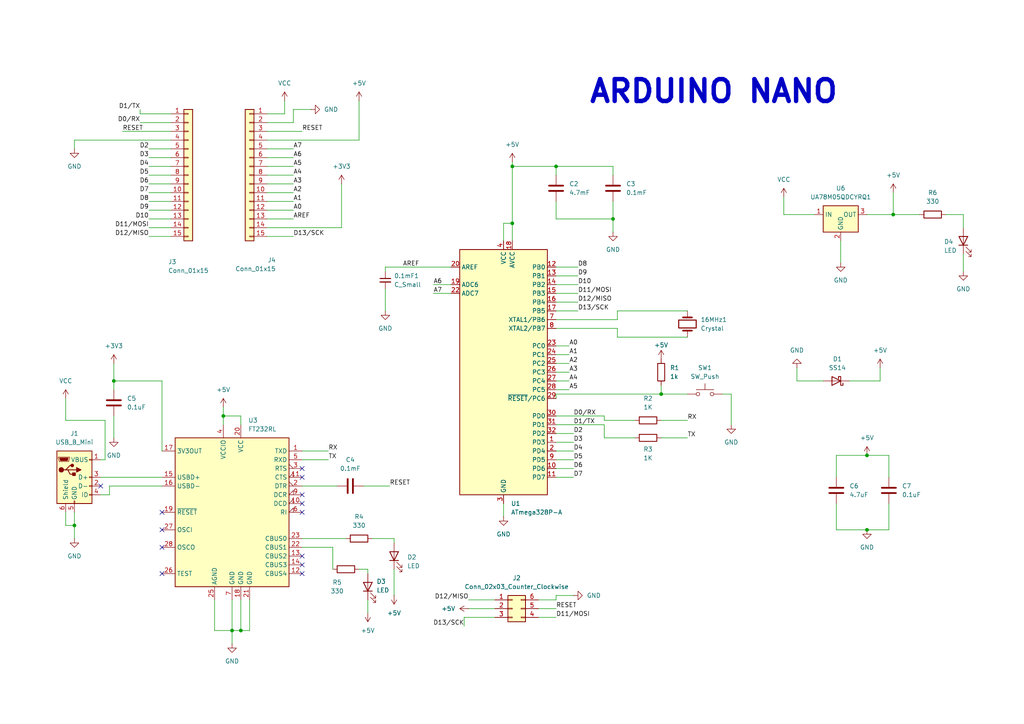
<source format=kicad_sch>
(kicad_sch
	(version 20250114)
	(generator "eeschema")
	(generator_version "9.0")
	(uuid "e4aee791-99d8-4167-8e8e-db234b97720f")
	(paper "A4")
	(lib_symbols
		(symbol "Connector:USB_B_Mini"
			(pin_names
				(offset 1.016)
			)
			(exclude_from_sim no)
			(in_bom yes)
			(on_board yes)
			(property "Reference" "J"
				(at -5.08 11.43 0)
				(effects
					(font
						(size 1.27 1.27)
					)
					(justify left)
				)
			)
			(property "Value" "USB_B_Mini"
				(at -5.08 8.89 0)
				(effects
					(font
						(size 1.27 1.27)
					)
					(justify left)
				)
			)
			(property "Footprint" ""
				(at 3.81 -1.27 0)
				(effects
					(font
						(size 1.27 1.27)
					)
					(hide yes)
				)
			)
			(property "Datasheet" "~"
				(at 3.81 -1.27 0)
				(effects
					(font
						(size 1.27 1.27)
					)
					(hide yes)
				)
			)
			(property "Description" "USB Mini Type B connector"
				(at 0 0 0)
				(effects
					(font
						(size 1.27 1.27)
					)
					(hide yes)
				)
			)
			(property "ki_keywords" "connector USB mini"
				(at 0 0 0)
				(effects
					(font
						(size 1.27 1.27)
					)
					(hide yes)
				)
			)
			(property "ki_fp_filters" "USB*"
				(at 0 0 0)
				(effects
					(font
						(size 1.27 1.27)
					)
					(hide yes)
				)
			)
			(symbol "USB_B_Mini_0_1"
				(rectangle
					(start -5.08 -7.62)
					(end 5.08 7.62)
					(stroke
						(width 0.254)
						(type default)
					)
					(fill
						(type background)
					)
				)
				(polyline
					(pts
						(xy -4.699 5.842) (xy -4.699 5.588) (xy -4.445 4.826) (xy -4.445 4.572) (xy -1.651 4.572) (xy -1.651 4.826)
						(xy -1.397 5.588) (xy -1.397 5.842) (xy -4.699 5.842)
					)
					(stroke
						(width 0)
						(type default)
					)
					(fill
						(type none)
					)
				)
				(polyline
					(pts
						(xy -4.318 5.588) (xy -1.778 5.588) (xy -2.032 4.826) (xy -4.064 4.826) (xy -4.318 5.588)
					)
					(stroke
						(width 0)
						(type default)
					)
					(fill
						(type outline)
					)
				)
				(circle
					(center -3.81 2.159)
					(radius 0.635)
					(stroke
						(width 0.254)
						(type default)
					)
					(fill
						(type outline)
					)
				)
				(polyline
					(pts
						(xy -3.175 2.159) (xy -2.54 2.159) (xy -1.27 3.429) (xy -0.635 3.429)
					)
					(stroke
						(width 0.254)
						(type default)
					)
					(fill
						(type none)
					)
				)
				(polyline
					(pts
						(xy -2.54 2.159) (xy -1.905 2.159) (xy -1.27 0.889) (xy 0 0.889)
					)
					(stroke
						(width 0.254)
						(type default)
					)
					(fill
						(type none)
					)
				)
				(polyline
					(pts
						(xy -1.905 2.159) (xy 0.635 2.159)
					)
					(stroke
						(width 0.254)
						(type default)
					)
					(fill
						(type none)
					)
				)
				(circle
					(center -0.635 3.429)
					(radius 0.381)
					(stroke
						(width 0.254)
						(type default)
					)
					(fill
						(type outline)
					)
				)
				(rectangle
					(start -0.127 -7.62)
					(end 0.127 -6.858)
					(stroke
						(width 0)
						(type default)
					)
					(fill
						(type none)
					)
				)
				(rectangle
					(start 0.254 1.27)
					(end -0.508 0.508)
					(stroke
						(width 0.254)
						(type default)
					)
					(fill
						(type outline)
					)
				)
				(polyline
					(pts
						(xy 0.635 2.794) (xy 0.635 1.524) (xy 1.905 2.159) (xy 0.635 2.794)
					)
					(stroke
						(width 0.254)
						(type default)
					)
					(fill
						(type outline)
					)
				)
				(rectangle
					(start 5.08 4.953)
					(end 4.318 5.207)
					(stroke
						(width 0)
						(type default)
					)
					(fill
						(type none)
					)
				)
				(rectangle
					(start 5.08 -0.127)
					(end 4.318 0.127)
					(stroke
						(width 0)
						(type default)
					)
					(fill
						(type none)
					)
				)
				(rectangle
					(start 5.08 -2.667)
					(end 4.318 -2.413)
					(stroke
						(width 0)
						(type default)
					)
					(fill
						(type none)
					)
				)
				(rectangle
					(start 5.08 -5.207)
					(end 4.318 -4.953)
					(stroke
						(width 0)
						(type default)
					)
					(fill
						(type none)
					)
				)
			)
			(symbol "USB_B_Mini_1_1"
				(pin passive line
					(at -2.54 -10.16 90)
					(length 2.54)
					(name "Shield"
						(effects
							(font
								(size 1.27 1.27)
							)
						)
					)
					(number "6"
						(effects
							(font
								(size 1.27 1.27)
							)
						)
					)
				)
				(pin power_out line
					(at 0 -10.16 90)
					(length 2.54)
					(name "GND"
						(effects
							(font
								(size 1.27 1.27)
							)
						)
					)
					(number "5"
						(effects
							(font
								(size 1.27 1.27)
							)
						)
					)
				)
				(pin power_out line
					(at 7.62 5.08 180)
					(length 2.54)
					(name "VBUS"
						(effects
							(font
								(size 1.27 1.27)
							)
						)
					)
					(number "1"
						(effects
							(font
								(size 1.27 1.27)
							)
						)
					)
				)
				(pin bidirectional line
					(at 7.62 0 180)
					(length 2.54)
					(name "D+"
						(effects
							(font
								(size 1.27 1.27)
							)
						)
					)
					(number "3"
						(effects
							(font
								(size 1.27 1.27)
							)
						)
					)
				)
				(pin bidirectional line
					(at 7.62 -2.54 180)
					(length 2.54)
					(name "D-"
						(effects
							(font
								(size 1.27 1.27)
							)
						)
					)
					(number "2"
						(effects
							(font
								(size 1.27 1.27)
							)
						)
					)
				)
				(pin passive line
					(at 7.62 -5.08 180)
					(length 2.54)
					(name "ID"
						(effects
							(font
								(size 1.27 1.27)
							)
						)
					)
					(number "4"
						(effects
							(font
								(size 1.27 1.27)
							)
						)
					)
				)
			)
			(embedded_fonts no)
		)
		(symbol "Connector_Generic:Conn_01x15"
			(pin_names
				(offset 1.016)
				(hide yes)
			)
			(exclude_from_sim no)
			(in_bom yes)
			(on_board yes)
			(property "Reference" "J"
				(at 0 20.32 0)
				(effects
					(font
						(size 1.27 1.27)
					)
				)
			)
			(property "Value" "Conn_01x15"
				(at 0 -20.32 0)
				(effects
					(font
						(size 1.27 1.27)
					)
				)
			)
			(property "Footprint" ""
				(at 0 0 0)
				(effects
					(font
						(size 1.27 1.27)
					)
					(hide yes)
				)
			)
			(property "Datasheet" "~"
				(at 0 0 0)
				(effects
					(font
						(size 1.27 1.27)
					)
					(hide yes)
				)
			)
			(property "Description" "Generic connector, single row, 01x15, script generated (kicad-library-utils/schlib/autogen/connector/)"
				(at 0 0 0)
				(effects
					(font
						(size 1.27 1.27)
					)
					(hide yes)
				)
			)
			(property "ki_keywords" "connector"
				(at 0 0 0)
				(effects
					(font
						(size 1.27 1.27)
					)
					(hide yes)
				)
			)
			(property "ki_fp_filters" "Connector*:*_1x??_*"
				(at 0 0 0)
				(effects
					(font
						(size 1.27 1.27)
					)
					(hide yes)
				)
			)
			(symbol "Conn_01x15_1_1"
				(rectangle
					(start -1.27 19.05)
					(end 1.27 -19.05)
					(stroke
						(width 0.254)
						(type default)
					)
					(fill
						(type background)
					)
				)
				(rectangle
					(start -1.27 17.907)
					(end 0 17.653)
					(stroke
						(width 0.1524)
						(type default)
					)
					(fill
						(type none)
					)
				)
				(rectangle
					(start -1.27 15.367)
					(end 0 15.113)
					(stroke
						(width 0.1524)
						(type default)
					)
					(fill
						(type none)
					)
				)
				(rectangle
					(start -1.27 12.827)
					(end 0 12.573)
					(stroke
						(width 0.1524)
						(type default)
					)
					(fill
						(type none)
					)
				)
				(rectangle
					(start -1.27 10.287)
					(end 0 10.033)
					(stroke
						(width 0.1524)
						(type default)
					)
					(fill
						(type none)
					)
				)
				(rectangle
					(start -1.27 7.747)
					(end 0 7.493)
					(stroke
						(width 0.1524)
						(type default)
					)
					(fill
						(type none)
					)
				)
				(rectangle
					(start -1.27 5.207)
					(end 0 4.953)
					(stroke
						(width 0.1524)
						(type default)
					)
					(fill
						(type none)
					)
				)
				(rectangle
					(start -1.27 2.667)
					(end 0 2.413)
					(stroke
						(width 0.1524)
						(type default)
					)
					(fill
						(type none)
					)
				)
				(rectangle
					(start -1.27 0.127)
					(end 0 -0.127)
					(stroke
						(width 0.1524)
						(type default)
					)
					(fill
						(type none)
					)
				)
				(rectangle
					(start -1.27 -2.413)
					(end 0 -2.667)
					(stroke
						(width 0.1524)
						(type default)
					)
					(fill
						(type none)
					)
				)
				(rectangle
					(start -1.27 -4.953)
					(end 0 -5.207)
					(stroke
						(width 0.1524)
						(type default)
					)
					(fill
						(type none)
					)
				)
				(rectangle
					(start -1.27 -7.493)
					(end 0 -7.747)
					(stroke
						(width 0.1524)
						(type default)
					)
					(fill
						(type none)
					)
				)
				(rectangle
					(start -1.27 -10.033)
					(end 0 -10.287)
					(stroke
						(width 0.1524)
						(type default)
					)
					(fill
						(type none)
					)
				)
				(rectangle
					(start -1.27 -12.573)
					(end 0 -12.827)
					(stroke
						(width 0.1524)
						(type default)
					)
					(fill
						(type none)
					)
				)
				(rectangle
					(start -1.27 -15.113)
					(end 0 -15.367)
					(stroke
						(width 0.1524)
						(type default)
					)
					(fill
						(type none)
					)
				)
				(rectangle
					(start -1.27 -17.653)
					(end 0 -17.907)
					(stroke
						(width 0.1524)
						(type default)
					)
					(fill
						(type none)
					)
				)
				(pin passive line
					(at -5.08 17.78 0)
					(length 3.81)
					(name "Pin_1"
						(effects
							(font
								(size 1.27 1.27)
							)
						)
					)
					(number "1"
						(effects
							(font
								(size 1.27 1.27)
							)
						)
					)
				)
				(pin passive line
					(at -5.08 15.24 0)
					(length 3.81)
					(name "Pin_2"
						(effects
							(font
								(size 1.27 1.27)
							)
						)
					)
					(number "2"
						(effects
							(font
								(size 1.27 1.27)
							)
						)
					)
				)
				(pin passive line
					(at -5.08 12.7 0)
					(length 3.81)
					(name "Pin_3"
						(effects
							(font
								(size 1.27 1.27)
							)
						)
					)
					(number "3"
						(effects
							(font
								(size 1.27 1.27)
							)
						)
					)
				)
				(pin passive line
					(at -5.08 10.16 0)
					(length 3.81)
					(name "Pin_4"
						(effects
							(font
								(size 1.27 1.27)
							)
						)
					)
					(number "4"
						(effects
							(font
								(size 1.27 1.27)
							)
						)
					)
				)
				(pin passive line
					(at -5.08 7.62 0)
					(length 3.81)
					(name "Pin_5"
						(effects
							(font
								(size 1.27 1.27)
							)
						)
					)
					(number "5"
						(effects
							(font
								(size 1.27 1.27)
							)
						)
					)
				)
				(pin passive line
					(at -5.08 5.08 0)
					(length 3.81)
					(name "Pin_6"
						(effects
							(font
								(size 1.27 1.27)
							)
						)
					)
					(number "6"
						(effects
							(font
								(size 1.27 1.27)
							)
						)
					)
				)
				(pin passive line
					(at -5.08 2.54 0)
					(length 3.81)
					(name "Pin_7"
						(effects
							(font
								(size 1.27 1.27)
							)
						)
					)
					(number "7"
						(effects
							(font
								(size 1.27 1.27)
							)
						)
					)
				)
				(pin passive line
					(at -5.08 0 0)
					(length 3.81)
					(name "Pin_8"
						(effects
							(font
								(size 1.27 1.27)
							)
						)
					)
					(number "8"
						(effects
							(font
								(size 1.27 1.27)
							)
						)
					)
				)
				(pin passive line
					(at -5.08 -2.54 0)
					(length 3.81)
					(name "Pin_9"
						(effects
							(font
								(size 1.27 1.27)
							)
						)
					)
					(number "9"
						(effects
							(font
								(size 1.27 1.27)
							)
						)
					)
				)
				(pin passive line
					(at -5.08 -5.08 0)
					(length 3.81)
					(name "Pin_10"
						(effects
							(font
								(size 1.27 1.27)
							)
						)
					)
					(number "10"
						(effects
							(font
								(size 1.27 1.27)
							)
						)
					)
				)
				(pin passive line
					(at -5.08 -7.62 0)
					(length 3.81)
					(name "Pin_11"
						(effects
							(font
								(size 1.27 1.27)
							)
						)
					)
					(number "11"
						(effects
							(font
								(size 1.27 1.27)
							)
						)
					)
				)
				(pin passive line
					(at -5.08 -10.16 0)
					(length 3.81)
					(name "Pin_12"
						(effects
							(font
								(size 1.27 1.27)
							)
						)
					)
					(number "12"
						(effects
							(font
								(size 1.27 1.27)
							)
						)
					)
				)
				(pin passive line
					(at -5.08 -12.7 0)
					(length 3.81)
					(name "Pin_13"
						(effects
							(font
								(size 1.27 1.27)
							)
						)
					)
					(number "13"
						(effects
							(font
								(size 1.27 1.27)
							)
						)
					)
				)
				(pin passive line
					(at -5.08 -15.24 0)
					(length 3.81)
					(name "Pin_14"
						(effects
							(font
								(size 1.27 1.27)
							)
						)
					)
					(number "14"
						(effects
							(font
								(size 1.27 1.27)
							)
						)
					)
				)
				(pin passive line
					(at -5.08 -17.78 0)
					(length 3.81)
					(name "Pin_15"
						(effects
							(font
								(size 1.27 1.27)
							)
						)
					)
					(number "15"
						(effects
							(font
								(size 1.27 1.27)
							)
						)
					)
				)
			)
			(embedded_fonts no)
		)
		(symbol "Connector_Generic:Conn_02x03_Counter_Clockwise"
			(pin_names
				(offset 1.016)
				(hide yes)
			)
			(exclude_from_sim no)
			(in_bom yes)
			(on_board yes)
			(property "Reference" "J"
				(at 1.27 5.08 0)
				(effects
					(font
						(size 1.27 1.27)
					)
				)
			)
			(property "Value" "Conn_02x03_Counter_Clockwise"
				(at 1.27 -5.08 0)
				(effects
					(font
						(size 1.27 1.27)
					)
				)
			)
			(property "Footprint" ""
				(at 0 0 0)
				(effects
					(font
						(size 1.27 1.27)
					)
					(hide yes)
				)
			)
			(property "Datasheet" "~"
				(at 0 0 0)
				(effects
					(font
						(size 1.27 1.27)
					)
					(hide yes)
				)
			)
			(property "Description" "Generic connector, double row, 02x03, counter clockwise pin numbering scheme (similar to DIP package numbering), script generated (kicad-library-utils/schlib/autogen/connector/)"
				(at 0 0 0)
				(effects
					(font
						(size 1.27 1.27)
					)
					(hide yes)
				)
			)
			(property "ki_keywords" "connector"
				(at 0 0 0)
				(effects
					(font
						(size 1.27 1.27)
					)
					(hide yes)
				)
			)
			(property "ki_fp_filters" "Connector*:*_2x??_*"
				(at 0 0 0)
				(effects
					(font
						(size 1.27 1.27)
					)
					(hide yes)
				)
			)
			(symbol "Conn_02x03_Counter_Clockwise_1_1"
				(rectangle
					(start -1.27 3.81)
					(end 3.81 -3.81)
					(stroke
						(width 0.254)
						(type default)
					)
					(fill
						(type background)
					)
				)
				(rectangle
					(start -1.27 2.667)
					(end 0 2.413)
					(stroke
						(width 0.1524)
						(type default)
					)
					(fill
						(type none)
					)
				)
				(rectangle
					(start -1.27 0.127)
					(end 0 -0.127)
					(stroke
						(width 0.1524)
						(type default)
					)
					(fill
						(type none)
					)
				)
				(rectangle
					(start -1.27 -2.413)
					(end 0 -2.667)
					(stroke
						(width 0.1524)
						(type default)
					)
					(fill
						(type none)
					)
				)
				(rectangle
					(start 3.81 2.667)
					(end 2.54 2.413)
					(stroke
						(width 0.1524)
						(type default)
					)
					(fill
						(type none)
					)
				)
				(rectangle
					(start 3.81 0.127)
					(end 2.54 -0.127)
					(stroke
						(width 0.1524)
						(type default)
					)
					(fill
						(type none)
					)
				)
				(rectangle
					(start 3.81 -2.413)
					(end 2.54 -2.667)
					(stroke
						(width 0.1524)
						(type default)
					)
					(fill
						(type none)
					)
				)
				(pin passive line
					(at -5.08 2.54 0)
					(length 3.81)
					(name "Pin_1"
						(effects
							(font
								(size 1.27 1.27)
							)
						)
					)
					(number "1"
						(effects
							(font
								(size 1.27 1.27)
							)
						)
					)
				)
				(pin passive line
					(at -5.08 0 0)
					(length 3.81)
					(name "Pin_2"
						(effects
							(font
								(size 1.27 1.27)
							)
						)
					)
					(number "2"
						(effects
							(font
								(size 1.27 1.27)
							)
						)
					)
				)
				(pin passive line
					(at -5.08 -2.54 0)
					(length 3.81)
					(name "Pin_3"
						(effects
							(font
								(size 1.27 1.27)
							)
						)
					)
					(number "3"
						(effects
							(font
								(size 1.27 1.27)
							)
						)
					)
				)
				(pin passive line
					(at 7.62 2.54 180)
					(length 3.81)
					(name "Pin_6"
						(effects
							(font
								(size 1.27 1.27)
							)
						)
					)
					(number "6"
						(effects
							(font
								(size 1.27 1.27)
							)
						)
					)
				)
				(pin passive line
					(at 7.62 0 180)
					(length 3.81)
					(name "Pin_5"
						(effects
							(font
								(size 1.27 1.27)
							)
						)
					)
					(number "5"
						(effects
							(font
								(size 1.27 1.27)
							)
						)
					)
				)
				(pin passive line
					(at 7.62 -2.54 180)
					(length 3.81)
					(name "Pin_4"
						(effects
							(font
								(size 1.27 1.27)
							)
						)
					)
					(number "4"
						(effects
							(font
								(size 1.27 1.27)
							)
						)
					)
				)
			)
			(embedded_fonts no)
		)
		(symbol "Device:C"
			(pin_numbers
				(hide yes)
			)
			(pin_names
				(offset 0.254)
			)
			(exclude_from_sim no)
			(in_bom yes)
			(on_board yes)
			(property "Reference" "C"
				(at 0.635 2.54 0)
				(effects
					(font
						(size 1.27 1.27)
					)
					(justify left)
				)
			)
			(property "Value" "C"
				(at 0.635 -2.54 0)
				(effects
					(font
						(size 1.27 1.27)
					)
					(justify left)
				)
			)
			(property "Footprint" ""
				(at 0.9652 -3.81 0)
				(effects
					(font
						(size 1.27 1.27)
					)
					(hide yes)
				)
			)
			(property "Datasheet" "~"
				(at 0 0 0)
				(effects
					(font
						(size 1.27 1.27)
					)
					(hide yes)
				)
			)
			(property "Description" "Unpolarized capacitor"
				(at 0 0 0)
				(effects
					(font
						(size 1.27 1.27)
					)
					(hide yes)
				)
			)
			(property "ki_keywords" "cap capacitor"
				(at 0 0 0)
				(effects
					(font
						(size 1.27 1.27)
					)
					(hide yes)
				)
			)
			(property "ki_fp_filters" "C_*"
				(at 0 0 0)
				(effects
					(font
						(size 1.27 1.27)
					)
					(hide yes)
				)
			)
			(symbol "C_0_1"
				(polyline
					(pts
						(xy -2.032 0.762) (xy 2.032 0.762)
					)
					(stroke
						(width 0.508)
						(type default)
					)
					(fill
						(type none)
					)
				)
				(polyline
					(pts
						(xy -2.032 -0.762) (xy 2.032 -0.762)
					)
					(stroke
						(width 0.508)
						(type default)
					)
					(fill
						(type none)
					)
				)
			)
			(symbol "C_1_1"
				(pin passive line
					(at 0 3.81 270)
					(length 2.794)
					(name "~"
						(effects
							(font
								(size 1.27 1.27)
							)
						)
					)
					(number "1"
						(effects
							(font
								(size 1.27 1.27)
							)
						)
					)
				)
				(pin passive line
					(at 0 -3.81 90)
					(length 2.794)
					(name "~"
						(effects
							(font
								(size 1.27 1.27)
							)
						)
					)
					(number "2"
						(effects
							(font
								(size 1.27 1.27)
							)
						)
					)
				)
			)
			(embedded_fonts no)
		)
		(symbol "Device:C_Small"
			(pin_numbers
				(hide yes)
			)
			(pin_names
				(offset 0.254)
				(hide yes)
			)
			(exclude_from_sim no)
			(in_bom yes)
			(on_board yes)
			(property "Reference" "C"
				(at 0.254 1.778 0)
				(effects
					(font
						(size 1.27 1.27)
					)
					(justify left)
				)
			)
			(property "Value" "C_Small"
				(at 0.254 -2.032 0)
				(effects
					(font
						(size 1.27 1.27)
					)
					(justify left)
				)
			)
			(property "Footprint" ""
				(at 0 0 0)
				(effects
					(font
						(size 1.27 1.27)
					)
					(hide yes)
				)
			)
			(property "Datasheet" "~"
				(at 0 0 0)
				(effects
					(font
						(size 1.27 1.27)
					)
					(hide yes)
				)
			)
			(property "Description" "Unpolarized capacitor, small symbol"
				(at 0 0 0)
				(effects
					(font
						(size 1.27 1.27)
					)
					(hide yes)
				)
			)
			(property "ki_keywords" "capacitor cap"
				(at 0 0 0)
				(effects
					(font
						(size 1.27 1.27)
					)
					(hide yes)
				)
			)
			(property "ki_fp_filters" "C_*"
				(at 0 0 0)
				(effects
					(font
						(size 1.27 1.27)
					)
					(hide yes)
				)
			)
			(symbol "C_Small_0_1"
				(polyline
					(pts
						(xy -1.524 0.508) (xy 1.524 0.508)
					)
					(stroke
						(width 0.3048)
						(type default)
					)
					(fill
						(type none)
					)
				)
				(polyline
					(pts
						(xy -1.524 -0.508) (xy 1.524 -0.508)
					)
					(stroke
						(width 0.3302)
						(type default)
					)
					(fill
						(type none)
					)
				)
			)
			(symbol "C_Small_1_1"
				(pin passive line
					(at 0 2.54 270)
					(length 2.032)
					(name "~"
						(effects
							(font
								(size 1.27 1.27)
							)
						)
					)
					(number "1"
						(effects
							(font
								(size 1.27 1.27)
							)
						)
					)
				)
				(pin passive line
					(at 0 -2.54 90)
					(length 2.032)
					(name "~"
						(effects
							(font
								(size 1.27 1.27)
							)
						)
					)
					(number "2"
						(effects
							(font
								(size 1.27 1.27)
							)
						)
					)
				)
			)
			(embedded_fonts no)
		)
		(symbol "Device:Crystal"
			(pin_numbers
				(hide yes)
			)
			(pin_names
				(offset 1.016)
				(hide yes)
			)
			(exclude_from_sim no)
			(in_bom yes)
			(on_board yes)
			(property "Reference" "Y"
				(at 0 3.81 0)
				(effects
					(font
						(size 1.27 1.27)
					)
				)
			)
			(property "Value" "Crystal"
				(at 0 -3.81 0)
				(effects
					(font
						(size 1.27 1.27)
					)
				)
			)
			(property "Footprint" ""
				(at 0 0 0)
				(effects
					(font
						(size 1.27 1.27)
					)
					(hide yes)
				)
			)
			(property "Datasheet" "~"
				(at 0 0 0)
				(effects
					(font
						(size 1.27 1.27)
					)
					(hide yes)
				)
			)
			(property "Description" "Two pin crystal"
				(at 0 0 0)
				(effects
					(font
						(size 1.27 1.27)
					)
					(hide yes)
				)
			)
			(property "ki_keywords" "quartz ceramic resonator oscillator"
				(at 0 0 0)
				(effects
					(font
						(size 1.27 1.27)
					)
					(hide yes)
				)
			)
			(property "ki_fp_filters" "Crystal*"
				(at 0 0 0)
				(effects
					(font
						(size 1.27 1.27)
					)
					(hide yes)
				)
			)
			(symbol "Crystal_0_1"
				(polyline
					(pts
						(xy -2.54 0) (xy -1.905 0)
					)
					(stroke
						(width 0)
						(type default)
					)
					(fill
						(type none)
					)
				)
				(polyline
					(pts
						(xy -1.905 -1.27) (xy -1.905 1.27)
					)
					(stroke
						(width 0.508)
						(type default)
					)
					(fill
						(type none)
					)
				)
				(rectangle
					(start -1.143 2.54)
					(end 1.143 -2.54)
					(stroke
						(width 0.3048)
						(type default)
					)
					(fill
						(type none)
					)
				)
				(polyline
					(pts
						(xy 1.905 -1.27) (xy 1.905 1.27)
					)
					(stroke
						(width 0.508)
						(type default)
					)
					(fill
						(type none)
					)
				)
				(polyline
					(pts
						(xy 2.54 0) (xy 1.905 0)
					)
					(stroke
						(width 0)
						(type default)
					)
					(fill
						(type none)
					)
				)
			)
			(symbol "Crystal_1_1"
				(pin passive line
					(at -3.81 0 0)
					(length 1.27)
					(name "1"
						(effects
							(font
								(size 1.27 1.27)
							)
						)
					)
					(number "1"
						(effects
							(font
								(size 1.27 1.27)
							)
						)
					)
				)
				(pin passive line
					(at 3.81 0 180)
					(length 1.27)
					(name "2"
						(effects
							(font
								(size 1.27 1.27)
							)
						)
					)
					(number "2"
						(effects
							(font
								(size 1.27 1.27)
							)
						)
					)
				)
			)
			(embedded_fonts no)
		)
		(symbol "Device:LED"
			(pin_numbers
				(hide yes)
			)
			(pin_names
				(offset 1.016)
				(hide yes)
			)
			(exclude_from_sim no)
			(in_bom yes)
			(on_board yes)
			(property "Reference" "D"
				(at 0 2.54 0)
				(effects
					(font
						(size 1.27 1.27)
					)
				)
			)
			(property "Value" "LED"
				(at 0 -2.54 0)
				(effects
					(font
						(size 1.27 1.27)
					)
				)
			)
			(property "Footprint" ""
				(at 0 0 0)
				(effects
					(font
						(size 1.27 1.27)
					)
					(hide yes)
				)
			)
			(property "Datasheet" "~"
				(at 0 0 0)
				(effects
					(font
						(size 1.27 1.27)
					)
					(hide yes)
				)
			)
			(property "Description" "Light emitting diode"
				(at 0 0 0)
				(effects
					(font
						(size 1.27 1.27)
					)
					(hide yes)
				)
			)
			(property "Sim.Pins" "1=K 2=A"
				(at 0 0 0)
				(effects
					(font
						(size 1.27 1.27)
					)
					(hide yes)
				)
			)
			(property "ki_keywords" "LED diode"
				(at 0 0 0)
				(effects
					(font
						(size 1.27 1.27)
					)
					(hide yes)
				)
			)
			(property "ki_fp_filters" "LED* LED_SMD:* LED_THT:*"
				(at 0 0 0)
				(effects
					(font
						(size 1.27 1.27)
					)
					(hide yes)
				)
			)
			(symbol "LED_0_1"
				(polyline
					(pts
						(xy -3.048 -0.762) (xy -4.572 -2.286) (xy -3.81 -2.286) (xy -4.572 -2.286) (xy -4.572 -1.524)
					)
					(stroke
						(width 0)
						(type default)
					)
					(fill
						(type none)
					)
				)
				(polyline
					(pts
						(xy -1.778 -0.762) (xy -3.302 -2.286) (xy -2.54 -2.286) (xy -3.302 -2.286) (xy -3.302 -1.524)
					)
					(stroke
						(width 0)
						(type default)
					)
					(fill
						(type none)
					)
				)
				(polyline
					(pts
						(xy -1.27 0) (xy 1.27 0)
					)
					(stroke
						(width 0)
						(type default)
					)
					(fill
						(type none)
					)
				)
				(polyline
					(pts
						(xy -1.27 -1.27) (xy -1.27 1.27)
					)
					(stroke
						(width 0.254)
						(type default)
					)
					(fill
						(type none)
					)
				)
				(polyline
					(pts
						(xy 1.27 -1.27) (xy 1.27 1.27) (xy -1.27 0) (xy 1.27 -1.27)
					)
					(stroke
						(width 0.254)
						(type default)
					)
					(fill
						(type none)
					)
				)
			)
			(symbol "LED_1_1"
				(pin passive line
					(at -3.81 0 0)
					(length 2.54)
					(name "K"
						(effects
							(font
								(size 1.27 1.27)
							)
						)
					)
					(number "1"
						(effects
							(font
								(size 1.27 1.27)
							)
						)
					)
				)
				(pin passive line
					(at 3.81 0 180)
					(length 2.54)
					(name "A"
						(effects
							(font
								(size 1.27 1.27)
							)
						)
					)
					(number "2"
						(effects
							(font
								(size 1.27 1.27)
							)
						)
					)
				)
			)
			(embedded_fonts no)
		)
		(symbol "Device:R"
			(pin_numbers
				(hide yes)
			)
			(pin_names
				(offset 0)
			)
			(exclude_from_sim no)
			(in_bom yes)
			(on_board yes)
			(property "Reference" "R"
				(at 2.032 0 90)
				(effects
					(font
						(size 1.27 1.27)
					)
				)
			)
			(property "Value" "R"
				(at 0 0 90)
				(effects
					(font
						(size 1.27 1.27)
					)
				)
			)
			(property "Footprint" ""
				(at -1.778 0 90)
				(effects
					(font
						(size 1.27 1.27)
					)
					(hide yes)
				)
			)
			(property "Datasheet" "~"
				(at 0 0 0)
				(effects
					(font
						(size 1.27 1.27)
					)
					(hide yes)
				)
			)
			(property "Description" "Resistor"
				(at 0 0 0)
				(effects
					(font
						(size 1.27 1.27)
					)
					(hide yes)
				)
			)
			(property "ki_keywords" "R res resistor"
				(at 0 0 0)
				(effects
					(font
						(size 1.27 1.27)
					)
					(hide yes)
				)
			)
			(property "ki_fp_filters" "R_*"
				(at 0 0 0)
				(effects
					(font
						(size 1.27 1.27)
					)
					(hide yes)
				)
			)
			(symbol "R_0_1"
				(rectangle
					(start -1.016 -2.54)
					(end 1.016 2.54)
					(stroke
						(width 0.254)
						(type default)
					)
					(fill
						(type none)
					)
				)
			)
			(symbol "R_1_1"
				(pin passive line
					(at 0 3.81 270)
					(length 1.27)
					(name "~"
						(effects
							(font
								(size 1.27 1.27)
							)
						)
					)
					(number "1"
						(effects
							(font
								(size 1.27 1.27)
							)
						)
					)
				)
				(pin passive line
					(at 0 -3.81 90)
					(length 1.27)
					(name "~"
						(effects
							(font
								(size 1.27 1.27)
							)
						)
					)
					(number "2"
						(effects
							(font
								(size 1.27 1.27)
							)
						)
					)
				)
			)
			(embedded_fonts no)
		)
		(symbol "Diode:SS14"
			(pin_numbers
				(hide yes)
			)
			(pin_names
				(offset 1.016)
				(hide yes)
			)
			(exclude_from_sim no)
			(in_bom yes)
			(on_board yes)
			(property "Reference" "D"
				(at 0 2.54 0)
				(effects
					(font
						(size 1.27 1.27)
					)
				)
			)
			(property "Value" "SS14"
				(at 0 -2.54 0)
				(effects
					(font
						(size 1.27 1.27)
					)
				)
			)
			(property "Footprint" "Diode_SMD:D_SMA"
				(at 0 -4.445 0)
				(effects
					(font
						(size 1.27 1.27)
					)
					(hide yes)
				)
			)
			(property "Datasheet" "https://www.vishay.com/docs/88746/ss12.pdf"
				(at 0 0 0)
				(effects
					(font
						(size 1.27 1.27)
					)
					(hide yes)
				)
			)
			(property "Description" "40V 1A Schottky Diode, SMA"
				(at 0 0 0)
				(effects
					(font
						(size 1.27 1.27)
					)
					(hide yes)
				)
			)
			(property "ki_keywords" "diode Schottky"
				(at 0 0 0)
				(effects
					(font
						(size 1.27 1.27)
					)
					(hide yes)
				)
			)
			(property "ki_fp_filters" "D*SMA*"
				(at 0 0 0)
				(effects
					(font
						(size 1.27 1.27)
					)
					(hide yes)
				)
			)
			(symbol "SS14_0_1"
				(polyline
					(pts
						(xy -1.905 0.635) (xy -1.905 1.27) (xy -1.27 1.27) (xy -1.27 -1.27) (xy -0.635 -1.27) (xy -0.635 -0.635)
					)
					(stroke
						(width 0.254)
						(type default)
					)
					(fill
						(type none)
					)
				)
				(polyline
					(pts
						(xy 1.27 1.27) (xy 1.27 -1.27) (xy -1.27 0) (xy 1.27 1.27)
					)
					(stroke
						(width 0.254)
						(type default)
					)
					(fill
						(type none)
					)
				)
				(polyline
					(pts
						(xy 1.27 0) (xy -1.27 0)
					)
					(stroke
						(width 0)
						(type default)
					)
					(fill
						(type none)
					)
				)
			)
			(symbol "SS14_1_1"
				(pin passive line
					(at -3.81 0 0)
					(length 2.54)
					(name "K"
						(effects
							(font
								(size 1.27 1.27)
							)
						)
					)
					(number "1"
						(effects
							(font
								(size 1.27 1.27)
							)
						)
					)
				)
				(pin passive line
					(at 3.81 0 180)
					(length 2.54)
					(name "A"
						(effects
							(font
								(size 1.27 1.27)
							)
						)
					)
					(number "2"
						(effects
							(font
								(size 1.27 1.27)
							)
						)
					)
				)
			)
			(embedded_fonts no)
		)
		(symbol "Interface_USB:FT232RL"
			(exclude_from_sim no)
			(in_bom yes)
			(on_board yes)
			(property "Reference" "U"
				(at -16.51 22.86 0)
				(effects
					(font
						(size 1.27 1.27)
					)
					(justify left)
				)
			)
			(property "Value" "FT232RL"
				(at 10.16 22.86 0)
				(effects
					(font
						(size 1.27 1.27)
					)
					(justify left)
				)
			)
			(property "Footprint" "Package_SO:SSOP-28_5.3x10.2mm_P0.65mm"
				(at 27.94 -22.86 0)
				(effects
					(font
						(size 1.27 1.27)
					)
					(hide yes)
				)
			)
			(property "Datasheet" "https://www.ftdichip.com/Support/Documents/DataSheets/ICs/DS_FT232R.pdf"
				(at 0 0 0)
				(effects
					(font
						(size 1.27 1.27)
					)
					(hide yes)
				)
			)
			(property "Description" "USB to Serial Interface, SSOP-28"
				(at 0 0 0)
				(effects
					(font
						(size 1.27 1.27)
					)
					(hide yes)
				)
			)
			(property "ki_keywords" "FTDI USB Serial"
				(at 0 0 0)
				(effects
					(font
						(size 1.27 1.27)
					)
					(hide yes)
				)
			)
			(property "ki_fp_filters" "SSOP*5.3x10.2mm*P0.65mm*"
				(at 0 0 0)
				(effects
					(font
						(size 1.27 1.27)
					)
					(hide yes)
				)
			)
			(symbol "FT232RL_0_1"
				(rectangle
					(start -16.51 21.59)
					(end 16.51 -21.59)
					(stroke
						(width 0.254)
						(type default)
					)
					(fill
						(type background)
					)
				)
			)
			(symbol "FT232RL_1_1"
				(pin power_out line
					(at -20.32 17.78 0)
					(length 3.81)
					(name "3V3OUT"
						(effects
							(font
								(size 1.27 1.27)
							)
						)
					)
					(number "17"
						(effects
							(font
								(size 1.27 1.27)
							)
						)
					)
				)
				(pin bidirectional line
					(at -20.32 10.16 0)
					(length 3.81)
					(name "USBD+"
						(effects
							(font
								(size 1.27 1.27)
							)
						)
					)
					(number "15"
						(effects
							(font
								(size 1.27 1.27)
							)
						)
					)
				)
				(pin bidirectional line
					(at -20.32 7.62 0)
					(length 3.81)
					(name "USBD-"
						(effects
							(font
								(size 1.27 1.27)
							)
						)
					)
					(number "16"
						(effects
							(font
								(size 1.27 1.27)
							)
						)
					)
				)
				(pin input line
					(at -20.32 0 0)
					(length 3.81)
					(name "~{RESET}"
						(effects
							(font
								(size 1.27 1.27)
							)
						)
					)
					(number "19"
						(effects
							(font
								(size 1.27 1.27)
							)
						)
					)
				)
				(pin input line
					(at -20.32 -5.08 0)
					(length 3.81)
					(name "OSCI"
						(effects
							(font
								(size 1.27 1.27)
							)
						)
					)
					(number "27"
						(effects
							(font
								(size 1.27 1.27)
							)
						)
					)
				)
				(pin output line
					(at -20.32 -10.16 0)
					(length 3.81)
					(name "OSCO"
						(effects
							(font
								(size 1.27 1.27)
							)
						)
					)
					(number "28"
						(effects
							(font
								(size 1.27 1.27)
							)
						)
					)
				)
				(pin input line
					(at -20.32 -17.78 0)
					(length 3.81)
					(name "TEST"
						(effects
							(font
								(size 1.27 1.27)
							)
						)
					)
					(number "26"
						(effects
							(font
								(size 1.27 1.27)
							)
						)
					)
				)
				(pin power_in line
					(at -5.08 -25.4 90)
					(length 3.81)
					(name "AGND"
						(effects
							(font
								(size 1.27 1.27)
							)
						)
					)
					(number "25"
						(effects
							(font
								(size 1.27 1.27)
							)
						)
					)
				)
				(pin power_in line
					(at -2.54 25.4 270)
					(length 3.81)
					(name "VCCIO"
						(effects
							(font
								(size 1.27 1.27)
							)
						)
					)
					(number "4"
						(effects
							(font
								(size 1.27 1.27)
							)
						)
					)
				)
				(pin power_in line
					(at 0 -25.4 90)
					(length 3.81)
					(name "GND"
						(effects
							(font
								(size 1.27 1.27)
							)
						)
					)
					(number "7"
						(effects
							(font
								(size 1.27 1.27)
							)
						)
					)
				)
				(pin power_in line
					(at 2.54 25.4 270)
					(length 3.81)
					(name "VCC"
						(effects
							(font
								(size 1.27 1.27)
							)
						)
					)
					(number "20"
						(effects
							(font
								(size 1.27 1.27)
							)
						)
					)
				)
				(pin power_in line
					(at 2.54 -25.4 90)
					(length 3.81)
					(name "GND"
						(effects
							(font
								(size 1.27 1.27)
							)
						)
					)
					(number "18"
						(effects
							(font
								(size 1.27 1.27)
							)
						)
					)
				)
				(pin power_in line
					(at 5.08 -25.4 90)
					(length 3.81)
					(name "GND"
						(effects
							(font
								(size 1.27 1.27)
							)
						)
					)
					(number "21"
						(effects
							(font
								(size 1.27 1.27)
							)
						)
					)
				)
				(pin output line
					(at 20.32 17.78 180)
					(length 3.81)
					(name "TXD"
						(effects
							(font
								(size 1.27 1.27)
							)
						)
					)
					(number "1"
						(effects
							(font
								(size 1.27 1.27)
							)
						)
					)
				)
				(pin input line
					(at 20.32 15.24 180)
					(length 3.81)
					(name "RXD"
						(effects
							(font
								(size 1.27 1.27)
							)
						)
					)
					(number "5"
						(effects
							(font
								(size 1.27 1.27)
							)
						)
					)
				)
				(pin output output_low
					(at 20.32 12.7 180)
					(length 3.81)
					(name "RTS"
						(effects
							(font
								(size 1.27 1.27)
							)
						)
					)
					(number "3"
						(effects
							(font
								(size 1.27 1.27)
							)
						)
					)
				)
				(pin input input_low
					(at 20.32 10.16 180)
					(length 3.81)
					(name "CTS"
						(effects
							(font
								(size 1.27 1.27)
							)
						)
					)
					(number "11"
						(effects
							(font
								(size 1.27 1.27)
							)
						)
					)
				)
				(pin output output_low
					(at 20.32 7.62 180)
					(length 3.81)
					(name "DTR"
						(effects
							(font
								(size 1.27 1.27)
							)
						)
					)
					(number "2"
						(effects
							(font
								(size 1.27 1.27)
							)
						)
					)
				)
				(pin input input_low
					(at 20.32 5.08 180)
					(length 3.81)
					(name "DCR"
						(effects
							(font
								(size 1.27 1.27)
							)
						)
					)
					(number "9"
						(effects
							(font
								(size 1.27 1.27)
							)
						)
					)
				)
				(pin input input_low
					(at 20.32 2.54 180)
					(length 3.81)
					(name "DCD"
						(effects
							(font
								(size 1.27 1.27)
							)
						)
					)
					(number "10"
						(effects
							(font
								(size 1.27 1.27)
							)
						)
					)
				)
				(pin input input_low
					(at 20.32 0 180)
					(length 3.81)
					(name "RI"
						(effects
							(font
								(size 1.27 1.27)
							)
						)
					)
					(number "6"
						(effects
							(font
								(size 1.27 1.27)
							)
						)
					)
				)
				(pin bidirectional line
					(at 20.32 -7.62 180)
					(length 3.81)
					(name "CBUS0"
						(effects
							(font
								(size 1.27 1.27)
							)
						)
					)
					(number "23"
						(effects
							(font
								(size 1.27 1.27)
							)
						)
					)
				)
				(pin bidirectional line
					(at 20.32 -10.16 180)
					(length 3.81)
					(name "CBUS1"
						(effects
							(font
								(size 1.27 1.27)
							)
						)
					)
					(number "22"
						(effects
							(font
								(size 1.27 1.27)
							)
						)
					)
				)
				(pin bidirectional line
					(at 20.32 -12.7 180)
					(length 3.81)
					(name "CBUS2"
						(effects
							(font
								(size 1.27 1.27)
							)
						)
					)
					(number "13"
						(effects
							(font
								(size 1.27 1.27)
							)
						)
					)
				)
				(pin bidirectional line
					(at 20.32 -15.24 180)
					(length 3.81)
					(name "CBUS3"
						(effects
							(font
								(size 1.27 1.27)
							)
						)
					)
					(number "14"
						(effects
							(font
								(size 1.27 1.27)
							)
						)
					)
				)
				(pin bidirectional line
					(at 20.32 -17.78 180)
					(length 3.81)
					(name "CBUS4"
						(effects
							(font
								(size 1.27 1.27)
							)
						)
					)
					(number "12"
						(effects
							(font
								(size 1.27 1.27)
							)
						)
					)
				)
			)
			(embedded_fonts no)
		)
		(symbol "MCU_Microchip_ATmega:ATmega328P-A"
			(exclude_from_sim no)
			(in_bom yes)
			(on_board yes)
			(property "Reference" "U"
				(at -12.7 36.83 0)
				(effects
					(font
						(size 1.27 1.27)
					)
					(justify left bottom)
				)
			)
			(property "Value" "ATmega328P-A"
				(at 2.54 -36.83 0)
				(effects
					(font
						(size 1.27 1.27)
					)
					(justify left top)
				)
			)
			(property "Footprint" "Package_QFP:TQFP-32_7x7mm_P0.8mm"
				(at 0 0 0)
				(effects
					(font
						(size 1.27 1.27)
						(italic yes)
					)
					(hide yes)
				)
			)
			(property "Datasheet" "http://ww1.microchip.com/downloads/en/DeviceDoc/ATmega328_P%20AVR%20MCU%20with%20picoPower%20Technology%20Data%20Sheet%2040001984A.pdf"
				(at 0 0 0)
				(effects
					(font
						(size 1.27 1.27)
					)
					(hide yes)
				)
			)
			(property "Description" "20MHz, 32kB Flash, 2kB SRAM, 1kB EEPROM, TQFP-32"
				(at 0 0 0)
				(effects
					(font
						(size 1.27 1.27)
					)
					(hide yes)
				)
			)
			(property "ki_keywords" "AVR 8bit Microcontroller MegaAVR PicoPower"
				(at 0 0 0)
				(effects
					(font
						(size 1.27 1.27)
					)
					(hide yes)
				)
			)
			(property "ki_fp_filters" "TQFP*7x7mm*P0.8mm*"
				(at 0 0 0)
				(effects
					(font
						(size 1.27 1.27)
					)
					(hide yes)
				)
			)
			(symbol "ATmega328P-A_0_1"
				(rectangle
					(start -12.7 -35.56)
					(end 12.7 35.56)
					(stroke
						(width 0.254)
						(type default)
					)
					(fill
						(type background)
					)
				)
			)
			(symbol "ATmega328P-A_1_1"
				(pin passive line
					(at -15.24 30.48 0)
					(length 2.54)
					(name "AREF"
						(effects
							(font
								(size 1.27 1.27)
							)
						)
					)
					(number "20"
						(effects
							(font
								(size 1.27 1.27)
							)
						)
					)
				)
				(pin input line
					(at -15.24 25.4 0)
					(length 2.54)
					(name "ADC6"
						(effects
							(font
								(size 1.27 1.27)
							)
						)
					)
					(number "19"
						(effects
							(font
								(size 1.27 1.27)
							)
						)
					)
				)
				(pin input line
					(at -15.24 22.86 0)
					(length 2.54)
					(name "ADC7"
						(effects
							(font
								(size 1.27 1.27)
							)
						)
					)
					(number "22"
						(effects
							(font
								(size 1.27 1.27)
							)
						)
					)
				)
				(pin power_in line
					(at 0 38.1 270)
					(length 2.54)
					(name "VCC"
						(effects
							(font
								(size 1.27 1.27)
							)
						)
					)
					(number "4"
						(effects
							(font
								(size 1.27 1.27)
							)
						)
					)
				)
				(pin passive line
					(at 0 38.1 270)
					(length 2.54)
					(hide yes)
					(name "VCC"
						(effects
							(font
								(size 1.27 1.27)
							)
						)
					)
					(number "6"
						(effects
							(font
								(size 1.27 1.27)
							)
						)
					)
				)
				(pin passive line
					(at 0 -38.1 90)
					(length 2.54)
					(hide yes)
					(name "GND"
						(effects
							(font
								(size 1.27 1.27)
							)
						)
					)
					(number "21"
						(effects
							(font
								(size 1.27 1.27)
							)
						)
					)
				)
				(pin power_in line
					(at 0 -38.1 90)
					(length 2.54)
					(name "GND"
						(effects
							(font
								(size 1.27 1.27)
							)
						)
					)
					(number "3"
						(effects
							(font
								(size 1.27 1.27)
							)
						)
					)
				)
				(pin passive line
					(at 0 -38.1 90)
					(length 2.54)
					(hide yes)
					(name "GND"
						(effects
							(font
								(size 1.27 1.27)
							)
						)
					)
					(number "5"
						(effects
							(font
								(size 1.27 1.27)
							)
						)
					)
				)
				(pin power_in line
					(at 2.54 38.1 270)
					(length 2.54)
					(name "AVCC"
						(effects
							(font
								(size 1.27 1.27)
							)
						)
					)
					(number "18"
						(effects
							(font
								(size 1.27 1.27)
							)
						)
					)
				)
				(pin bidirectional line
					(at 15.24 30.48 180)
					(length 2.54)
					(name "PB0"
						(effects
							(font
								(size 1.27 1.27)
							)
						)
					)
					(number "12"
						(effects
							(font
								(size 1.27 1.27)
							)
						)
					)
				)
				(pin bidirectional line
					(at 15.24 27.94 180)
					(length 2.54)
					(name "PB1"
						(effects
							(font
								(size 1.27 1.27)
							)
						)
					)
					(number "13"
						(effects
							(font
								(size 1.27 1.27)
							)
						)
					)
				)
				(pin bidirectional line
					(at 15.24 25.4 180)
					(length 2.54)
					(name "PB2"
						(effects
							(font
								(size 1.27 1.27)
							)
						)
					)
					(number "14"
						(effects
							(font
								(size 1.27 1.27)
							)
						)
					)
				)
				(pin bidirectional line
					(at 15.24 22.86 180)
					(length 2.54)
					(name "PB3"
						(effects
							(font
								(size 1.27 1.27)
							)
						)
					)
					(number "15"
						(effects
							(font
								(size 1.27 1.27)
							)
						)
					)
				)
				(pin bidirectional line
					(at 15.24 20.32 180)
					(length 2.54)
					(name "PB4"
						(effects
							(font
								(size 1.27 1.27)
							)
						)
					)
					(number "16"
						(effects
							(font
								(size 1.27 1.27)
							)
						)
					)
				)
				(pin bidirectional line
					(at 15.24 17.78 180)
					(length 2.54)
					(name "PB5"
						(effects
							(font
								(size 1.27 1.27)
							)
						)
					)
					(number "17"
						(effects
							(font
								(size 1.27 1.27)
							)
						)
					)
				)
				(pin bidirectional line
					(at 15.24 15.24 180)
					(length 2.54)
					(name "XTAL1/PB6"
						(effects
							(font
								(size 1.27 1.27)
							)
						)
					)
					(number "7"
						(effects
							(font
								(size 1.27 1.27)
							)
						)
					)
				)
				(pin bidirectional line
					(at 15.24 12.7 180)
					(length 2.54)
					(name "XTAL2/PB7"
						(effects
							(font
								(size 1.27 1.27)
							)
						)
					)
					(number "8"
						(effects
							(font
								(size 1.27 1.27)
							)
						)
					)
				)
				(pin bidirectional line
					(at 15.24 7.62 180)
					(length 2.54)
					(name "PC0"
						(effects
							(font
								(size 1.27 1.27)
							)
						)
					)
					(number "23"
						(effects
							(font
								(size 1.27 1.27)
							)
						)
					)
				)
				(pin bidirectional line
					(at 15.24 5.08 180)
					(length 2.54)
					(name "PC1"
						(effects
							(font
								(size 1.27 1.27)
							)
						)
					)
					(number "24"
						(effects
							(font
								(size 1.27 1.27)
							)
						)
					)
				)
				(pin bidirectional line
					(at 15.24 2.54 180)
					(length 2.54)
					(name "PC2"
						(effects
							(font
								(size 1.27 1.27)
							)
						)
					)
					(number "25"
						(effects
							(font
								(size 1.27 1.27)
							)
						)
					)
				)
				(pin bidirectional line
					(at 15.24 0 180)
					(length 2.54)
					(name "PC3"
						(effects
							(font
								(size 1.27 1.27)
							)
						)
					)
					(number "26"
						(effects
							(font
								(size 1.27 1.27)
							)
						)
					)
				)
				(pin bidirectional line
					(at 15.24 -2.54 180)
					(length 2.54)
					(name "PC4"
						(effects
							(font
								(size 1.27 1.27)
							)
						)
					)
					(number "27"
						(effects
							(font
								(size 1.27 1.27)
							)
						)
					)
				)
				(pin bidirectional line
					(at 15.24 -5.08 180)
					(length 2.54)
					(name "PC5"
						(effects
							(font
								(size 1.27 1.27)
							)
						)
					)
					(number "28"
						(effects
							(font
								(size 1.27 1.27)
							)
						)
					)
				)
				(pin bidirectional line
					(at 15.24 -7.62 180)
					(length 2.54)
					(name "~{RESET}/PC6"
						(effects
							(font
								(size 1.27 1.27)
							)
						)
					)
					(number "29"
						(effects
							(font
								(size 1.27 1.27)
							)
						)
					)
				)
				(pin bidirectional line
					(at 15.24 -12.7 180)
					(length 2.54)
					(name "PD0"
						(effects
							(font
								(size 1.27 1.27)
							)
						)
					)
					(number "30"
						(effects
							(font
								(size 1.27 1.27)
							)
						)
					)
				)
				(pin bidirectional line
					(at 15.24 -15.24 180)
					(length 2.54)
					(name "PD1"
						(effects
							(font
								(size 1.27 1.27)
							)
						)
					)
					(number "31"
						(effects
							(font
								(size 1.27 1.27)
							)
						)
					)
				)
				(pin bidirectional line
					(at 15.24 -17.78 180)
					(length 2.54)
					(name "PD2"
						(effects
							(font
								(size 1.27 1.27)
							)
						)
					)
					(number "32"
						(effects
							(font
								(size 1.27 1.27)
							)
						)
					)
				)
				(pin bidirectional line
					(at 15.24 -20.32 180)
					(length 2.54)
					(name "PD3"
						(effects
							(font
								(size 1.27 1.27)
							)
						)
					)
					(number "1"
						(effects
							(font
								(size 1.27 1.27)
							)
						)
					)
				)
				(pin bidirectional line
					(at 15.24 -22.86 180)
					(length 2.54)
					(name "PD4"
						(effects
							(font
								(size 1.27 1.27)
							)
						)
					)
					(number "2"
						(effects
							(font
								(size 1.27 1.27)
							)
						)
					)
				)
				(pin bidirectional line
					(at 15.24 -25.4 180)
					(length 2.54)
					(name "PD5"
						(effects
							(font
								(size 1.27 1.27)
							)
						)
					)
					(number "9"
						(effects
							(font
								(size 1.27 1.27)
							)
						)
					)
				)
				(pin bidirectional line
					(at 15.24 -27.94 180)
					(length 2.54)
					(name "PD6"
						(effects
							(font
								(size 1.27 1.27)
							)
						)
					)
					(number "10"
						(effects
							(font
								(size 1.27 1.27)
							)
						)
					)
				)
				(pin bidirectional line
					(at 15.24 -30.48 180)
					(length 2.54)
					(name "PD7"
						(effects
							(font
								(size 1.27 1.27)
							)
						)
					)
					(number "11"
						(effects
							(font
								(size 1.27 1.27)
							)
						)
					)
				)
			)
			(embedded_fonts no)
		)
		(symbol "Regulator_Linear:UA78M05QDCYRQ1"
			(exclude_from_sim no)
			(in_bom yes)
			(on_board yes)
			(property "Reference" "U"
				(at -3.81 3.81 0)
				(effects
					(font
						(size 1.27 1.27)
					)
				)
			)
			(property "Value" "UA78M05QDCYRQ1"
				(at 0 3.81 0)
				(effects
					(font
						(size 1.27 1.27)
					)
					(justify left)
				)
			)
			(property "Footprint" "Package_TO_SOT_SMD:SOT-223-3_TabPin2"
				(at 0.635 -3.81 0)
				(effects
					(font
						(size 1.27 1.27)
						(italic yes)
					)
					(justify left)
					(hide yes)
				)
			)
			(property "Datasheet" "https://www.ti.com/lit/gpn/UA78M-Q1"
				(at 0 -1.27 0)
				(effects
					(font
						(size 1.27 1.27)
					)
					(hide yes)
				)
			)
			(property "Description" "Positive 500mA 25V Linear Regulator, Fixed Output 5V, SOT-223"
				(at 0 0 0)
				(effects
					(font
						(size 1.27 1.27)
					)
					(hide yes)
				)
			)
			(property "ki_keywords" "Automotive Q100 0.5A"
				(at 0 0 0)
				(effects
					(font
						(size 1.27 1.27)
					)
					(hide yes)
				)
			)
			(property "ki_fp_filters" "SOT?223*"
				(at 0 0 0)
				(effects
					(font
						(size 1.27 1.27)
					)
					(hide yes)
				)
			)
			(symbol "UA78M05QDCYRQ1_0_1"
				(rectangle
					(start -5.08 2.54)
					(end 5.08 -5.08)
					(stroke
						(width 0.254)
						(type default)
					)
					(fill
						(type background)
					)
				)
			)
			(symbol "UA78M05QDCYRQ1_1_1"
				(pin power_in line
					(at -7.62 0 0)
					(length 2.54)
					(name "IN"
						(effects
							(font
								(size 1.27 1.27)
							)
						)
					)
					(number "1"
						(effects
							(font
								(size 1.27 1.27)
							)
						)
					)
				)
				(pin power_in line
					(at 0 -7.62 90)
					(length 2.54)
					(name "GND"
						(effects
							(font
								(size 1.27 1.27)
							)
						)
					)
					(number "2"
						(effects
							(font
								(size 1.27 1.27)
							)
						)
					)
				)
				(pin power_out line
					(at 7.62 0 180)
					(length 2.54)
					(name "OUT"
						(effects
							(font
								(size 1.27 1.27)
							)
						)
					)
					(number "3"
						(effects
							(font
								(size 1.27 1.27)
							)
						)
					)
				)
			)
			(embedded_fonts no)
		)
		(symbol "Switch:SW_Push"
			(pin_numbers
				(hide yes)
			)
			(pin_names
				(offset 1.016)
				(hide yes)
			)
			(exclude_from_sim no)
			(in_bom yes)
			(on_board yes)
			(property "Reference" "SW"
				(at 1.27 2.54 0)
				(effects
					(font
						(size 1.27 1.27)
					)
					(justify left)
				)
			)
			(property "Value" "SW_Push"
				(at 0 -1.524 0)
				(effects
					(font
						(size 1.27 1.27)
					)
				)
			)
			(property "Footprint" ""
				(at 0 5.08 0)
				(effects
					(font
						(size 1.27 1.27)
					)
					(hide yes)
				)
			)
			(property "Datasheet" "~"
				(at 0 5.08 0)
				(effects
					(font
						(size 1.27 1.27)
					)
					(hide yes)
				)
			)
			(property "Description" "Push button switch, generic, two pins"
				(at 0 0 0)
				(effects
					(font
						(size 1.27 1.27)
					)
					(hide yes)
				)
			)
			(property "ki_keywords" "switch normally-open pushbutton push-button"
				(at 0 0 0)
				(effects
					(font
						(size 1.27 1.27)
					)
					(hide yes)
				)
			)
			(symbol "SW_Push_0_1"
				(circle
					(center -2.032 0)
					(radius 0.508)
					(stroke
						(width 0)
						(type default)
					)
					(fill
						(type none)
					)
				)
				(polyline
					(pts
						(xy 0 1.27) (xy 0 3.048)
					)
					(stroke
						(width 0)
						(type default)
					)
					(fill
						(type none)
					)
				)
				(circle
					(center 2.032 0)
					(radius 0.508)
					(stroke
						(width 0)
						(type default)
					)
					(fill
						(type none)
					)
				)
				(polyline
					(pts
						(xy 2.54 1.27) (xy -2.54 1.27)
					)
					(stroke
						(width 0)
						(type default)
					)
					(fill
						(type none)
					)
				)
				(pin passive line
					(at -5.08 0 0)
					(length 2.54)
					(name "1"
						(effects
							(font
								(size 1.27 1.27)
							)
						)
					)
					(number "1"
						(effects
							(font
								(size 1.27 1.27)
							)
						)
					)
				)
				(pin passive line
					(at 5.08 0 180)
					(length 2.54)
					(name "2"
						(effects
							(font
								(size 1.27 1.27)
							)
						)
					)
					(number "2"
						(effects
							(font
								(size 1.27 1.27)
							)
						)
					)
				)
			)
			(embedded_fonts no)
		)
		(symbol "power:+3V3"
			(power)
			(pin_numbers
				(hide yes)
			)
			(pin_names
				(offset 0)
				(hide yes)
			)
			(exclude_from_sim no)
			(in_bom yes)
			(on_board yes)
			(property "Reference" "#PWR"
				(at 0 -3.81 0)
				(effects
					(font
						(size 1.27 1.27)
					)
					(hide yes)
				)
			)
			(property "Value" "+3V3"
				(at 0 3.556 0)
				(effects
					(font
						(size 1.27 1.27)
					)
				)
			)
			(property "Footprint" ""
				(at 0 0 0)
				(effects
					(font
						(size 1.27 1.27)
					)
					(hide yes)
				)
			)
			(property "Datasheet" ""
				(at 0 0 0)
				(effects
					(font
						(size 1.27 1.27)
					)
					(hide yes)
				)
			)
			(property "Description" "Power symbol creates a global label with name \"+3V3\""
				(at 0 0 0)
				(effects
					(font
						(size 1.27 1.27)
					)
					(hide yes)
				)
			)
			(property "ki_keywords" "global power"
				(at 0 0 0)
				(effects
					(font
						(size 1.27 1.27)
					)
					(hide yes)
				)
			)
			(symbol "+3V3_0_1"
				(polyline
					(pts
						(xy -0.762 1.27) (xy 0 2.54)
					)
					(stroke
						(width 0)
						(type default)
					)
					(fill
						(type none)
					)
				)
				(polyline
					(pts
						(xy 0 2.54) (xy 0.762 1.27)
					)
					(stroke
						(width 0)
						(type default)
					)
					(fill
						(type none)
					)
				)
				(polyline
					(pts
						(xy 0 0) (xy 0 2.54)
					)
					(stroke
						(width 0)
						(type default)
					)
					(fill
						(type none)
					)
				)
			)
			(symbol "+3V3_1_1"
				(pin power_in line
					(at 0 0 90)
					(length 0)
					(name "~"
						(effects
							(font
								(size 1.27 1.27)
							)
						)
					)
					(number "1"
						(effects
							(font
								(size 1.27 1.27)
							)
						)
					)
				)
			)
			(embedded_fonts no)
		)
		(symbol "power:+5V"
			(power)
			(pin_numbers
				(hide yes)
			)
			(pin_names
				(offset 0)
				(hide yes)
			)
			(exclude_from_sim no)
			(in_bom yes)
			(on_board yes)
			(property "Reference" "#PWR"
				(at 0 -3.81 0)
				(effects
					(font
						(size 1.27 1.27)
					)
					(hide yes)
				)
			)
			(property "Value" "+5V"
				(at 0 3.556 0)
				(effects
					(font
						(size 1.27 1.27)
					)
				)
			)
			(property "Footprint" ""
				(at 0 0 0)
				(effects
					(font
						(size 1.27 1.27)
					)
					(hide yes)
				)
			)
			(property "Datasheet" ""
				(at 0 0 0)
				(effects
					(font
						(size 1.27 1.27)
					)
					(hide yes)
				)
			)
			(property "Description" "Power symbol creates a global label with name \"+5V\""
				(at 0 0 0)
				(effects
					(font
						(size 1.27 1.27)
					)
					(hide yes)
				)
			)
			(property "ki_keywords" "global power"
				(at 0 0 0)
				(effects
					(font
						(size 1.27 1.27)
					)
					(hide yes)
				)
			)
			(symbol "+5V_0_1"
				(polyline
					(pts
						(xy -0.762 1.27) (xy 0 2.54)
					)
					(stroke
						(width 0)
						(type default)
					)
					(fill
						(type none)
					)
				)
				(polyline
					(pts
						(xy 0 2.54) (xy 0.762 1.27)
					)
					(stroke
						(width 0)
						(type default)
					)
					(fill
						(type none)
					)
				)
				(polyline
					(pts
						(xy 0 0) (xy 0 2.54)
					)
					(stroke
						(width 0)
						(type default)
					)
					(fill
						(type none)
					)
				)
			)
			(symbol "+5V_1_1"
				(pin power_in line
					(at 0 0 90)
					(length 0)
					(name "~"
						(effects
							(font
								(size 1.27 1.27)
							)
						)
					)
					(number "1"
						(effects
							(font
								(size 1.27 1.27)
							)
						)
					)
				)
			)
			(embedded_fonts no)
		)
		(symbol "power:GND"
			(power)
			(pin_numbers
				(hide yes)
			)
			(pin_names
				(offset 0)
				(hide yes)
			)
			(exclude_from_sim no)
			(in_bom yes)
			(on_board yes)
			(property "Reference" "#PWR"
				(at 0 -6.35 0)
				(effects
					(font
						(size 1.27 1.27)
					)
					(hide yes)
				)
			)
			(property "Value" "GND"
				(at 0 -3.81 0)
				(effects
					(font
						(size 1.27 1.27)
					)
				)
			)
			(property "Footprint" ""
				(at 0 0 0)
				(effects
					(font
						(size 1.27 1.27)
					)
					(hide yes)
				)
			)
			(property "Datasheet" ""
				(at 0 0 0)
				(effects
					(font
						(size 1.27 1.27)
					)
					(hide yes)
				)
			)
			(property "Description" "Power symbol creates a global label with name \"GND\" , ground"
				(at 0 0 0)
				(effects
					(font
						(size 1.27 1.27)
					)
					(hide yes)
				)
			)
			(property "ki_keywords" "global power"
				(at 0 0 0)
				(effects
					(font
						(size 1.27 1.27)
					)
					(hide yes)
				)
			)
			(symbol "GND_0_1"
				(polyline
					(pts
						(xy 0 0) (xy 0 -1.27) (xy 1.27 -1.27) (xy 0 -2.54) (xy -1.27 -1.27) (xy 0 -1.27)
					)
					(stroke
						(width 0)
						(type default)
					)
					(fill
						(type none)
					)
				)
			)
			(symbol "GND_1_1"
				(pin power_in line
					(at 0 0 270)
					(length 0)
					(name "~"
						(effects
							(font
								(size 1.27 1.27)
							)
						)
					)
					(number "1"
						(effects
							(font
								(size 1.27 1.27)
							)
						)
					)
				)
			)
			(embedded_fonts no)
		)
		(symbol "power:VCC"
			(power)
			(pin_numbers
				(hide yes)
			)
			(pin_names
				(offset 0)
				(hide yes)
			)
			(exclude_from_sim no)
			(in_bom yes)
			(on_board yes)
			(property "Reference" "#PWR"
				(at 0 -3.81 0)
				(effects
					(font
						(size 1.27 1.27)
					)
					(hide yes)
				)
			)
			(property "Value" "VCC"
				(at 0 3.556 0)
				(effects
					(font
						(size 1.27 1.27)
					)
				)
			)
			(property "Footprint" ""
				(at 0 0 0)
				(effects
					(font
						(size 1.27 1.27)
					)
					(hide yes)
				)
			)
			(property "Datasheet" ""
				(at 0 0 0)
				(effects
					(font
						(size 1.27 1.27)
					)
					(hide yes)
				)
			)
			(property "Description" "Power symbol creates a global label with name \"VCC\""
				(at 0 0 0)
				(effects
					(font
						(size 1.27 1.27)
					)
					(hide yes)
				)
			)
			(property "ki_keywords" "global power"
				(at 0 0 0)
				(effects
					(font
						(size 1.27 1.27)
					)
					(hide yes)
				)
			)
			(symbol "VCC_0_1"
				(polyline
					(pts
						(xy -0.762 1.27) (xy 0 2.54)
					)
					(stroke
						(width 0)
						(type default)
					)
					(fill
						(type none)
					)
				)
				(polyline
					(pts
						(xy 0 2.54) (xy 0.762 1.27)
					)
					(stroke
						(width 0)
						(type default)
					)
					(fill
						(type none)
					)
				)
				(polyline
					(pts
						(xy 0 0) (xy 0 2.54)
					)
					(stroke
						(width 0)
						(type default)
					)
					(fill
						(type none)
					)
				)
			)
			(symbol "VCC_1_1"
				(pin power_in line
					(at 0 0 90)
					(length 0)
					(name "~"
						(effects
							(font
								(size 1.27 1.27)
							)
						)
					)
					(number "1"
						(effects
							(font
								(size 1.27 1.27)
							)
						)
					)
				)
			)
			(embedded_fonts no)
		)
	)
	(text "ARDUINO NANO\n"
		(exclude_from_sim no)
		(at 207.01 26.67 0)
		(effects
			(font
				(size 6.35 6.35)
				(thickness 1.27)
				(bold yes)
			)
		)
		(uuid "c389bea3-f51c-4e87-8c17-8d0c95d2f1d0")
	)
	(junction
		(at 251.46 132.08)
		(diameter 0)
		(color 0 0 0 0)
		(uuid "007851d9-90ae-4ab8-9a97-c8521a4bf017")
	)
	(junction
		(at 161.29 48.26)
		(diameter 0)
		(color 0 0 0 0)
		(uuid "0caae931-1e6a-4e86-8281-16056c72d606")
	)
	(junction
		(at 191.77 114.3)
		(diameter 0)
		(color 0 0 0 0)
		(uuid "460149ff-4b82-4aa0-aa52-defcfa03b023")
	)
	(junction
		(at 148.59 64.77)
		(diameter 0)
		(color 0 0 0 0)
		(uuid "48834a04-0fc0-4b4c-a0b7-c9aa40e51eca")
	)
	(junction
		(at 259.08 62.23)
		(diameter 0)
		(color 0 0 0 0)
		(uuid "7708d5dc-08b4-488c-8e84-571d1bbf4c8e")
	)
	(junction
		(at 177.8 63.5)
		(diameter 0)
		(color 0 0 0 0)
		(uuid "7f979b36-27e5-4a32-bf34-9b2f25c06d73")
	)
	(junction
		(at 148.59 48.26)
		(diameter 0)
		(color 0 0 0 0)
		(uuid "a3a85833-7778-4e94-a778-cecee57cc098")
	)
	(junction
		(at 64.77 120.65)
		(diameter 0)
		(color 0 0 0 0)
		(uuid "a8393085-0b2f-43f1-81fc-63e4897538fa")
	)
	(junction
		(at 69.85 182.88)
		(diameter 0)
		(color 0 0 0 0)
		(uuid "c55d8fb5-3079-4ac1-81cb-3dd503dd196f")
	)
	(junction
		(at 251.46 153.67)
		(diameter 0)
		(color 0 0 0 0)
		(uuid "d28c536c-3ffe-4b6e-be0e-d8fc88ddd72f")
	)
	(junction
		(at 33.02 110.49)
		(diameter 0)
		(color 0 0 0 0)
		(uuid "d2d557a5-2429-4081-8716-d328a4ecc542")
	)
	(junction
		(at 67.31 182.88)
		(diameter 0)
		(color 0 0 0 0)
		(uuid "e54e2547-000c-41c5-987d-caca009fdf47")
	)
	(junction
		(at 21.59 152.4)
		(diameter 0)
		(color 0 0 0 0)
		(uuid "ee3cb524-e965-4001-ae81-0bb601879aef")
	)
	(no_connect
		(at 87.63 163.83)
		(uuid "024d2bd0-0aa1-4e93-9205-bff51771881a")
	)
	(no_connect
		(at 46.99 158.75)
		(uuid "20410983-b462-4d7c-b3e8-57a36b71632a")
	)
	(no_connect
		(at 87.63 166.37)
		(uuid "37b64bfd-e240-431e-a1cf-df40bf905942")
	)
	(no_connect
		(at 87.63 138.43)
		(uuid "44ad2cb7-a01f-4a92-a27d-623e4c872cb6")
	)
	(no_connect
		(at 46.99 153.67)
		(uuid "49e832e6-036e-4246-abcc-ce014e026863")
	)
	(no_connect
		(at 87.63 161.29)
		(uuid "69a9fc7d-9fb4-4325-9a96-e3803828a0bd")
	)
	(no_connect
		(at 87.63 143.51)
		(uuid "6f963047-0502-4b63-b4db-284f1c63532a")
	)
	(no_connect
		(at 87.63 148.59)
		(uuid "758a1340-7bff-4893-86eb-f1fc8e6fef45")
	)
	(no_connect
		(at 46.99 148.59)
		(uuid "82937ef1-0faf-4f61-8f0b-9c714ede8dd6")
	)
	(no_connect
		(at 87.63 146.05)
		(uuid "99c159f9-d62b-4f2f-b4e4-33f61ec8dfb0")
	)
	(no_connect
		(at 46.99 166.37)
		(uuid "d0353079-212f-476b-a04c-a07211ce9ca9")
	)
	(no_connect
		(at 87.63 135.89)
		(uuid "d61ac299-f390-4c92-aba6-bd5c0a2467a7")
	)
	(no_connect
		(at 29.21 140.97)
		(uuid "f39a01b5-37f6-4cbd-8460-0915f5277ff1")
	)
	(wire
		(pts
			(xy 43.18 66.04) (xy 49.53 66.04)
		)
		(stroke
			(width 0)
			(type default)
		)
		(uuid "01211cf0-7c05-44a1-9c05-92a131625bb9")
	)
	(wire
		(pts
			(xy 161.29 58.42) (xy 161.29 63.5)
		)
		(stroke
			(width 0)
			(type default)
		)
		(uuid "02f0b9b6-130c-4635-8664-3c89eaf06e7e")
	)
	(wire
		(pts
			(xy 43.18 43.18) (xy 49.53 43.18)
		)
		(stroke
			(width 0)
			(type default)
		)
		(uuid "0321f9a4-9d25-40f5-80fb-8a2c1889f556")
	)
	(wire
		(pts
			(xy 111.76 77.47) (xy 130.81 77.47)
		)
		(stroke
			(width 0)
			(type default)
		)
		(uuid "036d12eb-f3b0-4ae3-a241-af03cc367153")
	)
	(wire
		(pts
			(xy 19.05 115.57) (xy 19.05 121.92)
		)
		(stroke
			(width 0)
			(type default)
		)
		(uuid "0399a4ef-e6b7-41e2-b5e5-6ffd049d7bbf")
	)
	(wire
		(pts
			(xy 156.21 179.07) (xy 161.29 179.07)
		)
		(stroke
			(width 0)
			(type default)
		)
		(uuid "047617ff-e423-4952-ad6f-334b942c1ffd")
	)
	(wire
		(pts
			(xy 161.29 135.89) (xy 166.37 135.89)
		)
		(stroke
			(width 0)
			(type default)
		)
		(uuid "05870a79-2eb5-4948-87de-3909763725e7")
	)
	(wire
		(pts
			(xy 179.07 92.71) (xy 179.07 90.17)
		)
		(stroke
			(width 0)
			(type default)
		)
		(uuid "08805152-fac4-4c07-83f1-a31de7b8622b")
	)
	(wire
		(pts
			(xy 125.73 85.09) (xy 130.81 85.09)
		)
		(stroke
			(width 0)
			(type default)
		)
		(uuid "08813c67-1105-41c5-b6a9-b6bdab1637fb")
	)
	(wire
		(pts
			(xy 161.29 123.19) (xy 175.26 123.19)
		)
		(stroke
			(width 0)
			(type default)
		)
		(uuid "0a272816-c823-4ef5-b43f-1b998bdbf300")
	)
	(wire
		(pts
			(xy 146.05 146.05) (xy 146.05 149.86)
		)
		(stroke
			(width 0)
			(type default)
		)
		(uuid "0a966336-a0a4-4e7a-b8e4-2421c06ea66d")
	)
	(wire
		(pts
			(xy 77.47 55.88) (xy 85.09 55.88)
		)
		(stroke
			(width 0)
			(type default)
		)
		(uuid "0bf64788-bc2a-4b50-8ebd-e7d485e24c10")
	)
	(wire
		(pts
			(xy 111.76 77.47) (xy 111.76 78.74)
		)
		(stroke
			(width 0)
			(type default)
		)
		(uuid "0e5bfee1-aae5-4ff9-9034-7141e68827c2")
	)
	(wire
		(pts
			(xy 35.56 38.1) (xy 49.53 38.1)
		)
		(stroke
			(width 0)
			(type default)
		)
		(uuid "1101edc2-8c5a-4fd4-96c4-7580365a407d")
	)
	(wire
		(pts
			(xy 243.84 69.85) (xy 243.84 76.2)
		)
		(stroke
			(width 0)
			(type default)
		)
		(uuid "1241b049-eba7-48fa-b893-a2d4a8784aee")
	)
	(wire
		(pts
			(xy 87.63 158.75) (xy 96.52 158.75)
		)
		(stroke
			(width 0)
			(type default)
		)
		(uuid "135a0499-5a9d-4e64-a570-84bdcc8425e2")
	)
	(wire
		(pts
			(xy 43.18 50.8) (xy 49.53 50.8)
		)
		(stroke
			(width 0)
			(type default)
		)
		(uuid "13a71089-e7da-4d5d-83ae-1a1bd2806764")
	)
	(wire
		(pts
			(xy 64.77 120.65) (xy 64.77 123.19)
		)
		(stroke
			(width 0)
			(type default)
		)
		(uuid "14ca8e70-3d6d-45a3-88fb-fa9b9b356d9c")
	)
	(wire
		(pts
			(xy 21.59 148.59) (xy 21.59 152.4)
		)
		(stroke
			(width 0)
			(type default)
		)
		(uuid "14cfb5fd-b153-4cc0-920c-cb52fb0fa0f3")
	)
	(wire
		(pts
			(xy 77.47 48.26) (xy 85.09 48.26)
		)
		(stroke
			(width 0)
			(type default)
		)
		(uuid "161ad579-4ee9-427a-82dd-13235f99bcd7")
	)
	(wire
		(pts
			(xy 87.63 156.21) (xy 100.33 156.21)
		)
		(stroke
			(width 0)
			(type default)
		)
		(uuid "1740fe58-f6eb-41ab-89ab-5d3f78d21f30")
	)
	(wire
		(pts
			(xy 161.29 113.03) (xy 165.1 113.03)
		)
		(stroke
			(width 0)
			(type default)
		)
		(uuid "17665749-eed5-4d31-8c1d-11907c3706ba")
	)
	(wire
		(pts
			(xy 99.06 66.04) (xy 99.06 53.34)
		)
		(stroke
			(width 0)
			(type default)
		)
		(uuid "177b266d-2a67-449a-b3dc-a87bb569b185")
	)
	(wire
		(pts
			(xy 19.05 148.59) (xy 19.05 152.4)
		)
		(stroke
			(width 0)
			(type default)
		)
		(uuid "178f1027-c503-4428-9cf8-ed91a29a6a51")
	)
	(wire
		(pts
			(xy 33.02 110.49) (xy 33.02 113.03)
		)
		(stroke
			(width 0)
			(type default)
		)
		(uuid "1838fc29-9443-49a9-964c-60a88044bc82")
	)
	(wire
		(pts
			(xy 255.27 110.49) (xy 255.27 106.68)
		)
		(stroke
			(width 0)
			(type default)
		)
		(uuid "19a3be50-ae41-49ac-91ef-1d25af9a43dd")
	)
	(wire
		(pts
			(xy 43.18 63.5) (xy 49.53 63.5)
		)
		(stroke
			(width 0)
			(type default)
		)
		(uuid "1a4b0e06-d211-48de-aed3-15004d8345b0")
	)
	(wire
		(pts
			(xy 82.55 33.02) (xy 82.55 29.21)
		)
		(stroke
			(width 0)
			(type default)
		)
		(uuid "1c0c3876-6346-4817-8544-1d146526a070")
	)
	(wire
		(pts
			(xy 184.15 127) (xy 175.26 127)
		)
		(stroke
			(width 0)
			(type default)
		)
		(uuid "1d152785-22e9-47d4-9bcf-395fbf0fa482")
	)
	(wire
		(pts
			(xy 161.29 92.71) (xy 179.07 92.71)
		)
		(stroke
			(width 0)
			(type default)
		)
		(uuid "1d3d2e60-3809-4765-ab50-c555fcfd3d43")
	)
	(wire
		(pts
			(xy 69.85 182.88) (xy 72.39 182.88)
		)
		(stroke
			(width 0)
			(type default)
		)
		(uuid "1e3c2afc-21e1-4cb7-a4f4-a59eb1e0591f")
	)
	(wire
		(pts
			(xy 134.62 179.07) (xy 134.62 181.61)
		)
		(stroke
			(width 0)
			(type default)
		)
		(uuid "203f34c3-d15c-4271-95e6-6132d3560e23")
	)
	(wire
		(pts
			(xy 85.09 31.75) (xy 90.17 31.75)
		)
		(stroke
			(width 0)
			(type default)
		)
		(uuid "2176a4e6-717a-40a5-b479-e8d85c4be165")
	)
	(wire
		(pts
			(xy 104.14 165.1) (xy 106.68 165.1)
		)
		(stroke
			(width 0)
			(type default)
		)
		(uuid "233fa13c-0cd2-4ad0-b816-3351d6c79963")
	)
	(wire
		(pts
			(xy 161.29 107.95) (xy 165.1 107.95)
		)
		(stroke
			(width 0)
			(type default)
		)
		(uuid "23d8682f-299d-4dac-a793-f3bfb0375e9b")
	)
	(wire
		(pts
			(xy 161.29 110.49) (xy 165.1 110.49)
		)
		(stroke
			(width 0)
			(type default)
		)
		(uuid "24e36c43-e435-4986-9252-287c455cda00")
	)
	(wire
		(pts
			(xy 77.47 66.04) (xy 99.06 66.04)
		)
		(stroke
			(width 0)
			(type default)
		)
		(uuid "251777a3-bda1-4376-af9e-8f4dde3fee0a")
	)
	(wire
		(pts
			(xy 85.09 35.56) (xy 85.09 31.75)
		)
		(stroke
			(width 0)
			(type default)
		)
		(uuid "26dbc3f7-58f1-40d2-b2bd-fbce29712f0c")
	)
	(wire
		(pts
			(xy 161.29 102.87) (xy 165.1 102.87)
		)
		(stroke
			(width 0)
			(type default)
		)
		(uuid "270065d3-7187-4e06-9b6b-00323614a0e9")
	)
	(wire
		(pts
			(xy 77.47 58.42) (xy 85.09 58.42)
		)
		(stroke
			(width 0)
			(type default)
		)
		(uuid "27c77902-fc78-4c3c-9e34-3458bc3f2e6a")
	)
	(wire
		(pts
			(xy 43.18 60.96) (xy 49.53 60.96)
		)
		(stroke
			(width 0)
			(type default)
		)
		(uuid "2876e345-e2ee-490d-9d2e-c7dbf3db468d")
	)
	(wire
		(pts
			(xy 87.63 133.35) (xy 95.25 133.35)
		)
		(stroke
			(width 0)
			(type default)
		)
		(uuid "2897c1f4-c6c5-4d90-93d7-cf8e243a7a6b")
	)
	(wire
		(pts
			(xy 31.75 143.51) (xy 29.21 143.51)
		)
		(stroke
			(width 0)
			(type default)
		)
		(uuid "2a125078-39f8-4467-bbe3-4ae94c597c45")
	)
	(wire
		(pts
			(xy 242.57 146.05) (xy 242.57 153.67)
		)
		(stroke
			(width 0)
			(type default)
		)
		(uuid "2a4c04a1-2c92-4421-8907-7fb353b6847b")
	)
	(wire
		(pts
			(xy 77.47 38.1) (xy 87.63 38.1)
		)
		(stroke
			(width 0)
			(type default)
		)
		(uuid "2da982be-6d20-42e4-912b-7e4dbad64328")
	)
	(wire
		(pts
			(xy 135.89 173.99) (xy 143.51 173.99)
		)
		(stroke
			(width 0)
			(type default)
		)
		(uuid "2dca4346-c88d-4b92-8be5-bafd207a31fd")
	)
	(wire
		(pts
			(xy 184.15 121.92) (xy 175.26 121.92)
		)
		(stroke
			(width 0)
			(type default)
		)
		(uuid "2e489921-c22c-4c7a-9b8d-4279b22413a9")
	)
	(wire
		(pts
			(xy 111.76 83.82) (xy 111.76 90.17)
		)
		(stroke
			(width 0)
			(type default)
		)
		(uuid "2fb02305-895c-499a-9002-0dc1d52a5d84")
	)
	(wire
		(pts
			(xy 231.14 110.49) (xy 238.76 110.49)
		)
		(stroke
			(width 0)
			(type default)
		)
		(uuid "2ff54bda-de2f-482e-a65d-18218be1314d")
	)
	(wire
		(pts
			(xy 67.31 182.88) (xy 69.85 182.88)
		)
		(stroke
			(width 0)
			(type default)
		)
		(uuid "3235eba8-be6f-4aa9-8609-b059bf4c8ec2")
	)
	(wire
		(pts
			(xy 69.85 173.99) (xy 69.85 182.88)
		)
		(stroke
			(width 0)
			(type default)
		)
		(uuid "32a2b2c1-24e1-4e5e-875d-c0db5e3dc67f")
	)
	(wire
		(pts
			(xy 106.68 173.99) (xy 106.68 177.8)
		)
		(stroke
			(width 0)
			(type default)
		)
		(uuid "33616345-e434-450f-a9ca-d33bab156489")
	)
	(wire
		(pts
			(xy 259.08 62.23) (xy 259.08 55.88)
		)
		(stroke
			(width 0)
			(type default)
		)
		(uuid "33a76aaf-cc7c-4c36-9298-7d038475dbde")
	)
	(wire
		(pts
			(xy 77.47 60.96) (xy 85.09 60.96)
		)
		(stroke
			(width 0)
			(type default)
		)
		(uuid "349eee1b-51ea-47d9-95a4-dca1f1472d32")
	)
	(wire
		(pts
			(xy 87.63 140.97) (xy 97.79 140.97)
		)
		(stroke
			(width 0)
			(type default)
		)
		(uuid "35468952-d971-4851-a64a-d57e0cdc1f54")
	)
	(wire
		(pts
			(xy 161.29 125.73) (xy 166.37 125.73)
		)
		(stroke
			(width 0)
			(type default)
		)
		(uuid "36c46aab-edba-462e-8e88-af1cbb8269b4")
	)
	(wire
		(pts
			(xy 177.8 50.8) (xy 177.8 48.26)
		)
		(stroke
			(width 0)
			(type default)
		)
		(uuid "370703d8-dcd1-4c98-a0a8-e074c6277258")
	)
	(wire
		(pts
			(xy 77.47 68.58) (xy 85.09 68.58)
		)
		(stroke
			(width 0)
			(type default)
		)
		(uuid "386cc695-6363-426b-bf63-2302d1177d3d")
	)
	(wire
		(pts
			(xy 179.07 90.17) (xy 199.39 90.17)
		)
		(stroke
			(width 0)
			(type default)
		)
		(uuid "390cbf1b-ffcb-4915-af36-7d481a269790")
	)
	(wire
		(pts
			(xy 191.77 127) (xy 199.39 127)
		)
		(stroke
			(width 0)
			(type default)
		)
		(uuid "3ab08ee2-1d27-4243-8169-3bf4652be369")
	)
	(wire
		(pts
			(xy 77.47 53.34) (xy 85.09 53.34)
		)
		(stroke
			(width 0)
			(type default)
		)
		(uuid "3ab12f1c-a3d9-49d6-9c68-c235f9f2acf9")
	)
	(wire
		(pts
			(xy 177.8 58.42) (xy 177.8 63.5)
		)
		(stroke
			(width 0)
			(type default)
		)
		(uuid "3dda8f9a-62e6-407a-900f-588f523fffd5")
	)
	(wire
		(pts
			(xy 257.81 132.08) (xy 251.46 132.08)
		)
		(stroke
			(width 0)
			(type default)
		)
		(uuid "3e9ad567-a73d-47ca-8d1b-88569fbb7ab0")
	)
	(wire
		(pts
			(xy 72.39 173.99) (xy 72.39 182.88)
		)
		(stroke
			(width 0)
			(type default)
		)
		(uuid "3f140571-f351-48c9-a9c1-7ae0be90364f")
	)
	(wire
		(pts
			(xy 30.48 121.92) (xy 19.05 121.92)
		)
		(stroke
			(width 0)
			(type default)
		)
		(uuid "3f1ee433-1e04-4bb7-ac85-4ce8f8b13086")
	)
	(wire
		(pts
			(xy 257.81 146.05) (xy 257.81 153.67)
		)
		(stroke
			(width 0)
			(type default)
		)
		(uuid "4045151e-2f8c-46ef-ba32-49354b99202e")
	)
	(wire
		(pts
			(xy 33.02 110.49) (xy 33.02 105.41)
		)
		(stroke
			(width 0)
			(type default)
		)
		(uuid "41d76a43-8746-47a8-929e-2b5adde1fe86")
	)
	(wire
		(pts
			(xy 148.59 64.77) (xy 148.59 69.85)
		)
		(stroke
			(width 0)
			(type default)
		)
		(uuid "41fc1107-0a39-4782-966f-1f8386200d8a")
	)
	(wire
		(pts
			(xy 69.85 120.65) (xy 64.77 120.65)
		)
		(stroke
			(width 0)
			(type default)
		)
		(uuid "43d37877-fdb9-4033-aa8a-f4d74e09490a")
	)
	(wire
		(pts
			(xy 62.23 182.88) (xy 67.31 182.88)
		)
		(stroke
			(width 0)
			(type default)
		)
		(uuid "479a59bc-30bb-4fba-806b-6d003d33ae1b")
	)
	(wire
		(pts
			(xy 161.29 100.33) (xy 165.1 100.33)
		)
		(stroke
			(width 0)
			(type default)
		)
		(uuid "4b7c6010-61e1-4e68-ae23-46cd34b0634b")
	)
	(wire
		(pts
			(xy 114.3 165.1) (xy 114.3 172.72)
		)
		(stroke
			(width 0)
			(type default)
		)
		(uuid "4c5fc3e0-e6a0-450e-827e-ea14d985bd0f")
	)
	(wire
		(pts
			(xy 146.05 69.85) (xy 146.05 64.77)
		)
		(stroke
			(width 0)
			(type default)
		)
		(uuid "4c6d60a1-d108-48b7-92d5-b245be26008a")
	)
	(wire
		(pts
			(xy 67.31 173.99) (xy 67.31 182.88)
		)
		(stroke
			(width 0)
			(type default)
		)
		(uuid "4f1556a8-826c-4f19-b02c-7ebb7bc1f962")
	)
	(wire
		(pts
			(xy 274.32 62.23) (xy 279.4 62.23)
		)
		(stroke
			(width 0)
			(type default)
		)
		(uuid "4f741d3a-8b34-4b53-89f6-ffcb72daf5d0")
	)
	(wire
		(pts
			(xy 104.14 40.64) (xy 104.14 29.21)
		)
		(stroke
			(width 0)
			(type default)
		)
		(uuid "5382d93d-c23d-42cd-b720-67f04788e306")
	)
	(wire
		(pts
			(xy 67.31 186.69) (xy 67.31 182.88)
		)
		(stroke
			(width 0)
			(type default)
		)
		(uuid "54683809-56c9-4e19-8e01-60990231176f")
	)
	(wire
		(pts
			(xy 135.89 176.53) (xy 143.51 176.53)
		)
		(stroke
			(width 0)
			(type default)
		)
		(uuid "563e49c3-b9e6-4efa-8ebb-39a5367a7468")
	)
	(wire
		(pts
			(xy 191.77 114.3) (xy 199.39 114.3)
		)
		(stroke
			(width 0)
			(type default)
		)
		(uuid "56a1155a-b06b-41b2-9a25-7f30cd27f572")
	)
	(wire
		(pts
			(xy 191.77 121.92) (xy 199.39 121.92)
		)
		(stroke
			(width 0)
			(type default)
		)
		(uuid "5e44a491-28da-43da-aef1-c9398ca37f56")
	)
	(wire
		(pts
			(xy 46.99 110.49) (xy 46.99 130.81)
		)
		(stroke
			(width 0)
			(type default)
		)
		(uuid "5e71104a-ed54-4f02-a12e-458442fd03e5")
	)
	(wire
		(pts
			(xy 69.85 123.19) (xy 69.85 120.65)
		)
		(stroke
			(width 0)
			(type default)
		)
		(uuid "5ebad264-d636-4d5d-89e7-11fc7205aad7")
	)
	(wire
		(pts
			(xy 161.29 128.27) (xy 166.37 128.27)
		)
		(stroke
			(width 0)
			(type default)
		)
		(uuid "61d68d9b-d804-438b-b131-faec44f8bf56")
	)
	(wire
		(pts
			(xy 161.29 95.25) (xy 179.07 95.25)
		)
		(stroke
			(width 0)
			(type default)
		)
		(uuid "625f0417-2078-4988-9e7d-b8901f31dd2f")
	)
	(wire
		(pts
			(xy 209.55 114.3) (xy 212.09 114.3)
		)
		(stroke
			(width 0)
			(type default)
		)
		(uuid "62811c5a-dddd-42d7-9cea-b9cd6a86bd7c")
	)
	(wire
		(pts
			(xy 106.68 165.1) (xy 106.68 166.37)
		)
		(stroke
			(width 0)
			(type default)
		)
		(uuid "64d0aeef-517d-4c63-a133-b2a020d34978")
	)
	(wire
		(pts
			(xy 161.29 82.55) (xy 167.64 82.55)
		)
		(stroke
			(width 0)
			(type default)
		)
		(uuid "65709543-099c-47d0-bc3b-2eae40777b38")
	)
	(wire
		(pts
			(xy 77.47 63.5) (xy 85.09 63.5)
		)
		(stroke
			(width 0)
			(type default)
		)
		(uuid "6572ee37-82e3-4248-a5de-acdf4129c46a")
	)
	(wire
		(pts
			(xy 40.64 33.02) (xy 40.64 31.75)
		)
		(stroke
			(width 0)
			(type default)
		)
		(uuid "675b76d3-8e2d-4c77-b690-562feec2474b")
	)
	(wire
		(pts
			(xy 30.48 121.92) (xy 30.48 133.35)
		)
		(stroke
			(width 0)
			(type default)
		)
		(uuid "68b21645-03b1-490d-b42f-588bd219f295")
	)
	(wire
		(pts
			(xy 143.51 179.07) (xy 134.62 179.07)
		)
		(stroke
			(width 0)
			(type default)
		)
		(uuid "68cff072-6130-4db0-9e0f-7b2fb9a90ed8")
	)
	(wire
		(pts
			(xy 21.59 40.64) (xy 21.59 43.18)
		)
		(stroke
			(width 0)
			(type default)
		)
		(uuid "7159bb4d-628e-434f-bcbf-27b2a624945c")
	)
	(wire
		(pts
			(xy 161.29 48.26) (xy 161.29 50.8)
		)
		(stroke
			(width 0)
			(type default)
		)
		(uuid "725bb018-9ea4-4b1c-aed7-947da4728c44")
	)
	(wire
		(pts
			(xy 43.18 45.72) (xy 49.53 45.72)
		)
		(stroke
			(width 0)
			(type default)
		)
		(uuid "733bab03-c58a-4d5f-8cf6-7401606f2123")
	)
	(wire
		(pts
			(xy 77.47 35.56) (xy 85.09 35.56)
		)
		(stroke
			(width 0)
			(type default)
		)
		(uuid "73cd9bb8-b9b0-4519-b83e-1d566b97a9c5")
	)
	(wire
		(pts
			(xy 161.29 80.01) (xy 167.64 80.01)
		)
		(stroke
			(width 0)
			(type default)
		)
		(uuid "76a3ce81-4e5c-4e04-ae26-9531ffe9b712")
	)
	(wire
		(pts
			(xy 40.64 35.56) (xy 49.53 35.56)
		)
		(stroke
			(width 0)
			(type default)
		)
		(uuid "78bb1f88-8f96-4429-b00a-0bde15d368d0")
	)
	(wire
		(pts
			(xy 161.29 114.3) (xy 191.77 114.3)
		)
		(stroke
			(width 0)
			(type default)
		)
		(uuid "78ff1751-d8d7-41cd-b083-4bf3b756b8f7")
	)
	(wire
		(pts
			(xy 46.99 140.97) (xy 31.75 140.97)
		)
		(stroke
			(width 0)
			(type default)
		)
		(uuid "7be53807-a18c-4352-9c8c-1e3153f13e6d")
	)
	(wire
		(pts
			(xy 64.77 118.11) (xy 64.77 120.65)
		)
		(stroke
			(width 0)
			(type default)
		)
		(uuid "7cc1639c-80af-4bc2-9705-d7de42712311")
	)
	(wire
		(pts
			(xy 227.33 57.15) (xy 227.33 62.23)
		)
		(stroke
			(width 0)
			(type default)
		)
		(uuid "7ced2258-01ec-4e16-83bc-3cc3f518d4f3")
	)
	(wire
		(pts
			(xy 161.29 114.3) (xy 161.29 115.57)
		)
		(stroke
			(width 0)
			(type default)
		)
		(uuid "86d40c41-aa8e-425e-94eb-fe5131280f6a")
	)
	(wire
		(pts
			(xy 161.29 85.09) (xy 167.64 85.09)
		)
		(stroke
			(width 0)
			(type default)
		)
		(uuid "8812f104-711d-47c4-98de-c7a894ee9b2b")
	)
	(wire
		(pts
			(xy 43.18 53.34) (xy 49.53 53.34)
		)
		(stroke
			(width 0)
			(type default)
		)
		(uuid "89c7564c-405c-477c-8de6-6e2c7f30f294")
	)
	(wire
		(pts
			(xy 161.29 77.47) (xy 167.64 77.47)
		)
		(stroke
			(width 0)
			(type default)
		)
		(uuid "8a9dc886-0809-48de-ba5d-992e712a28c4")
	)
	(wire
		(pts
			(xy 161.29 87.63) (xy 167.64 87.63)
		)
		(stroke
			(width 0)
			(type default)
		)
		(uuid "8b10d0d5-5636-4894-92b8-7f6fca51739f")
	)
	(wire
		(pts
			(xy 46.99 110.49) (xy 33.02 110.49)
		)
		(stroke
			(width 0)
			(type default)
		)
		(uuid "8b8c8289-1267-4386-9356-c7a34191ea66")
	)
	(wire
		(pts
			(xy 191.77 114.3) (xy 191.77 111.76)
		)
		(stroke
			(width 0)
			(type default)
		)
		(uuid "8dd42655-79ec-4de4-b07d-b77c1b688b92")
	)
	(wire
		(pts
			(xy 148.59 46.99) (xy 148.59 48.26)
		)
		(stroke
			(width 0)
			(type default)
		)
		(uuid "8ed2891d-182e-45ae-8027-6fbe6cee8acf")
	)
	(wire
		(pts
			(xy 77.47 33.02) (xy 82.55 33.02)
		)
		(stroke
			(width 0)
			(type default)
		)
		(uuid "926158f3-31bf-403d-9b87-b35e74aef317")
	)
	(wire
		(pts
			(xy 29.21 138.43) (xy 46.99 138.43)
		)
		(stroke
			(width 0)
			(type default)
		)
		(uuid "99bb4f47-6360-4a63-a561-ad576e592c43")
	)
	(wire
		(pts
			(xy 179.07 97.79) (xy 179.07 95.25)
		)
		(stroke
			(width 0)
			(type default)
		)
		(uuid "9d19a33f-1351-46e6-9588-3d12d7df834d")
	)
	(wire
		(pts
			(xy 96.52 158.75) (xy 96.52 165.1)
		)
		(stroke
			(width 0)
			(type default)
		)
		(uuid "9d8e0c21-7e4f-4ddb-85c4-ba638ccbf4ea")
	)
	(wire
		(pts
			(xy 179.07 97.79) (xy 199.39 97.79)
		)
		(stroke
			(width 0)
			(type default)
		)
		(uuid "9fd9c29a-209d-403f-8835-80148920e777")
	)
	(wire
		(pts
			(xy 31.75 140.97) (xy 31.75 143.51)
		)
		(stroke
			(width 0)
			(type default)
		)
		(uuid "a00a9e34-a929-4eb8-9eef-6a476d8f1f47")
	)
	(wire
		(pts
			(xy 156.21 173.99) (xy 161.29 173.99)
		)
		(stroke
			(width 0)
			(type default)
		)
		(uuid "a107b6fa-b058-4dff-86ac-b617af8ebbf0")
	)
	(wire
		(pts
			(xy 29.21 133.35) (xy 30.48 133.35)
		)
		(stroke
			(width 0)
			(type default)
		)
		(uuid "a164a9a2-aa35-4edf-aba1-bf5ac03d3214")
	)
	(wire
		(pts
			(xy 156.21 176.53) (xy 161.29 176.53)
		)
		(stroke
			(width 0)
			(type default)
		)
		(uuid "a2377d55-7764-4410-970f-7d574b520ef3")
	)
	(wire
		(pts
			(xy 279.4 62.23) (xy 279.4 66.04)
		)
		(stroke
			(width 0)
			(type default)
		)
		(uuid "a32271f2-c828-4cb3-8d0c-4532e821acb2")
	)
	(wire
		(pts
			(xy 49.53 33.02) (xy 40.64 33.02)
		)
		(stroke
			(width 0)
			(type default)
		)
		(uuid "a79da504-8c68-4dec-9892-e7a1962d5091")
	)
	(wire
		(pts
			(xy 246.38 110.49) (xy 255.27 110.49)
		)
		(stroke
			(width 0)
			(type default)
		)
		(uuid "ab71b809-3167-4729-8a7d-2c316458b017")
	)
	(wire
		(pts
			(xy 43.18 68.58) (xy 49.53 68.58)
		)
		(stroke
			(width 0)
			(type default)
		)
		(uuid "ac9ca8b4-dab8-47dc-be1d-ee067ac5cae8")
	)
	(wire
		(pts
			(xy 175.26 127) (xy 175.26 123.19)
		)
		(stroke
			(width 0)
			(type default)
		)
		(uuid "b056f7bf-9400-4a96-905e-307b87bd53f7")
	)
	(wire
		(pts
			(xy 279.4 73.66) (xy 279.4 78.74)
		)
		(stroke
			(width 0)
			(type default)
		)
		(uuid "b0ed7c0c-68e7-44cf-ba77-c1be08460801")
	)
	(wire
		(pts
			(xy 177.8 48.26) (xy 161.29 48.26)
		)
		(stroke
			(width 0)
			(type default)
		)
		(uuid "b1407bcc-bafe-497e-8b23-81a3346f4e91")
	)
	(wire
		(pts
			(xy 87.63 130.81) (xy 95.25 130.81)
		)
		(stroke
			(width 0)
			(type default)
		)
		(uuid "b4289c32-fff4-421a-9e49-8dddaac6f6bf")
	)
	(wire
		(pts
			(xy 77.47 43.18) (xy 85.09 43.18)
		)
		(stroke
			(width 0)
			(type default)
		)
		(uuid "b4e23c06-1162-4f22-9d7f-1b49e75fa87e")
	)
	(wire
		(pts
			(xy 77.47 40.64) (xy 104.14 40.64)
		)
		(stroke
			(width 0)
			(type default)
		)
		(uuid "b5568e02-5760-4e21-b4a4-dc75f7988bfe")
	)
	(wire
		(pts
			(xy 161.29 138.43) (xy 166.37 138.43)
		)
		(stroke
			(width 0)
			(type default)
		)
		(uuid "b619d7c2-d065-419a-b922-deaf693f93f4")
	)
	(wire
		(pts
			(xy 161.29 120.65) (xy 175.26 120.65)
		)
		(stroke
			(width 0)
			(type default)
		)
		(uuid "bb89e62a-9f0d-4885-8536-33a64b67e8fe")
	)
	(wire
		(pts
			(xy 161.29 172.72) (xy 166.37 172.72)
		)
		(stroke
			(width 0)
			(type default)
		)
		(uuid "bf5f71e6-7715-45f2-89b8-3175a1a7e9f7")
	)
	(wire
		(pts
			(xy 242.57 132.08) (xy 251.46 132.08)
		)
		(stroke
			(width 0)
			(type default)
		)
		(uuid "c182015a-1419-4d79-987c-5302b0702f75")
	)
	(wire
		(pts
			(xy 242.57 153.67) (xy 251.46 153.67)
		)
		(stroke
			(width 0)
			(type default)
		)
		(uuid "c2eada04-a4fb-48a0-b466-39f7ad737164")
	)
	(wire
		(pts
			(xy 77.47 50.8) (xy 85.09 50.8)
		)
		(stroke
			(width 0)
			(type default)
		)
		(uuid "c3137a13-03e1-47ec-830e-663e7bba3cff")
	)
	(wire
		(pts
			(xy 125.73 82.55) (xy 130.81 82.55)
		)
		(stroke
			(width 0)
			(type default)
		)
		(uuid "c38971db-f4f6-4de3-9120-08764cfcb3af")
	)
	(wire
		(pts
			(xy 43.18 58.42) (xy 49.53 58.42)
		)
		(stroke
			(width 0)
			(type default)
		)
		(uuid "c3b51173-c7a0-4c9c-8894-7fa201132990")
	)
	(wire
		(pts
			(xy 161.29 133.35) (xy 166.37 133.35)
		)
		(stroke
			(width 0)
			(type default)
		)
		(uuid "c4b8d49f-5fba-47b7-8caf-4cffbbfcca17")
	)
	(wire
		(pts
			(xy 231.14 106.68) (xy 231.14 110.49)
		)
		(stroke
			(width 0)
			(type default)
		)
		(uuid "ca35dedf-7a6c-4e27-9b1c-7fb5e84e303b")
	)
	(wire
		(pts
			(xy 148.59 48.26) (xy 148.59 64.77)
		)
		(stroke
			(width 0)
			(type default)
		)
		(uuid "cc4d1f50-1b0f-45f1-9b3a-1f8cd6fd96ec")
	)
	(wire
		(pts
			(xy 21.59 152.4) (xy 21.59 156.21)
		)
		(stroke
			(width 0)
			(type default)
		)
		(uuid "ce88a913-0505-4a47-9b50-14f3dd973878")
	)
	(wire
		(pts
			(xy 146.05 64.77) (xy 148.59 64.77)
		)
		(stroke
			(width 0)
			(type default)
		)
		(uuid "cf8f0c7f-5b90-4cfd-b653-fbce62452ea7")
	)
	(wire
		(pts
			(xy 33.02 120.65) (xy 33.02 127)
		)
		(stroke
			(width 0)
			(type default)
		)
		(uuid "d51c5c2b-07ec-4160-b493-34228a985275")
	)
	(wire
		(pts
			(xy 114.3 156.21) (xy 114.3 157.48)
		)
		(stroke
			(width 0)
			(type default)
		)
		(uuid "d89d57a0-0598-47b2-a02c-b75f9570400f")
	)
	(wire
		(pts
			(xy 161.29 130.81) (xy 166.37 130.81)
		)
		(stroke
			(width 0)
			(type default)
		)
		(uuid "d8d71e0f-1ea0-4b5d-b8be-1399d8d1c9f3")
	)
	(wire
		(pts
			(xy 212.09 114.3) (xy 212.09 123.19)
		)
		(stroke
			(width 0)
			(type default)
		)
		(uuid "dcaa2f3f-e9e1-4634-9fd7-1e34d71fdbfd")
	)
	(wire
		(pts
			(xy 251.46 62.23) (xy 259.08 62.23)
		)
		(stroke
			(width 0)
			(type default)
		)
		(uuid "df3368c5-5b9e-4a19-9a07-ab50c004ce53")
	)
	(wire
		(pts
			(xy 62.23 173.99) (xy 62.23 182.88)
		)
		(stroke
			(width 0)
			(type default)
		)
		(uuid "e019184b-17e0-4ab8-88e2-fbc678351fd7")
	)
	(wire
		(pts
			(xy 236.22 62.23) (xy 227.33 62.23)
		)
		(stroke
			(width 0)
			(type default)
		)
		(uuid "e2736633-429e-44f1-9470-1e2be3d18f57")
	)
	(wire
		(pts
			(xy 49.53 40.64) (xy 21.59 40.64)
		)
		(stroke
			(width 0)
			(type default)
		)
		(uuid "e29cc7a8-9730-4a5a-b24b-6960652a3baf")
	)
	(wire
		(pts
			(xy 242.57 138.43) (xy 242.57 132.08)
		)
		(stroke
			(width 0)
			(type default)
		)
		(uuid "e2cc5c07-77f0-4a40-b3eb-4755788137b5")
	)
	(wire
		(pts
			(xy 161.29 63.5) (xy 177.8 63.5)
		)
		(stroke
			(width 0)
			(type default)
		)
		(uuid "e3bdef9d-65b7-4c97-9cb9-e9cf285ec783")
	)
	(wire
		(pts
			(xy 43.18 55.88) (xy 49.53 55.88)
		)
		(stroke
			(width 0)
			(type default)
		)
		(uuid "e78a7d09-b8c5-4a03-9fdc-b816b5433d6d")
	)
	(wire
		(pts
			(xy 161.29 48.26) (xy 148.59 48.26)
		)
		(stroke
			(width 0)
			(type default)
		)
		(uuid "e7b4797c-488d-423f-b71d-329dbcabc9b5")
	)
	(wire
		(pts
			(xy 105.41 140.97) (xy 113.03 140.97)
		)
		(stroke
			(width 0)
			(type default)
		)
		(uuid "e86c6f59-f0ea-49dd-8357-a0a8bcd63875")
	)
	(wire
		(pts
			(xy 177.8 63.5) (xy 177.8 67.31)
		)
		(stroke
			(width 0)
			(type default)
		)
		(uuid "ebf3caf3-a59c-4742-bc2f-1cacf2c300b8")
	)
	(wire
		(pts
			(xy 161.29 90.17) (xy 167.64 90.17)
		)
		(stroke
			(width 0)
			(type default)
		)
		(uuid "ef5e3aff-2705-4831-89df-d4b2568a4f2f")
	)
	(wire
		(pts
			(xy 43.18 48.26) (xy 49.53 48.26)
		)
		(stroke
			(width 0)
			(type default)
		)
		(uuid "f394fa02-0109-4e2b-905d-499c0731b737")
	)
	(wire
		(pts
			(xy 257.81 138.43) (xy 257.81 132.08)
		)
		(stroke
			(width 0)
			(type default)
		)
		(uuid "f5d6ac5e-9194-4e1f-9949-d54cde4ac905")
	)
	(wire
		(pts
			(xy 259.08 62.23) (xy 266.7 62.23)
		)
		(stroke
			(width 0)
			(type default)
		)
		(uuid "f80b2282-dd73-427e-89b6-1c74c4cc73a3")
	)
	(wire
		(pts
			(xy 107.95 156.21) (xy 114.3 156.21)
		)
		(stroke
			(width 0)
			(type default)
		)
		(uuid "fa8a8703-c2d9-4320-937a-b96caabe768b")
	)
	(wire
		(pts
			(xy 161.29 105.41) (xy 165.1 105.41)
		)
		(stroke
			(width 0)
			(type default)
		)
		(uuid "fb394503-aeee-4ef7-adf6-b93b9498b548")
	)
	(wire
		(pts
			(xy 77.47 45.72) (xy 85.09 45.72)
		)
		(stroke
			(width 0)
			(type default)
		)
		(uuid "fb9c9628-69f1-4514-b2c0-0d13de03af24")
	)
	(wire
		(pts
			(xy 175.26 121.92) (xy 175.26 120.65)
		)
		(stroke
			(width 0)
			(type default)
		)
		(uuid "fbdbea52-ff05-4740-963b-ba3470ad48ab")
	)
	(wire
		(pts
			(xy 161.29 173.99) (xy 161.29 172.72)
		)
		(stroke
			(width 0)
			(type default)
		)
		(uuid "fea40022-be31-42ba-a2bc-72cb4ec2e373")
	)
	(wire
		(pts
			(xy 19.05 152.4) (xy 21.59 152.4)
		)
		(stroke
			(width 0)
			(type default)
		)
		(uuid "ff9253b7-4f88-4e28-983d-c10ce2e9388f")
	)
	(wire
		(pts
			(xy 251.46 153.67) (xy 257.81 153.67)
		)
		(stroke
			(width 0)
			(type default)
		)
		(uuid "ffd8f619-6922-4843-a64a-6c0583c0d8a9")
	)
	(label "A5"
		(at 85.09 48.26 0)
		(effects
			(font
				(size 1.27 1.27)
			)
			(justify left bottom)
		)
		(uuid "05221b19-1ac3-42d0-bced-8297525b7c16")
	)
	(label "D9"
		(at 167.64 80.01 0)
		(effects
			(font
				(size 1.27 1.27)
			)
			(justify left bottom)
		)
		(uuid "0edc5b73-b080-4bba-93b3-d0844c11ce8f")
	)
	(label "D7"
		(at 166.37 138.43 0)
		(effects
			(font
				(size 1.27 1.27)
			)
			(justify left bottom)
		)
		(uuid "14979a26-3e3e-43b9-9e48-dba21fdb9649")
	)
	(label "D10"
		(at 167.64 82.55 0)
		(effects
			(font
				(size 1.27 1.27)
			)
			(justify left bottom)
		)
		(uuid "167d4419-0964-49d6-8359-aa01ee5decac")
	)
	(label "D12{slash}MISO"
		(at 167.64 87.63 0)
		(effects
			(font
				(size 1.27 1.27)
			)
			(justify left bottom)
		)
		(uuid "17e72e45-cdea-4579-b809-5b827234e9d4")
	)
	(label "A2"
		(at 165.1 105.41 0)
		(effects
			(font
				(size 1.27 1.27)
			)
			(justify left bottom)
		)
		(uuid "19e62ea1-d938-470c-af3e-91467ab2a7c0")
	)
	(label "A7"
		(at 85.09 43.18 0)
		(effects
			(font
				(size 1.27 1.27)
			)
			(justify left bottom)
		)
		(uuid "1e316f3e-beb9-4917-a277-41eb07c5850c")
	)
	(label "D11{slash}MOSI"
		(at 161.29 179.07 0)
		(effects
			(font
				(size 1.27 1.27)
			)
			(justify left bottom)
		)
		(uuid "1f62629d-3d08-4e3c-8704-4171aaf497ce")
	)
	(label "D1{slash}TX"
		(at 40.64 31.75 180)
		(effects
			(font
				(size 1.27 1.27)
			)
			(justify right bottom)
		)
		(uuid "2c90c313-287b-45ab-ad75-1072e0b16b97")
	)
	(label "D2"
		(at 166.37 125.73 0)
		(effects
			(font
				(size 1.27 1.27)
			)
			(justify left bottom)
		)
		(uuid "2cc18a77-d700-44f9-b52d-c8c0d44ddd2a")
	)
	(label "A6"
		(at 85.09 45.72 0)
		(effects
			(font
				(size 1.27 1.27)
			)
			(justify left bottom)
		)
		(uuid "300dd7e0-75c7-4d74-a19e-4c433edf5381")
	)
	(label "A7"
		(at 125.73 85.09 0)
		(effects
			(font
				(size 1.27 1.27)
			)
			(justify left bottom)
		)
		(uuid "38ac2589-36d9-4819-b4d5-196580317cf2")
	)
	(label "D5"
		(at 166.37 133.35 0)
		(effects
			(font
				(size 1.27 1.27)
			)
			(justify left bottom)
		)
		(uuid "39ab6701-95aa-43f6-8d3f-d4400cd94265")
	)
	(label "D11{slash}MOSI"
		(at 167.64 85.09 0)
		(effects
			(font
				(size 1.27 1.27)
			)
			(justify left bottom)
		)
		(uuid "4226bc60-37f4-433d-b002-0a7e457f0710")
	)
	(label "D7"
		(at 43.18 55.88 180)
		(effects
			(font
				(size 1.27 1.27)
			)
			(justify right bottom)
		)
		(uuid "4afb241c-6aef-44dc-aba3-a8a0ad45de63")
	)
	(label "A2"
		(at 85.09 55.88 0)
		(effects
			(font
				(size 1.27 1.27)
			)
			(justify left bottom)
		)
		(uuid "4c288450-7c65-4743-9588-cecca62afe41")
	)
	(label "D1{slash}TX"
		(at 166.37 123.19 0)
		(effects
			(font
				(size 1.27 1.27)
			)
			(justify left bottom)
		)
		(uuid "5779246a-d4dc-4bbf-9365-3f2c22a83e6f")
	)
	(label "A4"
		(at 85.09 50.8 0)
		(effects
			(font
				(size 1.27 1.27)
			)
			(justify left bottom)
		)
		(uuid "5c6d9689-7493-480b-a8fa-83912d054748")
	)
	(label "D4"
		(at 166.37 130.81 0)
		(effects
			(font
				(size 1.27 1.27)
			)
			(justify left bottom)
		)
		(uuid "5c78946e-a9de-4f49-91a9-bc2ef339479a")
	)
	(label "TX"
		(at 95.25 133.35 0)
		(effects
			(font
				(size 1.27 1.27)
			)
			(justify left bottom)
		)
		(uuid "5f4942d9-86d9-47c3-9b71-cba3c9e218f8")
	)
	(label "RESET"
		(at 161.29 176.53 0)
		(effects
			(font
				(size 1.27 1.27)
			)
			(justify left bottom)
		)
		(uuid "621b0234-a7bb-46a1-8409-2b974777a12e")
	)
	(label "D12{slash}MISO"
		(at 135.89 173.99 180)
		(effects
			(font
				(size 1.27 1.27)
			)
			(justify right bottom)
		)
		(uuid "647a1330-63e3-40bd-bd40-658057636674")
	)
	(label "A4"
		(at 165.1 110.49 0)
		(effects
			(font
				(size 1.27 1.27)
			)
			(justify left bottom)
		)
		(uuid "64ae3af7-03a6-49ff-a3eb-4c76f081c418")
	)
	(label "D4"
		(at 43.18 48.26 180)
		(effects
			(font
				(size 1.27 1.27)
			)
			(justify right bottom)
		)
		(uuid "659482b7-4e86-482f-b5b7-68bfee3552a2")
	)
	(label "AREF"
		(at 85.09 63.5 0)
		(effects
			(font
				(size 1.27 1.27)
			)
			(justify left bottom)
		)
		(uuid "67f0f79a-decb-43f0-8759-f1b9ed50373d")
	)
	(label "RESET"
		(at 113.03 140.97 0)
		(effects
			(font
				(size 1.27 1.27)
			)
			(justify left bottom)
		)
		(uuid "6b01fd6c-e75f-4790-8f92-610b126ebaff")
	)
	(label "D8"
		(at 43.18 58.42 180)
		(effects
			(font
				(size 1.27 1.27)
			)
			(justify right bottom)
		)
		(uuid "7897415c-590d-4f55-9757-67406c86d35f")
	)
	(label "D0{slash}RX"
		(at 40.64 35.56 180)
		(effects
			(font
				(size 1.27 1.27)
			)
			(justify right bottom)
		)
		(uuid "87a85d80-b68f-4e47-898e-7577a01bed52")
	)
	(label "RX"
		(at 199.39 121.92 0)
		(effects
			(font
				(size 1.27 1.27)
			)
			(justify left bottom)
		)
		(uuid "8fbd73ca-c23b-46a5-993a-82495c96aeba")
	)
	(label "A5"
		(at 165.1 113.03 0)
		(effects
			(font
				(size 1.27 1.27)
			)
			(justify left bottom)
		)
		(uuid "93209ba6-44fb-442f-a689-56004d66e177")
	)
	(label "D2"
		(at 43.18 43.18 180)
		(effects
			(font
				(size 1.27 1.27)
			)
			(justify right bottom)
		)
		(uuid "9492f520-781b-474c-baff-7759baead331")
	)
	(label "D3"
		(at 43.18 45.72 180)
		(effects
			(font
				(size 1.27 1.27)
			)
			(justify right bottom)
		)
		(uuid "9b8bb53e-fb02-407e-996c-88ba86de59b2")
	)
	(label "A1"
		(at 85.09 58.42 0)
		(effects
			(font
				(size 1.27 1.27)
			)
			(justify left bottom)
		)
		(uuid "9eaba40a-a733-4df4-b9c8-f0bca03f21e9")
	)
	(label "A3"
		(at 85.09 53.34 0)
		(effects
			(font
				(size 1.27 1.27)
			)
			(justify left bottom)
		)
		(uuid "a508d0b1-d612-4307-9e85-eb95d40f4f36")
	)
	(label "TX"
		(at 199.39 127 0)
		(effects
			(font
				(size 1.27 1.27)
			)
			(justify left bottom)
		)
		(uuid "a87ecb9c-bef7-4d7f-80ba-0ac9cadba337")
	)
	(label "A0"
		(at 165.1 100.33 0)
		(effects
			(font
				(size 1.27 1.27)
			)
			(justify left bottom)
		)
		(uuid "aff23e5c-a37d-43a1-a2db-b5a947d70f8d")
	)
	(label "D8"
		(at 167.64 77.47 0)
		(effects
			(font
				(size 1.27 1.27)
			)
			(justify left bottom)
		)
		(uuid "b00a6cac-d9ce-4325-887f-adc54369e7e2")
	)
	(label "RESET"
		(at 87.63 38.1 0)
		(effects
			(font
				(size 1.27 1.27)
			)
			(justify left bottom)
		)
		(uuid "b0d13145-b0f5-467d-bfda-c670d3598e98")
	)
	(label "D3"
		(at 166.37 128.27 0)
		(effects
			(font
				(size 1.27 1.27)
			)
			(justify left bottom)
		)
		(uuid "b6c33cb3-f511-48e0-ad9d-9975811d839d")
	)
	(label "A3"
		(at 165.1 107.95 0)
		(effects
			(font
				(size 1.27 1.27)
			)
			(justify left bottom)
		)
		(uuid "b766b898-07cb-4318-80a0-9c6cdb4848b9")
	)
	(label "D6"
		(at 43.18 53.34 180)
		(effects
			(font
				(size 1.27 1.27)
			)
			(justify right bottom)
		)
		(uuid "b9c4a0ea-29cd-467d-b9cc-c9efc668ee53")
	)
	(label "D12{slash}MISO"
		(at 43.18 68.58 180)
		(effects
			(font
				(size 1.27 1.27)
			)
			(justify right bottom)
		)
		(uuid "bd34e08b-511c-45b5-87b9-548bf338f64b")
	)
	(label "D13{slash}SCK"
		(at 167.64 90.17 0)
		(effects
			(font
				(size 1.27 1.27)
			)
			(justify left bottom)
		)
		(uuid "be518e18-fc7f-4361-9b9f-11df7672fd08")
	)
	(label "D13{slash}SCK"
		(at 85.09 68.58 0)
		(effects
			(font
				(size 1.27 1.27)
			)
			(justify left bottom)
		)
		(uuid "c2799eda-8b03-4bd7-88a3-0a7f13f1fe97")
	)
	(label "D13{slash}SCK"
		(at 134.62 181.61 180)
		(effects
			(font
				(size 1.27 1.27)
			)
			(justify right bottom)
		)
		(uuid "c3c50137-c91f-43fd-a978-da5ac8a819eb")
	)
	(label "D0{slash}RX"
		(at 166.37 120.65 0)
		(effects
			(font
				(size 1.27 1.27)
			)
			(justify left bottom)
		)
		(uuid "d0000b3f-7cd1-44f0-9465-2e607e876d7f")
	)
	(label "D5"
		(at 43.18 50.8 180)
		(effects
			(font
				(size 1.27 1.27)
			)
			(justify right bottom)
		)
		(uuid "d0b0e4ac-7986-4c70-9a3d-7f7418ec5d6e")
	)
	(label "A1"
		(at 165.1 102.87 0)
		(effects
			(font
				(size 1.27 1.27)
			)
			(justify left bottom)
		)
		(uuid "d8e195c9-25d0-4780-81f7-4d9d0c2c2cd1")
	)
	(label "D6"
		(at 166.37 135.89 0)
		(effects
			(font
				(size 1.27 1.27)
			)
			(justify left bottom)
		)
		(uuid "e8548914-555c-46c2-9edd-9b444d61c1dc")
	)
	(label "RX"
		(at 95.25 130.81 0)
		(effects
			(font
				(size 1.27 1.27)
			)
			(justify left bottom)
		)
		(uuid "ec4d0fa8-3c45-4d31-8a5b-e2b0ed049b1f")
	)
	(label "A0"
		(at 85.09 60.96 0)
		(effects
			(font
				(size 1.27 1.27)
			)
			(justify left bottom)
		)
		(uuid "ee124488-c8ec-480f-bd8b-0be069705813")
	)
	(label "D10"
		(at 43.18 63.5 180)
		(effects
			(font
				(size 1.27 1.27)
			)
			(justify right bottom)
		)
		(uuid "f0e7d6ad-92e3-4e8d-9345-fc34996d185c")
	)
	(label "RESET"
		(at 35.56 38.1 0)
		(effects
			(font
				(size 1.27 1.27)
			)
			(justify left bottom)
		)
		(uuid "f772dc3b-0952-4c9b-bc2b-8689f627aa63")
	)
	(label "D9"
		(at 43.18 60.96 180)
		(effects
			(font
				(size 1.27 1.27)
			)
			(justify right bottom)
		)
		(uuid "fc6b3d9a-708e-4c89-96c7-2337c8c3ea77")
	)
	(label "AREF"
		(at 116.84 77.47 0)
		(effects
			(font
				(size 1.27 1.27)
			)
			(justify left bottom)
		)
		(uuid "fc76c851-25e6-4821-8d47-2991dd115b04")
	)
	(label "A6"
		(at 125.73 82.55 0)
		(effects
			(font
				(size 1.27 1.27)
			)
			(justify left bottom)
		)
		(uuid "fd97c9f4-f003-4a36-8110-21fce8afe18b")
	)
	(label "D11{slash}MOSI"
		(at 43.18 66.04 180)
		(effects
			(font
				(size 1.27 1.27)
			)
			(justify right bottom)
		)
		(uuid "ff7ea4d9-2798-4055-ba25-7141350d2236")
	)
	(symbol
		(lib_id "Device:R")
		(at 270.51 62.23 90)
		(unit 1)
		(exclude_from_sim no)
		(in_bom yes)
		(on_board yes)
		(dnp no)
		(fields_autoplaced yes)
		(uuid "032b647f-e9ed-4416-88bb-59022296e7d4")
		(property "Reference" "R6"
			(at 270.51 55.88 90)
			(effects
				(font
					(size 1.27 1.27)
				)
			)
		)
		(property "Value" "330"
			(at 270.51 58.42 90)
			(effects
				(font
					(size 1.27 1.27)
				)
			)
		)
		(property "Footprint" "Resistor_SMD:R_0603_1608Metric"
			(at 270.51 64.008 90)
			(effects
				(font
					(size 1.27 1.27)
				)
				(hide yes)
			)
		)
		(property "Datasheet" "~"
			(at 270.51 62.23 0)
			(effects
				(font
					(size 1.27 1.27)
				)
				(hide yes)
			)
		)
		(property "Description" "Resistor"
			(at 270.51 62.23 0)
			(effects
				(font
					(size 1.27 1.27)
				)
				(hide yes)
			)
		)
		(pin "1"
			(uuid "e59d9b09-3ab5-441c-b2cc-6bca9a8f9d1a")
		)
		(pin "2"
			(uuid "2041b8b7-56ba-4db0-9a86-c954669aac41")
		)
		(instances
			(project ""
				(path "/e4aee791-99d8-4167-8e8e-db234b97720f"
					(reference "R6")
					(unit 1)
				)
			)
		)
	)
	(symbol
		(lib_id "power:+5V")
		(at 251.46 132.08 0)
		(unit 1)
		(exclude_from_sim no)
		(in_bom yes)
		(on_board yes)
		(dnp no)
		(fields_autoplaced yes)
		(uuid "0a3a1420-bc77-4eec-a64c-bba8db1753c2")
		(property "Reference" "#PWR015"
			(at 251.46 135.89 0)
			(effects
				(font
					(size 1.27 1.27)
				)
				(hide yes)
			)
		)
		(property "Value" "+5V"
			(at 251.46 127 0)
			(effects
				(font
					(size 1.27 1.27)
				)
			)
		)
		(property "Footprint" ""
			(at 251.46 132.08 0)
			(effects
				(font
					(size 1.27 1.27)
				)
				(hide yes)
			)
		)
		(property "Datasheet" ""
			(at 251.46 132.08 0)
			(effects
				(font
					(size 1.27 1.27)
				)
				(hide yes)
			)
		)
		(property "Description" "Power symbol creates a global label with name \"+5V\""
			(at 251.46 132.08 0)
			(effects
				(font
					(size 1.27 1.27)
				)
				(hide yes)
			)
		)
		(pin "1"
			(uuid "81e23597-4fbe-45db-84d7-4439a72e51b0")
		)
		(instances
			(project ""
				(path "/e4aee791-99d8-4167-8e8e-db234b97720f"
					(reference "#PWR015")
					(unit 1)
				)
			)
		)
	)
	(symbol
		(lib_id "power:+3V3")
		(at 33.02 105.41 0)
		(unit 1)
		(exclude_from_sim no)
		(in_bom yes)
		(on_board yes)
		(dnp no)
		(fields_autoplaced yes)
		(uuid "0e3b852f-a025-4745-9a41-9815f0fa2a8e")
		(property "Reference" "#PWR011"
			(at 33.02 109.22 0)
			(effects
				(font
					(size 1.27 1.27)
				)
				(hide yes)
			)
		)
		(property "Value" "+3V3"
			(at 33.02 100.33 0)
			(effects
				(font
					(size 1.27 1.27)
				)
			)
		)
		(property "Footprint" ""
			(at 33.02 105.41 0)
			(effects
				(font
					(size 1.27 1.27)
				)
				(hide yes)
			)
		)
		(property "Datasheet" ""
			(at 33.02 105.41 0)
			(effects
				(font
					(size 1.27 1.27)
				)
				(hide yes)
			)
		)
		(property "Description" "Power symbol creates a global label with name \"+3V3\""
			(at 33.02 105.41 0)
			(effects
				(font
					(size 1.27 1.27)
				)
				(hide yes)
			)
		)
		(pin "1"
			(uuid "ff44927b-4d48-4c1d-8aa1-ab22db9f3265")
		)
		(instances
			(project ""
				(path "/e4aee791-99d8-4167-8e8e-db234b97720f"
					(reference "#PWR011")
					(unit 1)
				)
			)
		)
	)
	(symbol
		(lib_id "Device:C")
		(at 242.57 142.24 0)
		(unit 1)
		(exclude_from_sim no)
		(in_bom yes)
		(on_board yes)
		(dnp no)
		(fields_autoplaced yes)
		(uuid "10a75f63-0d31-4cb9-b760-cf040027b14e")
		(property "Reference" "C6"
			(at 246.38 140.9699 0)
			(effects
				(font
					(size 1.27 1.27)
				)
				(justify left)
			)
		)
		(property "Value" "4.7uF"
			(at 246.38 143.5099 0)
			(effects
				(font
					(size 1.27 1.27)
				)
				(justify left)
			)
		)
		(property "Footprint" "Capacitor_SMD:C_1206_3216Metric"
			(at 243.5352 146.05 0)
			(effects
				(font
					(size 1.27 1.27)
				)
				(hide yes)
			)
		)
		(property "Datasheet" "~"
			(at 242.57 142.24 0)
			(effects
				(font
					(size 1.27 1.27)
				)
				(hide yes)
			)
		)
		(property "Description" "Unpolarized capacitor"
			(at 242.57 142.24 0)
			(effects
				(font
					(size 1.27 1.27)
				)
				(hide yes)
			)
		)
		(pin "1"
			(uuid "f1dc8dea-4b16-450c-8897-0f3464c8608d")
		)
		(pin "2"
			(uuid "6c60accc-2134-4924-923f-e30fd90e8e14")
		)
		(instances
			(project ""
				(path "/e4aee791-99d8-4167-8e8e-db234b97720f"
					(reference "C6")
					(unit 1)
				)
			)
		)
	)
	(symbol
		(lib_id "power:GND")
		(at 166.37 172.72 90)
		(unit 1)
		(exclude_from_sim no)
		(in_bom yes)
		(on_board yes)
		(dnp no)
		(fields_autoplaced yes)
		(uuid "192f4671-77a5-4008-bad8-b29ae7d3c108")
		(property "Reference" "#PWR017"
			(at 172.72 172.72 0)
			(effects
				(font
					(size 1.27 1.27)
				)
				(hide yes)
			)
		)
		(property "Value" "GND"
			(at 170.18 172.7199 90)
			(effects
				(font
					(size 1.27 1.27)
				)
				(justify right)
			)
		)
		(property "Footprint" ""
			(at 166.37 172.72 0)
			(effects
				(font
					(size 1.27 1.27)
				)
				(hide yes)
			)
		)
		(property "Datasheet" ""
			(at 166.37 172.72 0)
			(effects
				(font
					(size 1.27 1.27)
				)
				(hide yes)
			)
		)
		(property "Description" "Power symbol creates a global label with name \"GND\" , ground"
			(at 166.37 172.72 0)
			(effects
				(font
					(size 1.27 1.27)
				)
				(hide yes)
			)
		)
		(pin "1"
			(uuid "e7dbf722-fbf0-4003-b1fe-1da34b3a6af3")
		)
		(instances
			(project ""
				(path "/e4aee791-99d8-4167-8e8e-db234b97720f"
					(reference "#PWR017")
					(unit 1)
				)
			)
		)
	)
	(symbol
		(lib_id "power:+5V")
		(at 104.14 29.21 0)
		(unit 1)
		(exclude_from_sim no)
		(in_bom yes)
		(on_board yes)
		(dnp no)
		(fields_autoplaced yes)
		(uuid "1b4b57d5-1b1e-47a8-a512-fb46f301e0b5")
		(property "Reference" "#PWR027"
			(at 104.14 33.02 0)
			(effects
				(font
					(size 1.27 1.27)
				)
				(hide yes)
			)
		)
		(property "Value" "+5V"
			(at 104.14 24.13 0)
			(effects
				(font
					(size 1.27 1.27)
				)
			)
		)
		(property "Footprint" ""
			(at 104.14 29.21 0)
			(effects
				(font
					(size 1.27 1.27)
				)
				(hide yes)
			)
		)
		(property "Datasheet" ""
			(at 104.14 29.21 0)
			(effects
				(font
					(size 1.27 1.27)
				)
				(hide yes)
			)
		)
		(property "Description" "Power symbol creates a global label with name \"+5V\""
			(at 104.14 29.21 0)
			(effects
				(font
					(size 1.27 1.27)
				)
				(hide yes)
			)
		)
		(pin "1"
			(uuid "00752712-7f31-4e2d-ba5b-5fee4744d720")
		)
		(instances
			(project ""
				(path "/e4aee791-99d8-4167-8e8e-db234b97720f"
					(reference "#PWR027")
					(unit 1)
				)
			)
		)
	)
	(symbol
		(lib_id "power:GND")
		(at 21.59 156.21 0)
		(unit 1)
		(exclude_from_sim no)
		(in_bom yes)
		(on_board yes)
		(dnp no)
		(fields_autoplaced yes)
		(uuid "1bcfe7d3-e41f-49b6-9be8-b090822b42a3")
		(property "Reference" "#PWR013"
			(at 21.59 162.56 0)
			(effects
				(font
					(size 1.27 1.27)
				)
				(hide yes)
			)
		)
		(property "Value" "GND"
			(at 21.59 161.29 0)
			(effects
				(font
					(size 1.27 1.27)
				)
			)
		)
		(property "Footprint" ""
			(at 21.59 156.21 0)
			(effects
				(font
					(size 1.27 1.27)
				)
				(hide yes)
			)
		)
		(property "Datasheet" ""
			(at 21.59 156.21 0)
			(effects
				(font
					(size 1.27 1.27)
				)
				(hide yes)
			)
		)
		(property "Description" "Power symbol creates a global label with name \"GND\" , ground"
			(at 21.59 156.21 0)
			(effects
				(font
					(size 1.27 1.27)
				)
				(hide yes)
			)
		)
		(pin "1"
			(uuid "252d0716-0d7a-461a-a471-18fefaa23a93")
		)
		(instances
			(project ""
				(path "/e4aee791-99d8-4167-8e8e-db234b97720f"
					(reference "#PWR013")
					(unit 1)
				)
			)
		)
	)
	(symbol
		(lib_id "power:VCC")
		(at 227.33 57.15 0)
		(unit 1)
		(exclude_from_sim no)
		(in_bom yes)
		(on_board yes)
		(dnp no)
		(fields_autoplaced yes)
		(uuid "1e742f01-6554-4625-9716-2b93dbbaa1e6")
		(property "Reference" "#PWR023"
			(at 227.33 60.96 0)
			(effects
				(font
					(size 1.27 1.27)
				)
				(hide yes)
			)
		)
		(property "Value" "VCC"
			(at 227.33 52.07 0)
			(effects
				(font
					(size 1.27 1.27)
				)
			)
		)
		(property "Footprint" ""
			(at 227.33 57.15 0)
			(effects
				(font
					(size 1.27 1.27)
				)
				(hide yes)
			)
		)
		(property "Datasheet" ""
			(at 227.33 57.15 0)
			(effects
				(font
					(size 1.27 1.27)
				)
				(hide yes)
			)
		)
		(property "Description" "Power symbol creates a global label with name \"VCC\""
			(at 227.33 57.15 0)
			(effects
				(font
					(size 1.27 1.27)
				)
				(hide yes)
			)
		)
		(pin "1"
			(uuid "786ff27b-cfba-49ae-a5fb-12c7e2b760ac")
		)
		(instances
			(project ""
				(path "/e4aee791-99d8-4167-8e8e-db234b97720f"
					(reference "#PWR023")
					(unit 1)
				)
			)
		)
	)
	(symbol
		(lib_id "Device:C")
		(at 257.81 142.24 0)
		(unit 1)
		(exclude_from_sim no)
		(in_bom yes)
		(on_board yes)
		(dnp no)
		(fields_autoplaced yes)
		(uuid "1ea1444a-e8fc-4bfb-b272-8fa3f325529f")
		(property "Reference" "C7"
			(at 261.62 140.9699 0)
			(effects
				(font
					(size 1.27 1.27)
				)
				(justify left)
			)
		)
		(property "Value" "0.1uF"
			(at 261.62 143.5099 0)
			(effects
				(font
					(size 1.27 1.27)
				)
				(justify left)
			)
		)
		(property "Footprint" "Capacitor_SMD:C_0603_1608Metric"
			(at 258.7752 146.05 0)
			(effects
				(font
					(size 1.27 1.27)
				)
				(hide yes)
			)
		)
		(property "Datasheet" "~"
			(at 257.81 142.24 0)
			(effects
				(font
					(size 1.27 1.27)
				)
				(hide yes)
			)
		)
		(property "Description" "Unpolarized capacitor"
			(at 257.81 142.24 0)
			(effects
				(font
					(size 1.27 1.27)
				)
				(hide yes)
			)
		)
		(pin "1"
			(uuid "a24c274c-957d-431a-b5e6-6f63f5c276f3")
		)
		(pin "2"
			(uuid "bdbe43c7-05b4-4b5d-8a66-d40c544d1f8e")
		)
		(instances
			(project "arduino nano clone"
				(path "/e4aee791-99d8-4167-8e8e-db234b97720f"
					(reference "C7")
					(unit 1)
				)
			)
		)
	)
	(symbol
		(lib_id "Connector:USB_B_Mini")
		(at 21.59 138.43 0)
		(unit 1)
		(exclude_from_sim no)
		(in_bom yes)
		(on_board yes)
		(dnp no)
		(fields_autoplaced yes)
		(uuid "2524c88c-af24-4df6-b7e8-bc18a352e2f1")
		(property "Reference" "J1"
			(at 21.59 125.73 0)
			(effects
				(font
					(size 1.27 1.27)
				)
			)
		)
		(property "Value" "USB_B_Mini"
			(at 21.59 128.27 0)
			(effects
				(font
					(size 1.27 1.27)
				)
			)
		)
		(property "Footprint" "Connector_USB:USB_Mini-B_AdamTech_MUSB-B5-S-VT-TSMT-1_SMD_Vertical"
			(at 25.4 139.7 0)
			(effects
				(font
					(size 1.27 1.27)
				)
				(hide yes)
			)
		)
		(property "Datasheet" "~"
			(at 25.4 139.7 0)
			(effects
				(font
					(size 1.27 1.27)
				)
				(hide yes)
			)
		)
		(property "Description" "USB Mini Type B connector"
			(at 21.59 138.43 0)
			(effects
				(font
					(size 1.27 1.27)
				)
				(hide yes)
			)
		)
		(pin "2"
			(uuid "514bd094-64db-43dd-b0a8-018d18f0dc23")
		)
		(pin "6"
			(uuid "d71482fc-11f5-464f-b7d0-03516705a5ba")
		)
		(pin "1"
			(uuid "4be25b53-0216-4aac-88e2-5907d16dee28")
		)
		(pin "5"
			(uuid "f71b68ab-8c38-47ba-9730-05dbad8e8b60")
		)
		(pin "3"
			(uuid "8b88843b-565c-4ac4-94c4-77138a37483a")
		)
		(pin "4"
			(uuid "1a957c1d-ff94-4945-96db-26172fc080d7")
		)
		(instances
			(project ""
				(path "/e4aee791-99d8-4167-8e8e-db234b97720f"
					(reference "J1")
					(unit 1)
				)
			)
		)
	)
	(symbol
		(lib_id "Connector_Generic:Conn_01x15")
		(at 72.39 50.8 0)
		(mirror y)
		(unit 1)
		(exclude_from_sim no)
		(in_bom yes)
		(on_board yes)
		(dnp no)
		(uuid "25b0f98b-2b84-48c9-9bf4-f6c57d2c0db4")
		(property "Reference" "J4"
			(at 80.01 75.438 0)
			(effects
				(font
					(size 1.27 1.27)
				)
				(justify left)
			)
		)
		(property "Value" "Conn_01x15"
			(at 80.01 77.978 0)
			(effects
				(font
					(size 1.27 1.27)
				)
				(justify left)
			)
		)
		(property "Footprint" "Connector_PinHeader_2.54mm:PinHeader_1x15_P2.54mm_Vertical"
			(at 72.39 50.8 0)
			(effects
				(font
					(size 1.27 1.27)
				)
				(hide yes)
			)
		)
		(property "Datasheet" "~"
			(at 72.39 50.8 0)
			(effects
				(font
					(size 1.27 1.27)
				)
				(hide yes)
			)
		)
		(property "Description" "Generic connector, single row, 01x15, script generated (kicad-library-utils/schlib/autogen/connector/)"
			(at 72.39 50.8 0)
			(effects
				(font
					(size 1.27 1.27)
				)
				(hide yes)
			)
		)
		(pin "2"
			(uuid "333b06a6-8334-48c9-be97-26e5942f4eaf")
		)
		(pin "8"
			(uuid "f90b6313-8287-4364-950e-1901b4a958ed")
		)
		(pin "14"
			(uuid "38b2df66-626c-485a-97ad-242b23aed9a7")
		)
		(pin "1"
			(uuid "f01672aa-467f-4be5-a72d-973dabe859d8")
		)
		(pin "4"
			(uuid "f219376c-3780-4813-8049-3cc1746b2932")
		)
		(pin "5"
			(uuid "5141f108-d808-4476-a342-c8bb00860791")
		)
		(pin "3"
			(uuid "ce4eb371-3c0c-4b69-8f62-52887c673d97")
		)
		(pin "6"
			(uuid "ba22e934-f188-4bcf-96a7-df8b26b187e7")
		)
		(pin "7"
			(uuid "52aa1c4f-0f4d-4603-b932-5326045b3581")
		)
		(pin "9"
			(uuid "0878cead-c3b5-4342-8fe9-ddb9ba83b5d9")
		)
		(pin "10"
			(uuid "d8747e89-2003-4201-a404-e3e5101ea2d0")
		)
		(pin "11"
			(uuid "1996e4a4-3f6f-481a-91af-967959570dfd")
		)
		(pin "12"
			(uuid "0de02e98-26c6-4a21-9d7c-008b350b3dd3")
		)
		(pin "13"
			(uuid "0cbc17c4-1adc-4a8b-81c9-863eef2e9967")
		)
		(pin "15"
			(uuid "bfa55d48-7f8e-43b2-a9df-faf160759ffc")
		)
		(instances
			(project "arduino nano clone"
				(path "/e4aee791-99d8-4167-8e8e-db234b97720f"
					(reference "J4")
					(unit 1)
				)
			)
		)
	)
	(symbol
		(lib_id "power:GND")
		(at 21.59 43.18 0)
		(unit 1)
		(exclude_from_sim no)
		(in_bom yes)
		(on_board yes)
		(dnp no)
		(fields_autoplaced yes)
		(uuid "263e00de-74b3-4b4d-be6c-3e40ac200b87")
		(property "Reference" "#PWR024"
			(at 21.59 49.53 0)
			(effects
				(font
					(size 1.27 1.27)
				)
				(hide yes)
			)
		)
		(property "Value" "GND"
			(at 21.59 48.26 0)
			(effects
				(font
					(size 1.27 1.27)
				)
			)
		)
		(property "Footprint" ""
			(at 21.59 43.18 0)
			(effects
				(font
					(size 1.27 1.27)
				)
				(hide yes)
			)
		)
		(property "Datasheet" ""
			(at 21.59 43.18 0)
			(effects
				(font
					(size 1.27 1.27)
				)
				(hide yes)
			)
		)
		(property "Description" "Power symbol creates a global label with name \"GND\" , ground"
			(at 21.59 43.18 0)
			(effects
				(font
					(size 1.27 1.27)
				)
				(hide yes)
			)
		)
		(pin "1"
			(uuid "c1f2ae23-dbd6-4abe-bb46-97a3f56ec1c7")
		)
		(instances
			(project ""
				(path "/e4aee791-99d8-4167-8e8e-db234b97720f"
					(reference "#PWR024")
					(unit 1)
				)
			)
		)
	)
	(symbol
		(lib_id "power:+5V")
		(at 64.77 118.11 0)
		(unit 1)
		(exclude_from_sim no)
		(in_bom yes)
		(on_board yes)
		(dnp no)
		(fields_autoplaced yes)
		(uuid "28748b42-c45f-46c9-812d-6e288b7f29e6")
		(property "Reference" "#PWR07"
			(at 64.77 121.92 0)
			(effects
				(font
					(size 1.27 1.27)
				)
				(hide yes)
			)
		)
		(property "Value" "+5V"
			(at 64.77 113.03 0)
			(effects
				(font
					(size 1.27 1.27)
				)
			)
		)
		(property "Footprint" ""
			(at 64.77 118.11 0)
			(effects
				(font
					(size 1.27 1.27)
				)
				(hide yes)
			)
		)
		(property "Datasheet" ""
			(at 64.77 118.11 0)
			(effects
				(font
					(size 1.27 1.27)
				)
				(hide yes)
			)
		)
		(property "Description" "Power symbol creates a global label with name \"+5V\""
			(at 64.77 118.11 0)
			(effects
				(font
					(size 1.27 1.27)
				)
				(hide yes)
			)
		)
		(pin "1"
			(uuid "6a365817-35ad-4778-8740-2ec5f064d68f")
		)
		(instances
			(project ""
				(path "/e4aee791-99d8-4167-8e8e-db234b97720f"
					(reference "#PWR07")
					(unit 1)
				)
			)
		)
	)
	(symbol
		(lib_id "Device:R")
		(at 104.14 156.21 90)
		(unit 1)
		(exclude_from_sim no)
		(in_bom yes)
		(on_board yes)
		(dnp no)
		(fields_autoplaced yes)
		(uuid "2a6bc498-1f1f-46e6-88eb-1f2cf25274dc")
		(property "Reference" "R4"
			(at 104.14 149.86 90)
			(effects
				(font
					(size 1.27 1.27)
				)
			)
		)
		(property "Value" "330"
			(at 104.14 152.4 90)
			(effects
				(font
					(size 1.27 1.27)
				)
			)
		)
		(property "Footprint" "Resistor_SMD:R_0603_1608Metric"
			(at 104.14 157.988 90)
			(effects
				(font
					(size 1.27 1.27)
				)
				(hide yes)
			)
		)
		(property "Datasheet" "~"
			(at 104.14 156.21 0)
			(effects
				(font
					(size 1.27 1.27)
				)
				(hide yes)
			)
		)
		(property "Description" "Resistor"
			(at 104.14 156.21 0)
			(effects
				(font
					(size 1.27 1.27)
				)
				(hide yes)
			)
		)
		(pin "2"
			(uuid "f3ea86bc-c9c8-46c9-8d7c-62a3516b280f")
		)
		(pin "1"
			(uuid "bb6214f3-9b1a-4883-98fc-9a159ae0e987")
		)
		(instances
			(project ""
				(path "/e4aee791-99d8-4167-8e8e-db234b97720f"
					(reference "R4")
					(unit 1)
				)
			)
		)
	)
	(symbol
		(lib_id "power:GND")
		(at 90.17 31.75 90)
		(unit 1)
		(exclude_from_sim no)
		(in_bom yes)
		(on_board yes)
		(dnp no)
		(fields_autoplaced yes)
		(uuid "321fab44-d08c-4490-9446-e677dd14f381")
		(property "Reference" "#PWR025"
			(at 96.52 31.75 0)
			(effects
				(font
					(size 1.27 1.27)
				)
				(hide yes)
			)
		)
		(property "Value" "GND"
			(at 93.98 31.7499 90)
			(effects
				(font
					(size 1.27 1.27)
				)
				(justify right)
			)
		)
		(property "Footprint" ""
			(at 90.17 31.75 0)
			(effects
				(font
					(size 1.27 1.27)
				)
				(hide yes)
			)
		)
		(property "Datasheet" ""
			(at 90.17 31.75 0)
			(effects
				(font
					(size 1.27 1.27)
				)
				(hide yes)
			)
		)
		(property "Description" "Power symbol creates a global label with name \"GND\" , ground"
			(at 90.17 31.75 0)
			(effects
				(font
					(size 1.27 1.27)
				)
				(hide yes)
			)
		)
		(pin "1"
			(uuid "209a2f51-eaae-4b8f-908d-c254832b4541")
		)
		(instances
			(project "arduino nano clone"
				(path "/e4aee791-99d8-4167-8e8e-db234b97720f"
					(reference "#PWR025")
					(unit 1)
				)
			)
		)
	)
	(symbol
		(lib_id "power:+3V3")
		(at 99.06 53.34 0)
		(unit 1)
		(exclude_from_sim no)
		(in_bom yes)
		(on_board yes)
		(dnp no)
		(fields_autoplaced yes)
		(uuid "32e07655-ec97-4cff-9d6e-ff59aba7c16f")
		(property "Reference" "#PWR028"
			(at 99.06 57.15 0)
			(effects
				(font
					(size 1.27 1.27)
				)
				(hide yes)
			)
		)
		(property "Value" "+3V3"
			(at 99.06 48.26 0)
			(effects
				(font
					(size 1.27 1.27)
				)
			)
		)
		(property "Footprint" ""
			(at 99.06 53.34 0)
			(effects
				(font
					(size 1.27 1.27)
				)
				(hide yes)
			)
		)
		(property "Datasheet" ""
			(at 99.06 53.34 0)
			(effects
				(font
					(size 1.27 1.27)
				)
				(hide yes)
			)
		)
		(property "Description" "Power symbol creates a global label with name \"+3V3\""
			(at 99.06 53.34 0)
			(effects
				(font
					(size 1.27 1.27)
				)
				(hide yes)
			)
		)
		(pin "1"
			(uuid "bcf02313-d77b-410e-a593-6b1fd6ba4825")
		)
		(instances
			(project ""
				(path "/e4aee791-99d8-4167-8e8e-db234b97720f"
					(reference "#PWR028")
					(unit 1)
				)
			)
		)
	)
	(symbol
		(lib_id "power:GND")
		(at 67.31 186.69 0)
		(unit 1)
		(exclude_from_sim no)
		(in_bom yes)
		(on_board yes)
		(dnp no)
		(fields_autoplaced yes)
		(uuid "3345fa55-a73c-4b1a-a243-b47ab8b02848")
		(property "Reference" "#PWR08"
			(at 67.31 193.04 0)
			(effects
				(font
					(size 1.27 1.27)
				)
				(hide yes)
			)
		)
		(property "Value" "GND"
			(at 67.31 191.77 0)
			(effects
				(font
					(size 1.27 1.27)
				)
			)
		)
		(property "Footprint" ""
			(at 67.31 186.69 0)
			(effects
				(font
					(size 1.27 1.27)
				)
				(hide yes)
			)
		)
		(property "Datasheet" ""
			(at 67.31 186.69 0)
			(effects
				(font
					(size 1.27 1.27)
				)
				(hide yes)
			)
		)
		(property "Description" "Power symbol creates a global label with name \"GND\" , ground"
			(at 67.31 186.69 0)
			(effects
				(font
					(size 1.27 1.27)
				)
				(hide yes)
			)
		)
		(pin "1"
			(uuid "ac4f8f75-0e14-4c82-9a51-2fc29e0bdaf7")
		)
		(instances
			(project ""
				(path "/e4aee791-99d8-4167-8e8e-db234b97720f"
					(reference "#PWR08")
					(unit 1)
				)
			)
		)
	)
	(symbol
		(lib_id "power:+5V")
		(at 259.08 55.88 0)
		(unit 1)
		(exclude_from_sim no)
		(in_bom yes)
		(on_board yes)
		(dnp no)
		(fields_autoplaced yes)
		(uuid "3521b150-8ffa-43ca-a779-f54efbf7644f")
		(property "Reference" "#PWR020"
			(at 259.08 59.69 0)
			(effects
				(font
					(size 1.27 1.27)
				)
				(hide yes)
			)
		)
		(property "Value" "+5V"
			(at 259.08 50.8 0)
			(effects
				(font
					(size 1.27 1.27)
				)
			)
		)
		(property "Footprint" ""
			(at 259.08 55.88 0)
			(effects
				(font
					(size 1.27 1.27)
				)
				(hide yes)
			)
		)
		(property "Datasheet" ""
			(at 259.08 55.88 0)
			(effects
				(font
					(size 1.27 1.27)
				)
				(hide yes)
			)
		)
		(property "Description" "Power symbol creates a global label with name \"+5V\""
			(at 259.08 55.88 0)
			(effects
				(font
					(size 1.27 1.27)
				)
				(hide yes)
			)
		)
		(pin "1"
			(uuid "b75606c7-c896-496e-967a-c72f56a8c96a")
		)
		(instances
			(project ""
				(path "/e4aee791-99d8-4167-8e8e-db234b97720f"
					(reference "#PWR020")
					(unit 1)
				)
			)
		)
	)
	(symbol
		(lib_id "Device:LED")
		(at 106.68 170.18 90)
		(unit 1)
		(exclude_from_sim no)
		(in_bom yes)
		(on_board yes)
		(dnp no)
		(uuid "443005e6-6251-4996-8b14-84808f276fd4")
		(property "Reference" "D3"
			(at 109.22 168.656 90)
			(effects
				(font
					(size 1.27 1.27)
				)
				(justify right)
			)
		)
		(property "Value" "LED"
			(at 109.22 171.196 90)
			(effects
				(font
					(size 1.27 1.27)
				)
				(justify right)
			)
		)
		(property "Footprint" "LED_SMD:LED_0805_2012Metric"
			(at 106.68 170.18 0)
			(effects
				(font
					(size 1.27 1.27)
				)
				(hide yes)
			)
		)
		(property "Datasheet" "~"
			(at 106.68 170.18 0)
			(effects
				(font
					(size 1.27 1.27)
				)
				(hide yes)
			)
		)
		(property "Description" "Light emitting diode"
			(at 106.68 170.18 0)
			(effects
				(font
					(size 1.27 1.27)
				)
				(hide yes)
			)
		)
		(property "Sim.Pins" "1=K 2=A"
			(at 106.68 170.18 0)
			(effects
				(font
					(size 1.27 1.27)
				)
				(hide yes)
			)
		)
		(pin "1"
			(uuid "b8950045-2b21-4f6b-91c7-0acfef4139e9")
		)
		(pin "2"
			(uuid "f6fc3281-598d-4b1a-9892-33a5beea4f81")
		)
		(instances
			(project "arduino nano clone"
				(path "/e4aee791-99d8-4167-8e8e-db234b97720f"
					(reference "D3")
					(unit 1)
				)
			)
		)
	)
	(symbol
		(lib_id "Diode:SS14")
		(at 242.57 110.49 180)
		(unit 1)
		(exclude_from_sim no)
		(in_bom yes)
		(on_board yes)
		(dnp no)
		(fields_autoplaced yes)
		(uuid "4733cd2d-b22a-480d-ba64-02fcab9fa159")
		(property "Reference" "D1"
			(at 242.8875 104.14 0)
			(effects
				(font
					(size 1.27 1.27)
				)
			)
		)
		(property "Value" "SS14"
			(at 242.8875 106.68 0)
			(effects
				(font
					(size 1.27 1.27)
				)
			)
		)
		(property "Footprint" "Diode_SMD:D_SMA"
			(at 242.57 106.045 0)
			(effects
				(font
					(size 1.27 1.27)
				)
				(hide yes)
			)
		)
		(property "Datasheet" "https://www.vishay.com/docs/88746/ss12.pdf"
			(at 242.57 110.49 0)
			(effects
				(font
					(size 1.27 1.27)
				)
				(hide yes)
			)
		)
		(property "Description" "40V 1A Schottky Diode, SMA"
			(at 242.57 110.49 0)
			(effects
				(font
					(size 1.27 1.27)
				)
				(hide yes)
			)
		)
		(pin "2"
			(uuid "822fcee7-2783-41cc-9010-c30bb5c85800")
		)
		(pin "1"
			(uuid "02cf7663-2d12-425c-ba05-ce0fbc5ffe2b")
		)
		(instances
			(project ""
				(path "/e4aee791-99d8-4167-8e8e-db234b97720f"
					(reference "D1")
					(unit 1)
				)
			)
		)
	)
	(symbol
		(lib_id "Regulator_Linear:UA78M05QDCYRQ1")
		(at 243.84 62.23 0)
		(unit 1)
		(exclude_from_sim no)
		(in_bom yes)
		(on_board yes)
		(dnp no)
		(fields_autoplaced yes)
		(uuid "504d48ce-26f6-4ee1-8621-614f6b168e82")
		(property "Reference" "U6"
			(at 243.84 54.61 0)
			(effects
				(font
					(size 1.27 1.27)
				)
			)
		)
		(property "Value" "UA78M05QDCYRQ1"
			(at 243.84 57.15 0)
			(effects
				(font
					(size 1.27 1.27)
				)
			)
		)
		(property "Footprint" "Package_TO_SOT_SMD:SOT-223-3_TabPin2"
			(at 244.475 66.04 0)
			(effects
				(font
					(size 1.27 1.27)
					(italic yes)
				)
				(justify left)
				(hide yes)
			)
		)
		(property "Datasheet" "https://www.ti.com/lit/gpn/UA78M-Q1"
			(at 243.84 63.5 0)
			(effects
				(font
					(size 1.27 1.27)
				)
				(hide yes)
			)
		)
		(property "Description" "Positive 500mA 25V Linear Regulator, Fixed Output 5V, SOT-223"
			(at 243.84 62.23 0)
			(effects
				(font
					(size 1.27 1.27)
				)
				(hide yes)
			)
		)
		(pin "1"
			(uuid "6cf0bbbc-7903-43f5-be5a-8c38cc62f1b2")
		)
		(pin "3"
			(uuid "c0e58bcc-1438-4899-b909-49dd1c786422")
		)
		(pin "2"
			(uuid "82b8162b-7bbc-4aa6-a05f-3668e5d04a9e")
		)
		(instances
			(project ""
				(path "/e4aee791-99d8-4167-8e8e-db234b97720f"
					(reference "U6")
					(unit 1)
				)
			)
		)
	)
	(symbol
		(lib_id "Device:C")
		(at 161.29 54.61 180)
		(unit 1)
		(exclude_from_sim no)
		(in_bom yes)
		(on_board yes)
		(dnp no)
		(fields_autoplaced yes)
		(uuid "56bb2fe2-165d-464c-8468-606834cd4e97")
		(property "Reference" "C2"
			(at 165.1 53.3399 0)
			(effects
				(font
					(size 1.27 1.27)
				)
				(justify right)
			)
		)
		(property "Value" "4.7mF"
			(at 165.1 55.8799 0)
			(effects
				(font
					(size 1.27 1.27)
				)
				(justify right)
			)
		)
		(property "Footprint" "Capacitor_SMD:C_1206_3216Metric"
			(at 160.3248 50.8 0)
			(effects
				(font
					(size 1.27 1.27)
				)
				(hide yes)
			)
		)
		(property "Datasheet" "~"
			(at 161.29 54.61 0)
			(effects
				(font
					(size 1.27 1.27)
				)
				(hide yes)
			)
		)
		(property "Description" "Unpolarized capacitor"
			(at 161.29 54.61 0)
			(effects
				(font
					(size 1.27 1.27)
				)
				(hide yes)
			)
		)
		(pin "1"
			(uuid "b1a8f184-be8f-456f-bb37-df7ff7b006a6")
		)
		(pin "2"
			(uuid "ce04ffbd-f884-49be-9937-79b17bc83a22")
		)
		(instances
			(project ""
				(path "/e4aee791-99d8-4167-8e8e-db234b97720f"
					(reference "C2")
					(unit 1)
				)
			)
		)
	)
	(symbol
		(lib_id "Device:R")
		(at 187.96 121.92 90)
		(unit 1)
		(exclude_from_sim no)
		(in_bom yes)
		(on_board yes)
		(dnp no)
		(fields_autoplaced yes)
		(uuid "647adc51-08ee-474d-92dd-5ba8e195910f")
		(property "Reference" "R2"
			(at 187.96 115.57 90)
			(effects
				(font
					(size 1.27 1.27)
				)
			)
		)
		(property "Value" "1K"
			(at 187.96 118.11 90)
			(effects
				(font
					(size 1.27 1.27)
				)
			)
		)
		(property "Footprint" "Resistor_SMD:R_0603_1608Metric"
			(at 187.96 123.698 90)
			(effects
				(font
					(size 1.27 1.27)
				)
				(hide yes)
			)
		)
		(property "Datasheet" "~"
			(at 187.96 121.92 0)
			(effects
				(font
					(size 1.27 1.27)
				)
				(hide yes)
			)
		)
		(property "Description" "Resistor"
			(at 187.96 121.92 0)
			(effects
				(font
					(size 1.27 1.27)
				)
				(hide yes)
			)
		)
		(pin "2"
			(uuid "e8058250-3f68-4f12-a454-67909e1747fc")
		)
		(pin "1"
			(uuid "9bf1d91d-4681-45a4-a29c-f64047bda6d3")
		)
		(instances
			(project ""
				(path "/e4aee791-99d8-4167-8e8e-db234b97720f"
					(reference "R2")
					(unit 1)
				)
			)
		)
	)
	(symbol
		(lib_id "power:GND")
		(at 251.46 153.67 0)
		(unit 1)
		(exclude_from_sim no)
		(in_bom yes)
		(on_board yes)
		(dnp no)
		(fields_autoplaced yes)
		(uuid "690f3122-b86d-4dfe-93aa-7e2d0d343618")
		(property "Reference" "#PWR014"
			(at 251.46 160.02 0)
			(effects
				(font
					(size 1.27 1.27)
				)
				(hide yes)
			)
		)
		(property "Value" "GND"
			(at 251.46 158.75 0)
			(effects
				(font
					(size 1.27 1.27)
				)
			)
		)
		(property "Footprint" ""
			(at 251.46 153.67 0)
			(effects
				(font
					(size 1.27 1.27)
				)
				(hide yes)
			)
		)
		(property "Datasheet" ""
			(at 251.46 153.67 0)
			(effects
				(font
					(size 1.27 1.27)
				)
				(hide yes)
			)
		)
		(property "Description" "Power symbol creates a global label with name \"GND\" , ground"
			(at 251.46 153.67 0)
			(effects
				(font
					(size 1.27 1.27)
				)
				(hide yes)
			)
		)
		(pin "1"
			(uuid "a9c2bac9-76b8-4f8c-b78f-f847dff664ee")
		)
		(instances
			(project ""
				(path "/e4aee791-99d8-4167-8e8e-db234b97720f"
					(reference "#PWR014")
					(unit 1)
				)
			)
		)
	)
	(symbol
		(lib_id "Connector_Generic:Conn_01x15")
		(at 54.61 50.8 0)
		(unit 1)
		(exclude_from_sim no)
		(in_bom yes)
		(on_board yes)
		(dnp no)
		(uuid "696fdc10-df49-4f60-a2d7-0eb40fc0a556")
		(property "Reference" "J3"
			(at 48.768 75.946 0)
			(effects
				(font
					(size 1.27 1.27)
				)
				(justify left)
			)
		)
		(property "Value" "Conn_01x15"
			(at 48.768 78.486 0)
			(effects
				(font
					(size 1.27 1.27)
				)
				(justify left)
			)
		)
		(property "Footprint" "Connector_PinHeader_2.54mm:PinHeader_1x15_P2.54mm_Vertical"
			(at 54.61 50.8 0)
			(effects
				(font
					(size 1.27 1.27)
				)
				(hide yes)
			)
		)
		(property "Datasheet" "~"
			(at 54.61 50.8 0)
			(effects
				(font
					(size 1.27 1.27)
				)
				(hide yes)
			)
		)
		(property "Description" "Generic connector, single row, 01x15, script generated (kicad-library-utils/schlib/autogen/connector/)"
			(at 54.61 50.8 0)
			(effects
				(font
					(size 1.27 1.27)
				)
				(hide yes)
			)
		)
		(pin "2"
			(uuid "71aa8123-0f9d-4e02-bc96-5968b24161b3")
		)
		(pin "8"
			(uuid "d74fb342-e54e-4884-86a4-89a32399182d")
		)
		(pin "14"
			(uuid "dffd2405-6c57-4074-a1eb-e6919e857885")
		)
		(pin "1"
			(uuid "5ebb0415-3d2b-497d-a182-b10c3f958419")
		)
		(pin "4"
			(uuid "3d7391d0-c69b-43aa-9613-eee8193a6d30")
		)
		(pin "5"
			(uuid "a9250e29-69f9-4190-98dc-6542d5087fda")
		)
		(pin "3"
			(uuid "5afd544c-905a-4d6a-89f3-d0d272e3d815")
		)
		(pin "6"
			(uuid "c6de7297-19dc-4480-9f81-83fa1aed9265")
		)
		(pin "7"
			(uuid "c17bedb7-2e77-4283-91a8-c24191823f15")
		)
		(pin "9"
			(uuid "6ed1b88b-deb7-40aa-b06c-2561817ced96")
		)
		(pin "10"
			(uuid "9018bd90-6369-4a98-9655-073c50ebc50c")
		)
		(pin "11"
			(uuid "88841328-d3e5-4b8e-90a1-7d4033f002ec")
		)
		(pin "12"
			(uuid "ad9baa2c-b4cf-4481-a505-aeb428fa267c")
		)
		(pin "13"
			(uuid "4c711a9d-c7e5-4517-b7f3-3f9e2440a556")
		)
		(pin "15"
			(uuid "2843c692-b34b-4e3e-ab8b-f17336466bbe")
		)
		(instances
			(project ""
				(path "/e4aee791-99d8-4167-8e8e-db234b97720f"
					(reference "J3")
					(unit 1)
				)
			)
		)
	)
	(symbol
		(lib_id "power:+5V")
		(at 106.68 177.8 180)
		(unit 1)
		(exclude_from_sim no)
		(in_bom yes)
		(on_board yes)
		(dnp no)
		(fields_autoplaced yes)
		(uuid "6ae537fb-2d0e-45f2-a1e6-fde468fd96d6")
		(property "Reference" "#PWR010"
			(at 106.68 173.99 0)
			(effects
				(font
					(size 1.27 1.27)
				)
				(hide yes)
			)
		)
		(property "Value" "+5V"
			(at 106.68 182.88 0)
			(effects
				(font
					(size 1.27 1.27)
				)
			)
		)
		(property "Footprint" ""
			(at 106.68 177.8 0)
			(effects
				(font
					(size 1.27 1.27)
				)
				(hide yes)
			)
		)
		(property "Datasheet" ""
			(at 106.68 177.8 0)
			(effects
				(font
					(size 1.27 1.27)
				)
				(hide yes)
			)
		)
		(property "Description" "Power symbol creates a global label with name \"+5V\""
			(at 106.68 177.8 0)
			(effects
				(font
					(size 1.27 1.27)
				)
				(hide yes)
			)
		)
		(pin "1"
			(uuid "543b205a-d9c2-43c0-b13f-c7fd329b3c50")
		)
		(instances
			(project "arduino nano clone"
				(path "/e4aee791-99d8-4167-8e8e-db234b97720f"
					(reference "#PWR010")
					(unit 1)
				)
			)
		)
	)
	(symbol
		(lib_id "power:GND")
		(at 212.09 123.19 0)
		(unit 1)
		(exclude_from_sim no)
		(in_bom yes)
		(on_board yes)
		(dnp no)
		(fields_autoplaced yes)
		(uuid "74741538-7f28-4a6c-a627-31abc00270b1")
		(property "Reference" "#PWR02"
			(at 212.09 129.54 0)
			(effects
				(font
					(size 1.27 1.27)
				)
				(hide yes)
			)
		)
		(property "Value" "GND"
			(at 212.09 128.27 0)
			(effects
				(font
					(size 1.27 1.27)
				)
			)
		)
		(property "Footprint" ""
			(at 212.09 123.19 0)
			(effects
				(font
					(size 1.27 1.27)
				)
				(hide yes)
			)
		)
		(property "Datasheet" ""
			(at 212.09 123.19 0)
			(effects
				(font
					(size 1.27 1.27)
				)
				(hide yes)
			)
		)
		(property "Description" "Power symbol creates a global label with name \"GND\" , ground"
			(at 212.09 123.19 0)
			(effects
				(font
					(size 1.27 1.27)
				)
				(hide yes)
			)
		)
		(pin "1"
			(uuid "affa3ed7-fbb1-4f16-b13d-84a56851daa5")
		)
		(instances
			(project ""
				(path "/e4aee791-99d8-4167-8e8e-db234b97720f"
					(reference "#PWR02")
					(unit 1)
				)
			)
		)
	)
	(symbol
		(lib_id "Device:C_Small")
		(at 111.76 81.28 0)
		(unit 1)
		(exclude_from_sim no)
		(in_bom yes)
		(on_board yes)
		(dnp no)
		(fields_autoplaced yes)
		(uuid "7723a63d-d184-462a-9396-cbe38bf65256")
		(property "Reference" "0.1mF1"
			(at 114.3 80.0162 0)
			(effects
				(font
					(size 1.27 1.27)
				)
				(justify left)
			)
		)
		(property "Value" "C_Small"
			(at 114.3 82.5562 0)
			(effects
				(font
					(size 1.27 1.27)
				)
				(justify left)
			)
		)
		(property "Footprint" "Capacitor_SMD:C_0603_1608Metric"
			(at 111.76 81.28 0)
			(effects
				(font
					(size 1.27 1.27)
				)
				(hide yes)
			)
		)
		(property "Datasheet" "~"
			(at 111.76 81.28 0)
			(effects
				(font
					(size 1.27 1.27)
				)
				(hide yes)
			)
		)
		(property "Description" "Unpolarized capacitor, small symbol"
			(at 111.76 81.28 0)
			(effects
				(font
					(size 1.27 1.27)
				)
				(hide yes)
			)
		)
		(pin "1"
			(uuid "323d5b49-a992-4159-ac2f-88b088d74faa")
		)
		(pin "2"
			(uuid "72546ef3-e234-46c5-bd1b-db0e4ae875d1")
		)
		(instances
			(project ""
				(path "/e4aee791-99d8-4167-8e8e-db234b97720f"
					(reference "0.1mF1")
					(unit 1)
				)
			)
		)
	)
	(symbol
		(lib_id "power:GND")
		(at 177.8 67.31 0)
		(unit 1)
		(exclude_from_sim no)
		(in_bom yes)
		(on_board yes)
		(dnp no)
		(fields_autoplaced yes)
		(uuid "808cb45a-d565-40a0-8650-db96a8369fd4")
		(property "Reference" "#PWR06"
			(at 177.8 73.66 0)
			(effects
				(font
					(size 1.27 1.27)
				)
				(hide yes)
			)
		)
		(property "Value" "GND"
			(at 177.8 72.39 0)
			(effects
				(font
					(size 1.27 1.27)
				)
			)
		)
		(property "Footprint" ""
			(at 177.8 67.31 0)
			(effects
				(font
					(size 1.27 1.27)
				)
				(hide yes)
			)
		)
		(property "Datasheet" ""
			(at 177.8 67.31 0)
			(effects
				(font
					(size 1.27 1.27)
				)
				(hide yes)
			)
		)
		(property "Description" "Power symbol creates a global label with name \"GND\" , ground"
			(at 177.8 67.31 0)
			(effects
				(font
					(size 1.27 1.27)
				)
				(hide yes)
			)
		)
		(pin "1"
			(uuid "e7eac413-78cb-4c17-a4f1-04ffd4dae100")
		)
		(instances
			(project "arduino nano clone"
				(path "/e4aee791-99d8-4167-8e8e-db234b97720f"
					(reference "#PWR06")
					(unit 1)
				)
			)
		)
	)
	(symbol
		(lib_id "MCU_Microchip_ATmega:ATmega328P-A")
		(at 146.05 107.95 0)
		(unit 1)
		(exclude_from_sim no)
		(in_bom yes)
		(on_board yes)
		(dnp no)
		(fields_autoplaced yes)
		(uuid "83340ff1-4edc-4b03-be05-495b5471dbfd")
		(property "Reference" "U1"
			(at 148.1933 146.05 0)
			(effects
				(font
					(size 1.27 1.27)
				)
				(justify left)
			)
		)
		(property "Value" "ATmega328P-A"
			(at 148.1933 148.59 0)
			(effects
				(font
					(size 1.27 1.27)
				)
				(justify left)
			)
		)
		(property "Footprint" "Package_QFP:TQFP-32_7x7mm_P0.8mm"
			(at 146.05 107.95 0)
			(effects
				(font
					(size 1.27 1.27)
					(italic yes)
				)
				(hide yes)
			)
		)
		(property "Datasheet" "http://ww1.microchip.com/downloads/en/DeviceDoc/ATmega328_P%20AVR%20MCU%20with%20picoPower%20Technology%20Data%20Sheet%2040001984A.pdf"
			(at 146.05 107.95 0)
			(effects
				(font
					(size 1.27 1.27)
				)
				(hide yes)
			)
		)
		(property "Description" "20MHz, 32kB Flash, 2kB SRAM, 1kB EEPROM, TQFP-32"
			(at 146.05 107.95 0)
			(effects
				(font
					(size 1.27 1.27)
				)
				(hide yes)
			)
		)
		(pin "3"
			(uuid "3f39fec0-1c83-4df7-aabe-cb8c1bfe7ab3")
		)
		(pin "21"
			(uuid "6b6b1edf-867d-4359-a0ea-0a650a351c03")
		)
		(pin "14"
			(uuid "9e28fdf0-3eaf-4f03-b487-aabff468f0aa")
		)
		(pin "18"
			(uuid "a1eadbc2-918c-4fe0-8ffa-2b4584660308")
		)
		(pin "15"
			(uuid "6ccd47ee-c19e-40fd-af0b-ac7a5bc22a06")
		)
		(pin "30"
			(uuid "57330184-1c5a-4c6f-af97-ea6d8a35fbf7")
		)
		(pin "19"
			(uuid "6d0494a7-0b4c-4f45-85df-721997cb3955")
		)
		(pin "1"
			(uuid "4aaf01ae-86e8-4883-a1ac-147c517bb10c")
		)
		(pin "2"
			(uuid "6b0e7e92-3ada-4ea3-81f3-97b4b7945237")
		)
		(pin "24"
			(uuid "b7fde3e0-05f5-49ad-a09b-49b7a656343e")
		)
		(pin "28"
			(uuid "1fcafa1e-8f38-4b4c-90c8-24e3e2ae851e")
		)
		(pin "27"
			(uuid "c71d116d-4348-449c-86e7-774790fd32f0")
		)
		(pin "31"
			(uuid "246d167c-7c4b-413e-9c61-799ca3520998")
		)
		(pin "17"
			(uuid "6d2d84b0-1c66-4305-b1f8-919b79b7d170")
		)
		(pin "20"
			(uuid "e63ad850-fbc0-4d5f-9e81-d01787f4750b")
		)
		(pin "4"
			(uuid "bc19315f-db66-48db-b87e-0ad2defffe31")
		)
		(pin "26"
			(uuid "c52ca948-9867-4fe4-add5-c2c52448be72")
		)
		(pin "29"
			(uuid "ff51d343-7b6b-4b38-8193-cb306ccd146a")
		)
		(pin "32"
			(uuid "8ed41198-5b1e-4cc0-ac1e-0f98e1eddbb1")
		)
		(pin "22"
			(uuid "629a69e9-f54c-4709-af53-7863a6bec7a4")
		)
		(pin "6"
			(uuid "73d19990-cc7c-4183-88ae-4b848fbec951")
		)
		(pin "13"
			(uuid "0a0e781e-2f92-4556-8c03-9b9803e3c875")
		)
		(pin "12"
			(uuid "aab936d5-9eb4-4a64-8444-850dd3252229")
		)
		(pin "16"
			(uuid "9073af67-4eb4-4227-9600-57df1a651e80")
		)
		(pin "5"
			(uuid "c6af7f2e-b59e-4590-b47b-b25e0a6cc6d8")
		)
		(pin "7"
			(uuid "6b375cd0-6d92-4dd7-81ff-e3cb4e3a40b4")
		)
		(pin "8"
			(uuid "cd943d14-4038-4f95-908d-0a5fd5d23184")
		)
		(pin "23"
			(uuid "d0dedce7-bf1e-4895-803a-422709b0e22e")
		)
		(pin "25"
			(uuid "a9b7ffb4-f11f-4619-9066-618e5da6b38e")
		)
		(pin "9"
			(uuid "ba01ecdb-96da-4735-98c3-3a5901d1eddc")
		)
		(pin "10"
			(uuid "f4727736-ee0e-4260-ae0e-d010299df07f")
		)
		(pin "11"
			(uuid "ac7c390b-6dde-4bbc-9751-c1797a9e7753")
		)
		(instances
			(project ""
				(path "/e4aee791-99d8-4167-8e8e-db234b97720f"
					(reference "U1")
					(unit 1)
				)
			)
		)
	)
	(symbol
		(lib_id "power:VCC")
		(at 19.05 115.57 0)
		(unit 1)
		(exclude_from_sim no)
		(in_bom yes)
		(on_board yes)
		(dnp no)
		(fields_autoplaced yes)
		(uuid "843dbef1-1e7a-4f18-9a3b-455b64591e55")
		(property "Reference" "#PWR029"
			(at 19.05 119.38 0)
			(effects
				(font
					(size 1.27 1.27)
				)
				(hide yes)
			)
		)
		(property "Value" "VCC"
			(at 19.05 110.49 0)
			(effects
				(font
					(size 1.27 1.27)
				)
			)
		)
		(property "Footprint" ""
			(at 19.05 115.57 0)
			(effects
				(font
					(size 1.27 1.27)
				)
				(hide yes)
			)
		)
		(property "Datasheet" ""
			(at 19.05 115.57 0)
			(effects
				(font
					(size 1.27 1.27)
				)
				(hide yes)
			)
		)
		(property "Description" "Power symbol creates a global label with name \"VCC\""
			(at 19.05 115.57 0)
			(effects
				(font
					(size 1.27 1.27)
				)
				(hide yes)
			)
		)
		(pin "1"
			(uuid "105a194d-0046-41b6-a524-f4d4d6cf042e")
		)
		(instances
			(project ""
				(path "/e4aee791-99d8-4167-8e8e-db234b97720f"
					(reference "#PWR029")
					(unit 1)
				)
			)
		)
	)
	(symbol
		(lib_id "power:+5V")
		(at 135.89 176.53 90)
		(unit 1)
		(exclude_from_sim no)
		(in_bom yes)
		(on_board yes)
		(dnp no)
		(fields_autoplaced yes)
		(uuid "89d0d830-7866-443c-882a-5e96ff1be5e2")
		(property "Reference" "#PWR016"
			(at 139.7 176.53 0)
			(effects
				(font
					(size 1.27 1.27)
				)
				(hide yes)
			)
		)
		(property "Value" "+5V"
			(at 132.08 176.5299 90)
			(effects
				(font
					(size 1.27 1.27)
				)
				(justify left)
			)
		)
		(property "Footprint" ""
			(at 135.89 176.53 0)
			(effects
				(font
					(size 1.27 1.27)
				)
				(hide yes)
			)
		)
		(property "Datasheet" ""
			(at 135.89 176.53 0)
			(effects
				(font
					(size 1.27 1.27)
				)
				(hide yes)
			)
		)
		(property "Description" "Power symbol creates a global label with name \"+5V\""
			(at 135.89 176.53 0)
			(effects
				(font
					(size 1.27 1.27)
				)
				(hide yes)
			)
		)
		(pin "1"
			(uuid "dd345935-df74-4a76-a55a-ae4a14fbcc73")
		)
		(instances
			(project ""
				(path "/e4aee791-99d8-4167-8e8e-db234b97720f"
					(reference "#PWR016")
					(unit 1)
				)
			)
		)
	)
	(symbol
		(lib_id "Device:Crystal")
		(at 199.39 93.98 90)
		(unit 1)
		(exclude_from_sim no)
		(in_bom yes)
		(on_board yes)
		(dnp no)
		(fields_autoplaced yes)
		(uuid "8bcbe65d-18c0-4573-87fa-42d504d9bb7c")
		(property "Reference" "16MHz1"
			(at 203.2 92.7099 90)
			(effects
				(font
					(size 1.27 1.27)
				)
				(justify right)
			)
		)
		(property "Value" "Crystal"
			(at 203.2 95.2499 90)
			(effects
				(font
					(size 1.27 1.27)
				)
				(justify right)
			)
		)
		(property "Footprint" "Capacitor_SMD:C_0603_1608Metric"
			(at 199.39 93.98 0)
			(effects
				(font
					(size 1.27 1.27)
				)
				(hide yes)
			)
		)
		(property "Datasheet" "~"
			(at 199.39 93.98 0)
			(effects
				(font
					(size 1.27 1.27)
				)
				(hide yes)
			)
		)
		(property "Description" "Two pin crystal"
			(at 199.39 93.98 0)
			(effects
				(font
					(size 1.27 1.27)
				)
				(hide yes)
			)
		)
		(pin "2"
			(uuid "f1065ff9-600e-48bf-aadc-865089d98cdf")
		)
		(pin "1"
			(uuid "eb0f205b-2e4b-4ac7-b899-c6be8691c280")
		)
		(instances
			(project ""
				(path "/e4aee791-99d8-4167-8e8e-db234b97720f"
					(reference "16MHz1")
					(unit 1)
				)
			)
		)
	)
	(symbol
		(lib_id "Interface_USB:FT232RL")
		(at 67.31 148.59 0)
		(unit 1)
		(exclude_from_sim no)
		(in_bom yes)
		(on_board yes)
		(dnp no)
		(fields_autoplaced yes)
		(uuid "8c155ed2-1495-4358-946b-c8b34a0cb4ee")
		(property "Reference" "U3"
			(at 71.9933 121.92 0)
			(effects
				(font
					(size 1.27 1.27)
				)
				(justify left)
			)
		)
		(property "Value" "FT232RL"
			(at 71.9933 124.46 0)
			(effects
				(font
					(size 1.27 1.27)
				)
				(justify left)
			)
		)
		(property "Footprint" "Package_SO:SSOP-28_5.3x10.2mm_P0.65mm"
			(at 95.25 171.45 0)
			(effects
				(font
					(size 1.27 1.27)
				)
				(hide yes)
			)
		)
		(property "Datasheet" "https://www.ftdichip.com/Support/Documents/DataSheets/ICs/DS_FT232R.pdf"
			(at 67.31 148.59 0)
			(effects
				(font
					(size 1.27 1.27)
				)
				(hide yes)
			)
		)
		(property "Description" "USB to Serial Interface, SSOP-28"
			(at 67.31 148.59 0)
			(effects
				(font
					(size 1.27 1.27)
				)
				(hide yes)
			)
		)
		(pin "5"
			(uuid "8dee6b4d-4931-4b84-8220-ab2707621c75")
		)
		(pin "3"
			(uuid "24780356-d90c-414b-9b7c-bc47668687fb")
		)
		(pin "15"
			(uuid "0fc64b27-caf8-4fae-9ca3-03144de3fee9")
		)
		(pin "16"
			(uuid "fc58ad76-f232-4cab-857e-81fb14684e63")
		)
		(pin "6"
			(uuid "0f3cc5f4-65d8-4739-bf66-a26b8394ebc1")
		)
		(pin "20"
			(uuid "00706cfd-3df9-4a62-ad6e-667f054e735f")
		)
		(pin "1"
			(uuid "1c0f791a-079b-4d0c-bbef-afca4b2a1a7d")
		)
		(pin "28"
			(uuid "6d991ed3-c951-4ae2-8960-90c8fb85adf0")
		)
		(pin "17"
			(uuid "ca6ae6ab-9404-43e5-9a60-1dab36a50d22")
		)
		(pin "19"
			(uuid "233c2b99-fa8d-41a3-8476-96430216ef2c")
		)
		(pin "22"
			(uuid "53203e52-37aa-4b56-a7a5-4557911bf6dc")
		)
		(pin "13"
			(uuid "73e96f68-9656-42f5-ad1b-ec7ff7b3fe35")
		)
		(pin "23"
			(uuid "52571019-05f3-46ae-b883-5d2ed23dc20d")
		)
		(pin "14"
			(uuid "c07f11b1-3741-4d15-a601-84d582715e01")
		)
		(pin "26"
			(uuid "222910a8-c8f3-463b-8ac0-f66f920b74f3")
		)
		(pin "25"
			(uuid "7b5e829a-9e16-40dd-950a-210ee0877f12")
		)
		(pin "4"
			(uuid "390aec7d-fcbc-4e59-ba93-9c2188493af6")
		)
		(pin "21"
			(uuid "bdb70d32-6580-4052-af9f-c02b3ea1c956")
		)
		(pin "2"
			(uuid "877e23a0-754f-47eb-873f-69a119fe99a9")
		)
		(pin "11"
			(uuid "87427d2f-b1a7-4d2a-b365-c86a70d4042a")
		)
		(pin "9"
			(uuid "297141f9-7332-42cd-a9dd-8779e263859f")
		)
		(pin "27"
			(uuid "baa7962b-cd4d-4ee7-88f6-6f7c6b7bc955")
		)
		(pin "18"
			(uuid "fd6e5a82-386f-498d-a6d2-06142a52ed72")
		)
		(pin "7"
			(uuid "23e4ed5a-5e2a-4e0b-babe-dc4e4b9a9efa")
		)
		(pin "10"
			(uuid "941b1a7c-c49e-4b8f-9fc8-b01cf132b1a7")
		)
		(pin "12"
			(uuid "7c1dd23d-6ca7-413a-9f55-e58f8725ac06")
		)
		(instances
			(project ""
				(path "/e4aee791-99d8-4167-8e8e-db234b97720f"
					(reference "U3")
					(unit 1)
				)
			)
		)
	)
	(symbol
		(lib_id "power:GND")
		(at 146.05 149.86 0)
		(unit 1)
		(exclude_from_sim no)
		(in_bom yes)
		(on_board yes)
		(dnp no)
		(fields_autoplaced yes)
		(uuid "8dae1aad-024b-4189-b40e-9aea16260605")
		(property "Reference" "#PWR04"
			(at 146.05 156.21 0)
			(effects
				(font
					(size 1.27 1.27)
				)
				(hide yes)
			)
		)
		(property "Value" "GND"
			(at 146.05 154.94 0)
			(effects
				(font
					(size 1.27 1.27)
				)
			)
		)
		(property "Footprint" ""
			(at 146.05 149.86 0)
			(effects
				(font
					(size 1.27 1.27)
				)
				(hide yes)
			)
		)
		(property "Datasheet" ""
			(at 146.05 149.86 0)
			(effects
				(font
					(size 1.27 1.27)
				)
				(hide yes)
			)
		)
		(property "Description" "Power symbol creates a global label with name \"GND\" , ground"
			(at 146.05 149.86 0)
			(effects
				(font
					(size 1.27 1.27)
				)
				(hide yes)
			)
		)
		(pin "1"
			(uuid "d06c43ab-1166-4002-ba1c-ebef5abf940e")
		)
		(instances
			(project ""
				(path "/e4aee791-99d8-4167-8e8e-db234b97720f"
					(reference "#PWR04")
					(unit 1)
				)
			)
		)
	)
	(symbol
		(lib_id "Device:R")
		(at 191.77 107.95 0)
		(unit 1)
		(exclude_from_sim no)
		(in_bom yes)
		(on_board yes)
		(dnp no)
		(fields_autoplaced yes)
		(uuid "9a82c5be-6f6c-42ae-bc58-37345f373166")
		(property "Reference" "R1"
			(at 194.31 106.6799 0)
			(effects
				(font
					(size 1.27 1.27)
				)
				(justify left)
			)
		)
		(property "Value" "1k"
			(at 194.31 109.2199 0)
			(effects
				(font
					(size 1.27 1.27)
				)
				(justify left)
			)
		)
		(property "Footprint" "Resistor_SMD:R_0603_1608Metric"
			(at 189.992 107.95 90)
			(effects
				(font
					(size 1.27 1.27)
				)
				(hide yes)
			)
		)
		(property "Datasheet" "~"
			(at 191.77 107.95 0)
			(effects
				(font
					(size 1.27 1.27)
				)
				(hide yes)
			)
		)
		(property "Description" "Resistor"
			(at 191.77 107.95 0)
			(effects
				(font
					(size 1.27 1.27)
				)
				(hide yes)
			)
		)
		(pin "1"
			(uuid "ff73ee5d-738c-4361-8908-47df84cc940a")
		)
		(pin "2"
			(uuid "31d132af-f741-4d30-9805-8917fc282dfa")
		)
		(instances
			(project ""
				(path "/e4aee791-99d8-4167-8e8e-db234b97720f"
					(reference "R1")
					(unit 1)
				)
			)
		)
	)
	(symbol
		(lib_id "Switch:SW_Push")
		(at 204.47 114.3 0)
		(unit 1)
		(exclude_from_sim no)
		(in_bom yes)
		(on_board yes)
		(dnp no)
		(fields_autoplaced yes)
		(uuid "9ad18d48-8038-4813-954f-28bcc3e11e55")
		(property "Reference" "SW1"
			(at 204.47 106.68 0)
			(effects
				(font
					(size 1.27 1.27)
				)
			)
		)
		(property "Value" "SW_Push"
			(at 204.47 109.22 0)
			(effects
				(font
					(size 1.27 1.27)
				)
			)
		)
		(property "Footprint" "Button_Switch_THT:SW_PUSH_6mm"
			(at 204.47 109.22 0)
			(effects
				(font
					(size 1.27 1.27)
				)
				(hide yes)
			)
		)
		(property "Datasheet" "~"
			(at 204.47 109.22 0)
			(effects
				(font
					(size 1.27 1.27)
				)
				(hide yes)
			)
		)
		(property "Description" "Push button switch, generic, two pins"
			(at 204.47 114.3 0)
			(effects
				(font
					(size 1.27 1.27)
				)
				(hide yes)
			)
		)
		(pin "2"
			(uuid "8ead461d-c4fc-4f83-be85-4e7e3d26fec8")
		)
		(pin "1"
			(uuid "0ce807d2-c6e1-4f0d-b2d0-3ecb84342589")
		)
		(instances
			(project ""
				(path "/e4aee791-99d8-4167-8e8e-db234b97720f"
					(reference "SW1")
					(unit 1)
				)
			)
		)
	)
	(symbol
		(lib_id "Device:R")
		(at 100.33 165.1 90)
		(unit 1)
		(exclude_from_sim no)
		(in_bom yes)
		(on_board yes)
		(dnp no)
		(uuid "ae449e97-f816-4829-b2bb-d5f43a95448e")
		(property "Reference" "R5"
			(at 97.79 168.91 90)
			(effects
				(font
					(size 1.27 1.27)
				)
			)
		)
		(property "Value" "330"
			(at 97.79 171.45 90)
			(effects
				(font
					(size 1.27 1.27)
				)
			)
		)
		(property "Footprint" "Resistor_SMD:R_0603_1608Metric"
			(at 100.33 166.878 90)
			(effects
				(font
					(size 1.27 1.27)
				)
				(hide yes)
			)
		)
		(property "Datasheet" "~"
			(at 100.33 165.1 0)
			(effects
				(font
					(size 1.27 1.27)
				)
				(hide yes)
			)
		)
		(property "Description" "Resistor"
			(at 100.33 165.1 0)
			(effects
				(font
					(size 1.27 1.27)
				)
				(hide yes)
			)
		)
		(pin "2"
			(uuid "394391f6-4b6d-498d-9f90-52598116f32e")
		)
		(pin "1"
			(uuid "eead6a53-25ef-4069-ae51-ca241f38d14f")
		)
		(instances
			(project "arduino nano clone"
				(path "/e4aee791-99d8-4167-8e8e-db234b97720f"
					(reference "R5")
					(unit 1)
				)
			)
		)
	)
	(symbol
		(lib_id "power:VCC")
		(at 82.55 29.21 0)
		(unit 1)
		(exclude_from_sim no)
		(in_bom yes)
		(on_board yes)
		(dnp no)
		(fields_autoplaced yes)
		(uuid "b32303cf-6668-40ea-9c43-a332a5deb16e")
		(property "Reference" "#PWR026"
			(at 82.55 33.02 0)
			(effects
				(font
					(size 1.27 1.27)
				)
				(hide yes)
			)
		)
		(property "Value" "VCC"
			(at 82.55 24.13 0)
			(effects
				(font
					(size 1.27 1.27)
				)
			)
		)
		(property "Footprint" ""
			(at 82.55 29.21 0)
			(effects
				(font
					(size 1.27 1.27)
				)
				(hide yes)
			)
		)
		(property "Datasheet" ""
			(at 82.55 29.21 0)
			(effects
				(font
					(size 1.27 1.27)
				)
				(hide yes)
			)
		)
		(property "Description" "Power symbol creates a global label with name \"VCC\""
			(at 82.55 29.21 0)
			(effects
				(font
					(size 1.27 1.27)
				)
				(hide yes)
			)
		)
		(pin "1"
			(uuid "47907611-eb49-4c0d-aba5-599438501e03")
		)
		(instances
			(project ""
				(path "/e4aee791-99d8-4167-8e8e-db234b97720f"
					(reference "#PWR026")
					(unit 1)
				)
			)
		)
	)
	(symbol
		(lib_id "power:+5V")
		(at 255.27 106.68 0)
		(unit 1)
		(exclude_from_sim no)
		(in_bom yes)
		(on_board yes)
		(dnp no)
		(fields_autoplaced yes)
		(uuid "be444dea-893e-43f3-85eb-26ca152d8f51")
		(property "Reference" "#PWR018"
			(at 255.27 110.49 0)
			(effects
				(font
					(size 1.27 1.27)
				)
				(hide yes)
			)
		)
		(property "Value" "+5V"
			(at 255.27 101.6 0)
			(effects
				(font
					(size 1.27 1.27)
				)
			)
		)
		(property "Footprint" ""
			(at 255.27 106.68 0)
			(effects
				(font
					(size 1.27 1.27)
				)
				(hide yes)
			)
		)
		(property "Datasheet" ""
			(at 255.27 106.68 0)
			(effects
				(font
					(size 1.27 1.27)
				)
				(hide yes)
			)
		)
		(property "Description" "Power symbol creates a global label with name \"+5V\""
			(at 255.27 106.68 0)
			(effects
				(font
					(size 1.27 1.27)
				)
				(hide yes)
			)
		)
		(pin "1"
			(uuid "9d68cea5-d0ba-45f7-ae7e-f1d1ca314bf0")
		)
		(instances
			(project ""
				(path "/e4aee791-99d8-4167-8e8e-db234b97720f"
					(reference "#PWR018")
					(unit 1)
				)
			)
		)
	)
	(symbol
		(lib_id "power:+5V")
		(at 191.77 104.14 0)
		(unit 1)
		(exclude_from_sim no)
		(in_bom yes)
		(on_board yes)
		(dnp no)
		(uuid "c70c5375-b005-41cb-b067-0a06452c31c7")
		(property "Reference" "#PWR01"
			(at 191.77 107.95 0)
			(effects
				(font
					(size 1.27 1.27)
				)
				(hide yes)
			)
		)
		(property "Value" "+5V"
			(at 191.77 100.076 0)
			(effects
				(font
					(size 1.27 1.27)
				)
			)
		)
		(property "Footprint" ""
			(at 191.77 104.14 0)
			(effects
				(font
					(size 1.27 1.27)
				)
				(hide yes)
			)
		)
		(property "Datasheet" ""
			(at 191.77 104.14 0)
			(effects
				(font
					(size 1.27 1.27)
				)
				(hide yes)
			)
		)
		(property "Description" "Power symbol creates a global label with name \"+5V\""
			(at 191.77 104.14 0)
			(effects
				(font
					(size 1.27 1.27)
				)
				(hide yes)
			)
		)
		(pin "1"
			(uuid "d5daf415-7435-47c9-9cb6-4a3b3fd3166e")
		)
		(instances
			(project ""
				(path "/e4aee791-99d8-4167-8e8e-db234b97720f"
					(reference "#PWR01")
					(unit 1)
				)
			)
		)
	)
	(symbol
		(lib_id "Connector_Generic:Conn_02x03_Counter_Clockwise")
		(at 148.59 176.53 0)
		(unit 1)
		(exclude_from_sim no)
		(in_bom yes)
		(on_board yes)
		(dnp no)
		(fields_autoplaced yes)
		(uuid "d0be3f5f-402a-41d5-bf41-b82fe5851b9a")
		(property "Reference" "J2"
			(at 149.86 167.64 0)
			(effects
				(font
					(size 1.27 1.27)
				)
			)
		)
		(property "Value" "Conn_02x03_Counter_Clockwise"
			(at 149.86 170.18 0)
			(effects
				(font
					(size 1.27 1.27)
				)
			)
		)
		(property "Footprint" "Connector_PinHeader_2.54mm:PinHeader_2x03_P2.54mm_Vertical"
			(at 148.59 176.53 0)
			(effects
				(font
					(size 1.27 1.27)
				)
				(hide yes)
			)
		)
		(property "Datasheet" "~"
			(at 148.59 176.53 0)
			(effects
				(font
					(size 1.27 1.27)
				)
				(hide yes)
			)
		)
		(property "Description" "Generic connector, double row, 02x03, counter clockwise pin numbering scheme (similar to DIP package numbering), script generated (kicad-library-utils/schlib/autogen/connector/)"
			(at 148.59 176.53 0)
			(effects
				(font
					(size 1.27 1.27)
				)
				(hide yes)
			)
		)
		(pin "3"
			(uuid "3b6c6597-3d33-4759-b831-78729c13a8b3")
		)
		(pin "1"
			(uuid "6baefe18-3ce8-4f6e-ac21-f2433b5fe71e")
		)
		(pin "4"
			(uuid "027295ea-7b38-4f58-9059-194ab56f5dcc")
		)
		(pin "2"
			(uuid "f0e4a4fc-d0a2-4b8e-832e-14d586856e47")
		)
		(pin "6"
			(uuid "7f446c5f-cfa9-4c1b-aaf8-fc4c4651a206")
		)
		(pin "5"
			(uuid "be7f747a-1b5e-4c66-8be2-b6afb8ef021d")
		)
		(instances
			(project ""
				(path "/e4aee791-99d8-4167-8e8e-db234b97720f"
					(reference "J2")
					(unit 1)
				)
			)
		)
	)
	(symbol
		(lib_id "power:GND")
		(at 243.84 76.2 0)
		(unit 1)
		(exclude_from_sim no)
		(in_bom yes)
		(on_board yes)
		(dnp no)
		(fields_autoplaced yes)
		(uuid "d3f71efa-640c-40d5-8538-762bd64dc66a")
		(property "Reference" "#PWR022"
			(at 243.84 82.55 0)
			(effects
				(font
					(size 1.27 1.27)
				)
				(hide yes)
			)
		)
		(property "Value" "GND"
			(at 243.84 81.28 0)
			(effects
				(font
					(size 1.27 1.27)
				)
			)
		)
		(property "Footprint" ""
			(at 243.84 76.2 0)
			(effects
				(font
					(size 1.27 1.27)
				)
				(hide yes)
			)
		)
		(property "Datasheet" ""
			(at 243.84 76.2 0)
			(effects
				(font
					(size 1.27 1.27)
				)
				(hide yes)
			)
		)
		(property "Description" "Power symbol creates a global label with name \"GND\" , ground"
			(at 243.84 76.2 0)
			(effects
				(font
					(size 1.27 1.27)
				)
				(hide yes)
			)
		)
		(pin "1"
			(uuid "64b5ebdf-ca14-4ca8-8cd6-9131341d7f8d")
		)
		(instances
			(project "arduino nano clone"
				(path "/e4aee791-99d8-4167-8e8e-db234b97720f"
					(reference "#PWR022")
					(unit 1)
				)
			)
		)
	)
	(symbol
		(lib_id "Device:C")
		(at 177.8 54.61 0)
		(unit 1)
		(exclude_from_sim no)
		(in_bom yes)
		(on_board yes)
		(dnp no)
		(fields_autoplaced yes)
		(uuid "d62860e0-2b06-40c1-832c-b445802f191d")
		(property "Reference" "C3"
			(at 181.61 53.3399 0)
			(effects
				(font
					(size 1.27 1.27)
				)
				(justify left)
			)
		)
		(property "Value" "0.1mF"
			(at 181.61 55.8799 0)
			(effects
				(font
					(size 1.27 1.27)
				)
				(justify left)
			)
		)
		(property "Footprint" "Capacitor_SMD:C_0603_1608Metric"
			(at 178.7652 58.42 0)
			(effects
				(font
					(size 1.27 1.27)
				)
				(hide yes)
			)
		)
		(property "Datasheet" "~"
			(at 177.8 54.61 0)
			(effects
				(font
					(size 1.27 1.27)
				)
				(hide yes)
			)
		)
		(property "Description" "Unpolarized capacitor"
			(at 177.8 54.61 0)
			(effects
				(font
					(size 1.27 1.27)
				)
				(hide yes)
			)
		)
		(pin "1"
			(uuid "1d446371-aff8-41ba-b7fc-b98c0c967528")
		)
		(pin "2"
			(uuid "3298fc19-bc09-4c00-ace5-ab65682ad259")
		)
		(instances
			(project ""
				(path "/e4aee791-99d8-4167-8e8e-db234b97720f"
					(reference "C3")
					(unit 1)
				)
			)
		)
	)
	(symbol
		(lib_id "Device:LED")
		(at 279.4 69.85 90)
		(unit 1)
		(exclude_from_sim no)
		(in_bom yes)
		(on_board yes)
		(dnp no)
		(uuid "d6498975-2ea3-437d-8a3b-9bd24c94d347")
		(property "Reference" "D4"
			(at 273.812 70.104 90)
			(effects
				(font
					(size 1.27 1.27)
				)
				(justify right)
			)
		)
		(property "Value" "LED"
			(at 273.812 72.644 90)
			(effects
				(font
					(size 1.27 1.27)
				)
				(justify right)
			)
		)
		(property "Footprint" "LED_SMD:LED_0805_2012Metric"
			(at 279.4 69.85 0)
			(effects
				(font
					(size 1.27 1.27)
				)
				(hide yes)
			)
		)
		(property "Datasheet" "~"
			(at 279.4 69.85 0)
			(effects
				(font
					(size 1.27 1.27)
				)
				(hide yes)
			)
		)
		(property "Description" "Light emitting diode"
			(at 279.4 69.85 0)
			(effects
				(font
					(size 1.27 1.27)
				)
				(hide yes)
			)
		)
		(property "Sim.Pins" "1=K 2=A"
			(at 279.4 69.85 0)
			(effects
				(font
					(size 1.27 1.27)
				)
				(hide yes)
			)
		)
		(pin "1"
			(uuid "f28115da-d3a6-467c-8fcd-8a6f687ad153")
		)
		(pin "2"
			(uuid "4c84aeb8-f8d6-4a23-884d-a8f9e7321887")
		)
		(instances
			(project ""
				(path "/e4aee791-99d8-4167-8e8e-db234b97720f"
					(reference "D4")
					(unit 1)
				)
			)
		)
	)
	(symbol
		(lib_id "power:+5V")
		(at 114.3 172.72 180)
		(unit 1)
		(exclude_from_sim no)
		(in_bom yes)
		(on_board yes)
		(dnp no)
		(fields_autoplaced yes)
		(uuid "df59c5af-f099-45c3-a85e-0fd7c2f0e678")
		(property "Reference" "#PWR09"
			(at 114.3 168.91 0)
			(effects
				(font
					(size 1.27 1.27)
				)
				(hide yes)
			)
		)
		(property "Value" "+5V"
			(at 114.3 177.8 0)
			(effects
				(font
					(size 1.27 1.27)
				)
			)
		)
		(property "Footprint" ""
			(at 114.3 172.72 0)
			(effects
				(font
					(size 1.27 1.27)
				)
				(hide yes)
			)
		)
		(property "Datasheet" ""
			(at 114.3 172.72 0)
			(effects
				(font
					(size 1.27 1.27)
				)
				(hide yes)
			)
		)
		(property "Description" "Power symbol creates a global label with name \"+5V\""
			(at 114.3 172.72 0)
			(effects
				(font
					(size 1.27 1.27)
				)
				(hide yes)
			)
		)
		(pin "1"
			(uuid "8c0a0dd6-9a0f-4345-9518-0642d12b3628")
		)
		(instances
			(project ""
				(path "/e4aee791-99d8-4167-8e8e-db234b97720f"
					(reference "#PWR09")
					(unit 1)
				)
			)
		)
	)
	(symbol
		(lib_id "power:+5V")
		(at 148.59 46.99 0)
		(unit 1)
		(exclude_from_sim no)
		(in_bom yes)
		(on_board yes)
		(dnp no)
		(fields_autoplaced yes)
		(uuid "e35d97db-16a7-412b-81da-7af3b1999c73")
		(property "Reference" "#PWR05"
			(at 148.59 50.8 0)
			(effects
				(font
					(size 1.27 1.27)
				)
				(hide yes)
			)
		)
		(property "Value" "+5V"
			(at 148.59 41.91 0)
			(effects
				(font
					(size 1.27 1.27)
				)
			)
		)
		(property "Footprint" ""
			(at 148.59 46.99 0)
			(effects
				(font
					(size 1.27 1.27)
				)
				(hide yes)
			)
		)
		(property "Datasheet" ""
			(at 148.59 46.99 0)
			(effects
				(font
					(size 1.27 1.27)
				)
				(hide yes)
			)
		)
		(property "Description" "Power symbol creates a global label with name \"+5V\""
			(at 148.59 46.99 0)
			(effects
				(font
					(size 1.27 1.27)
				)
				(hide yes)
			)
		)
		(pin "1"
			(uuid "6242445b-b3c6-447a-ba58-2e888e2d07a7")
		)
		(instances
			(project ""
				(path "/e4aee791-99d8-4167-8e8e-db234b97720f"
					(reference "#PWR05")
					(unit 1)
				)
			)
		)
	)
	(symbol
		(lib_id "power:GND")
		(at 279.4 78.74 0)
		(unit 1)
		(exclude_from_sim no)
		(in_bom yes)
		(on_board yes)
		(dnp no)
		(fields_autoplaced yes)
		(uuid "e6ba673a-0570-4215-9090-a3b5d987af9d")
		(property "Reference" "#PWR021"
			(at 279.4 85.09 0)
			(effects
				(font
					(size 1.27 1.27)
				)
				(hide yes)
			)
		)
		(property "Value" "GND"
			(at 279.4 83.82 0)
			(effects
				(font
					(size 1.27 1.27)
				)
			)
		)
		(property "Footprint" ""
			(at 279.4 78.74 0)
			(effects
				(font
					(size 1.27 1.27)
				)
				(hide yes)
			)
		)
		(property "Datasheet" ""
			(at 279.4 78.74 0)
			(effects
				(font
					(size 1.27 1.27)
				)
				(hide yes)
			)
		)
		(property "Description" "Power symbol creates a global label with name \"GND\" , ground"
			(at 279.4 78.74 0)
			(effects
				(font
					(size 1.27 1.27)
				)
				(hide yes)
			)
		)
		(pin "1"
			(uuid "b4b992c3-c83f-4e1d-8cac-6dbaef6371bd")
		)
		(instances
			(project ""
				(path "/e4aee791-99d8-4167-8e8e-db234b97720f"
					(reference "#PWR021")
					(unit 1)
				)
			)
		)
	)
	(symbol
		(lib_id "power:GND")
		(at 33.02 127 0)
		(unit 1)
		(exclude_from_sim no)
		(in_bom yes)
		(on_board yes)
		(dnp no)
		(fields_autoplaced yes)
		(uuid "e8647e22-a23d-43ff-848f-32626a790654")
		(property "Reference" "#PWR012"
			(at 33.02 133.35 0)
			(effects
				(font
					(size 1.27 1.27)
				)
				(hide yes)
			)
		)
		(property "Value" "GND"
			(at 33.02 132.08 0)
			(effects
				(font
					(size 1.27 1.27)
				)
			)
		)
		(property "Footprint" ""
			(at 33.02 127 0)
			(effects
				(font
					(size 1.27 1.27)
				)
				(hide yes)
			)
		)
		(property "Datasheet" ""
			(at 33.02 127 0)
			(effects
				(font
					(size 1.27 1.27)
				)
				(hide yes)
			)
		)
		(property "Description" "Power symbol creates a global label with name \"GND\" , ground"
			(at 33.02 127 0)
			(effects
				(font
					(size 1.27 1.27)
				)
				(hide yes)
			)
		)
		(pin "1"
			(uuid "9867b55b-c833-4fec-bf08-0a323b8d4a38")
		)
		(instances
			(project ""
				(path "/e4aee791-99d8-4167-8e8e-db234b97720f"
					(reference "#PWR012")
					(unit 1)
				)
			)
		)
	)
	(symbol
		(lib_id "Device:C")
		(at 33.02 116.84 0)
		(unit 1)
		(exclude_from_sim no)
		(in_bom yes)
		(on_board yes)
		(dnp no)
		(fields_autoplaced yes)
		(uuid "eb4bc5b5-6989-482e-9161-5955c8d22d65")
		(property "Reference" "C5"
			(at 36.83 115.5699 0)
			(effects
				(font
					(size 1.27 1.27)
				)
				(justify left)
			)
		)
		(property "Value" "0.1uF"
			(at 36.83 118.1099 0)
			(effects
				(font
					(size 1.27 1.27)
				)
				(justify left)
			)
		)
		(property "Footprint" "Capacitor_SMD:C_0603_1608Metric"
			(at 33.9852 120.65 0)
			(effects
				(font
					(size 1.27 1.27)
				)
				(hide yes)
			)
		)
		(property "Datasheet" "~"
			(at 33.02 116.84 0)
			(effects
				(font
					(size 1.27 1.27)
				)
				(hide yes)
			)
		)
		(property "Description" "Unpolarized capacitor"
			(at 33.02 116.84 0)
			(effects
				(font
					(size 1.27 1.27)
				)
				(hide yes)
			)
		)
		(pin "1"
			(uuid "f80ce041-0293-414b-9c19-2fee2c1db4d7")
		)
		(pin "2"
			(uuid "7158b51b-4da0-4423-8bc2-ab18c1171ac4")
		)
		(instances
			(project ""
				(path "/e4aee791-99d8-4167-8e8e-db234b97720f"
					(reference "C5")
					(unit 1)
				)
			)
		)
	)
	(symbol
		(lib_id "Device:LED")
		(at 114.3 161.29 90)
		(unit 1)
		(exclude_from_sim no)
		(in_bom yes)
		(on_board yes)
		(dnp no)
		(fields_autoplaced yes)
		(uuid "ec440315-27cf-4445-af60-96a40c9e375d")
		(property "Reference" "D2"
			(at 118.11 161.6074 90)
			(effects
				(font
					(size 1.27 1.27)
				)
				(justify right)
			)
		)
		(property "Value" "LED"
			(at 118.11 164.1474 90)
			(effects
				(font
					(size 1.27 1.27)
				)
				(justify right)
			)
		)
		(property "Footprint" "LED_SMD:LED_0805_2012Metric"
			(at 114.3 161.29 0)
			(effects
				(font
					(size 1.27 1.27)
				)
				(hide yes)
			)
		)
		(property "Datasheet" "~"
			(at 114.3 161.29 0)
			(effects
				(font
					(size 1.27 1.27)
				)
				(hide yes)
			)
		)
		(property "Description" "Light emitting diode"
			(at 114.3 161.29 0)
			(effects
				(font
					(size 1.27 1.27)
				)
				(hide yes)
			)
		)
		(property "Sim.Pins" "1=K 2=A"
			(at 114.3 161.29 0)
			(effects
				(font
					(size 1.27 1.27)
				)
				(hide yes)
			)
		)
		(pin "1"
			(uuid "2c191452-9c9c-46b4-b2e2-86642ce10309")
		)
		(pin "2"
			(uuid "7f046976-2db4-4ac3-9d9c-6948364e6b5e")
		)
		(instances
			(project ""
				(path "/e4aee791-99d8-4167-8e8e-db234b97720f"
					(reference "D2")
					(unit 1)
				)
			)
		)
	)
	(symbol
		(lib_id "power:GND")
		(at 111.76 90.17 0)
		(unit 1)
		(exclude_from_sim no)
		(in_bom yes)
		(on_board yes)
		(dnp no)
		(fields_autoplaced yes)
		(uuid "f32e3a04-a29b-4793-9d78-3bfc93737568")
		(property "Reference" "#PWR03"
			(at 111.76 96.52 0)
			(effects
				(font
					(size 1.27 1.27)
				)
				(hide yes)
			)
		)
		(property "Value" "GND"
			(at 111.76 95.25 0)
			(effects
				(font
					(size 1.27 1.27)
				)
			)
		)
		(property "Footprint" ""
			(at 111.76 90.17 0)
			(effects
				(font
					(size 1.27 1.27)
				)
				(hide yes)
			)
		)
		(property "Datasheet" ""
			(at 111.76 90.17 0)
			(effects
				(font
					(size 1.27 1.27)
				)
				(hide yes)
			)
		)
		(property "Description" "Power symbol creates a global label with name \"GND\" , ground"
			(at 111.76 90.17 0)
			(effects
				(font
					(size 1.27 1.27)
				)
				(hide yes)
			)
		)
		(pin "1"
			(uuid "9a3b5593-b089-46fb-9c35-5b75395b39cf")
		)
		(instances
			(project ""
				(path "/e4aee791-99d8-4167-8e8e-db234b97720f"
					(reference "#PWR03")
					(unit 1)
				)
			)
		)
	)
	(symbol
		(lib_id "Device:C")
		(at 101.6 140.97 90)
		(unit 1)
		(exclude_from_sim no)
		(in_bom yes)
		(on_board yes)
		(dnp no)
		(fields_autoplaced yes)
		(uuid "fa613324-a126-4ec1-8fc5-d766cd1490a0")
		(property "Reference" "C4"
			(at 101.6 133.35 90)
			(effects
				(font
					(size 1.27 1.27)
				)
			)
		)
		(property "Value" "0.1mF"
			(at 101.6 135.89 90)
			(effects
				(font
					(size 1.27 1.27)
				)
			)
		)
		(property "Footprint" "Capacitor_SMD:C_0603_1608Metric"
			(at 105.41 140.0048 0)
			(effects
				(font
					(size 1.27 1.27)
				)
				(hide yes)
			)
		)
		(property "Datasheet" "~"
			(at 101.6 140.97 0)
			(effects
				(font
					(size 1.27 1.27)
				)
				(hide yes)
			)
		)
		(property "Description" "Unpolarized capacitor"
			(at 101.6 140.97 0)
			(effects
				(font
					(size 1.27 1.27)
				)
				(hide yes)
			)
		)
		(pin "2"
			(uuid "4e0157fa-f97a-45d7-a27f-a94edb95fe1f")
		)
		(pin "1"
			(uuid "44d1554c-e14e-4a8f-9416-f3c5e2dbf3e2")
		)
		(instances
			(project ""
				(path "/e4aee791-99d8-4167-8e8e-db234b97720f"
					(reference "C4")
					(unit 1)
				)
			)
		)
	)
	(symbol
		(lib_id "power:GND")
		(at 231.14 106.68 180)
		(unit 1)
		(exclude_from_sim no)
		(in_bom yes)
		(on_board yes)
		(dnp no)
		(fields_autoplaced yes)
		(uuid "fef5e6d8-c548-4e25-aa46-04285609bd8e")
		(property "Reference" "#PWR019"
			(at 231.14 100.33 0)
			(effects
				(font
					(size 1.27 1.27)
				)
				(hide yes)
			)
		)
		(property "Value" "GND"
			(at 231.14 101.6 0)
			(effects
				(font
					(size 1.27 1.27)
				)
			)
		)
		(property "Footprint" ""
			(at 231.14 106.68 0)
			(effects
				(font
					(size 1.27 1.27)
				)
				(hide yes)
			)
		)
		(property "Datasheet" ""
			(at 231.14 106.68 0)
			(effects
				(font
					(size 1.27 1.27)
				)
				(hide yes)
			)
		)
		(property "Description" "Power symbol creates a global label with name \"GND\" , ground"
			(at 231.14 106.68 0)
			(effects
				(font
					(size 1.27 1.27)
				)
				(hide yes)
			)
		)
		(pin "1"
			(uuid "261b4956-fcdb-497f-8b36-5af486c1ca14")
		)
		(instances
			(project ""
				(path "/e4aee791-99d8-4167-8e8e-db234b97720f"
					(reference "#PWR019")
					(unit 1)
				)
			)
		)
	)
	(symbol
		(lib_id "Device:R")
		(at 187.96 127 90)
		(unit 1)
		(exclude_from_sim no)
		(in_bom yes)
		(on_board yes)
		(dnp no)
		(uuid "ff2d1fb2-784f-4100-9735-43cd16b76a5c")
		(property "Reference" "R3"
			(at 187.96 130.302 90)
			(effects
				(font
					(size 1.27 1.27)
				)
			)
		)
		(property "Value" "1K"
			(at 187.96 132.842 90)
			(effects
				(font
					(size 1.27 1.27)
				)
			)
		)
		(property "Footprint" "Resistor_SMD:R_0603_1608Metric"
			(at 187.96 128.778 90)
			(effects
				(font
					(size 1.27 1.27)
				)
				(hide yes)
			)
		)
		(property "Datasheet" "~"
			(at 187.96 127 0)
			(effects
				(font
					(size 1.27 1.27)
				)
				(hide yes)
			)
		)
		(property "Description" "Resistor"
			(at 187.96 127 0)
			(effects
				(font
					(size 1.27 1.27)
				)
				(hide yes)
			)
		)
		(pin "2"
			(uuid "096a0547-a127-4d66-9b7f-4478d274ac6e")
		)
		(pin "1"
			(uuid "1a0944d2-922e-4b78-bda0-4377171fe590")
		)
		(instances
			(project "arduino nano clone"
				(path "/e4aee791-99d8-4167-8e8e-db234b97720f"
					(reference "R3")
					(unit 1)
				)
			)
		)
	)
	(sheet_instances
		(path "/"
			(page "1")
		)
	)
	(embedded_fonts no)
)

</source>
